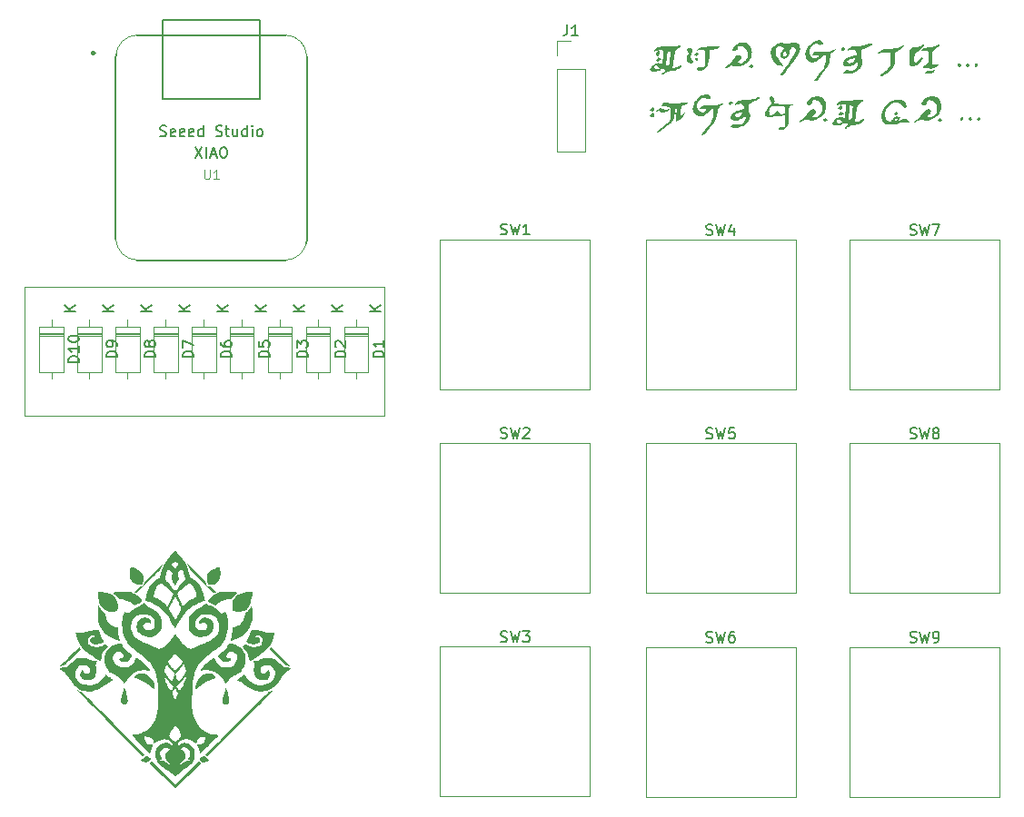
<source format=gbr>
%TF.GenerationSoftware,KiCad,Pcbnew,8.0.5*%
%TF.CreationDate,2024-10-19T20:06:23+03:00*%
%TF.ProjectId,hackpad,6861636b-7061-4642-9e6b-696361645f70,rev?*%
%TF.SameCoordinates,Original*%
%TF.FileFunction,Legend,Top*%
%TF.FilePolarity,Positive*%
%FSLAX46Y46*%
G04 Gerber Fmt 4.6, Leading zero omitted, Abs format (unit mm)*
G04 Created by KiCad (PCBNEW 8.0.5) date 2024-10-19 20:06:23*
%MOMM*%
%LPD*%
G01*
G04 APERTURE LIST*
%ADD10C,0.100000*%
%ADD11C,0.150000*%
%ADD12C,0.101600*%
%ADD13C,0.120000*%
%ADD14C,0.127000*%
%ADD15C,0.254000*%
%ADD16C,0.025400*%
%ADD17C,0.000000*%
G04 APERTURE END LIST*
D10*
X32000000Y-57000000D02*
X65500000Y-57000000D01*
X65500000Y-69000000D01*
X32000000Y-69000000D01*
X32000000Y-57000000D01*
G36*
X93144138Y-34523203D02*
G01*
X93165387Y-34569364D01*
X93034734Y-34645272D01*
X93026168Y-34649965D01*
X92894735Y-34727542D01*
X92764705Y-34817044D01*
X92652576Y-34920987D01*
X92646615Y-34928401D01*
X92581970Y-35064994D01*
X92574808Y-35096929D01*
X92548160Y-35244963D01*
X92522865Y-35395590D01*
X92496831Y-35555508D01*
X92472065Y-35710498D01*
X92450244Y-35848709D01*
X92424069Y-36017422D01*
X92398515Y-36188331D01*
X92376776Y-36344228D01*
X92360184Y-36494566D01*
X92359385Y-36515491D01*
X92407745Y-36553593D01*
X92515457Y-36570446D01*
X92663396Y-36535670D01*
X92795330Y-36467299D01*
X92806350Y-36460537D01*
X92943449Y-36379716D01*
X93077366Y-36319930D01*
X93127285Y-36308129D01*
X93173447Y-36313258D01*
X93156594Y-36388729D01*
X93083161Y-36529791D01*
X92969864Y-36640451D01*
X92844452Y-36717725D01*
X92706241Y-36770447D01*
X92558224Y-36808501D01*
X92394734Y-36841256D01*
X92325680Y-36853279D01*
X92165994Y-36882066D01*
X92015212Y-36914867D01*
X91871299Y-36955362D01*
X91861130Y-36958792D01*
X91723537Y-37014709D01*
X91591663Y-37093488D01*
X91544591Y-37131716D01*
X91489637Y-37186671D01*
X91409769Y-37156629D01*
X91329169Y-37118527D01*
X91436888Y-37012157D01*
X91460327Y-36992498D01*
X91574931Y-36892034D01*
X91637648Y-36832030D01*
X91666957Y-36755826D01*
X91526765Y-36694117D01*
X91434682Y-36684019D01*
X91414166Y-36684019D01*
X91271126Y-36716380D01*
X91236845Y-36734577D01*
X91102447Y-36803600D01*
X90963595Y-36860661D01*
X90940823Y-36867934D01*
X90796455Y-36896983D01*
X90648994Y-36907241D01*
X90637473Y-36907501D01*
X90571528Y-36909699D01*
X90523168Y-36911898D01*
X90388346Y-36890648D01*
X90268705Y-36799401D01*
X90249127Y-36717725D01*
X90291934Y-36575924D01*
X90360451Y-36481786D01*
X90658722Y-36481786D01*
X90658722Y-36511095D01*
X90725311Y-36644864D01*
X90784752Y-36684019D01*
X90899057Y-36713328D01*
X91043371Y-36668964D01*
X91126936Y-36599755D01*
X91173098Y-36549197D01*
X91101290Y-36485450D01*
X90988596Y-36388729D01*
X91717515Y-36388729D01*
X91721912Y-36396789D01*
X91866029Y-36351405D01*
X91873586Y-36348429D01*
X92008580Y-36285323D01*
X92021598Y-36275157D01*
X92064096Y-36131542D01*
X92079137Y-35968209D01*
X92092489Y-35809691D01*
X92106095Y-35642920D01*
X92118603Y-35486809D01*
X92132554Y-35310524D01*
X92143963Y-35165073D01*
X92143963Y-35080076D01*
X92127110Y-35084473D01*
X92122714Y-35084473D01*
X92114654Y-35088869D01*
X91989074Y-35003217D01*
X91979099Y-34991416D01*
X91903628Y-34970900D01*
X91875839Y-35123430D01*
X91852162Y-35286685D01*
X91831257Y-35438801D01*
X91807025Y-35620506D01*
X91801779Y-35660397D01*
X91782030Y-35813469D01*
X91761046Y-35979886D01*
X91741297Y-36143032D01*
X91724181Y-36298531D01*
X91717515Y-36388729D01*
X90988596Y-36388729D01*
X90983552Y-36384400D01*
X90844103Y-36329378D01*
X90747383Y-36355024D01*
X90675575Y-36403384D01*
X90658722Y-36481786D01*
X90360451Y-36481786D01*
X90382435Y-36451581D01*
X90400802Y-36431228D01*
X90510728Y-36326393D01*
X90640409Y-36231500D01*
X90771631Y-36166129D01*
X90923489Y-36127569D01*
X91000174Y-36122749D01*
X91153832Y-36140137D01*
X91295464Y-36177704D01*
X91400976Y-36211409D01*
X91409769Y-36160851D01*
X91424973Y-36009909D01*
X91437098Y-35862081D01*
X91449840Y-35684577D01*
X91460931Y-35513989D01*
X91470113Y-35362681D01*
X91477180Y-35240544D01*
X91485423Y-35093952D01*
X91485973Y-35041974D01*
X91477180Y-34974563D01*
X91379727Y-34920341D01*
X91257362Y-34890300D01*
X91168702Y-34899092D01*
X91082240Y-34918143D01*
X91046336Y-34932798D01*
X91110083Y-35038311D01*
X91176902Y-35169831D01*
X91177494Y-35177529D01*
X91156245Y-35249337D01*
X91068318Y-35371052D01*
X91059525Y-35380495D01*
X90962072Y-35455966D01*
X90856559Y-35401011D01*
X90772295Y-35321144D01*
X90838653Y-35190215D01*
X90890265Y-35116713D01*
X90975466Y-34997058D01*
X91008967Y-34940858D01*
X90915910Y-34959909D01*
X90769271Y-34998914D01*
X90704884Y-35017062D01*
X90620621Y-35041974D01*
X90620621Y-35000209D01*
X90668019Y-34857327D01*
X90704884Y-34808234D01*
X90818380Y-34708755D01*
X90911514Y-34662421D01*
X91058251Y-34621770D01*
X91183356Y-34605268D01*
X91330417Y-34595107D01*
X91484110Y-34586803D01*
X91649111Y-34578903D01*
X91810068Y-34571769D01*
X91954187Y-34565701D01*
X92122187Y-34558133D01*
X92275946Y-34550451D01*
X92448116Y-34540687D01*
X92598032Y-34530745D01*
X92748556Y-34518577D01*
X92899406Y-34501953D01*
X93048093Y-34484772D01*
X93106036Y-34480704D01*
X93144138Y-34523203D01*
G37*
G36*
X91144388Y-35680824D02*
G01*
X91168702Y-35694836D01*
X91293534Y-35775067D01*
X91304256Y-35789357D01*
X91211200Y-35861165D01*
X91082174Y-35940055D01*
X90987718Y-35971074D01*
X90865352Y-35916120D01*
X90776692Y-35831856D01*
X90865352Y-35721946D01*
X90980459Y-35626738D01*
X91008967Y-35616434D01*
X91144388Y-35680824D01*
G37*
G36*
X96594556Y-34556908D02*
G01*
X96713258Y-34548848D01*
X96738171Y-34556908D01*
X96692009Y-34624319D01*
X96586393Y-34733312D01*
X96522749Y-34776727D01*
X96383121Y-34826585D01*
X96286810Y-34844138D01*
X96137641Y-34864327D01*
X95984541Y-34879010D01*
X95831503Y-34885740D01*
X95805408Y-34885903D01*
X95771702Y-34885903D01*
X95771702Y-35295498D01*
X95770361Y-35453686D01*
X95765209Y-35622260D01*
X95754314Y-35789627D01*
X95735424Y-35942263D01*
X95716748Y-36029692D01*
X95671565Y-36170428D01*
X95600488Y-36322247D01*
X95509637Y-36460743D01*
X95399011Y-36585915D01*
X95307885Y-36667166D01*
X95176342Y-36761029D01*
X95039699Y-36829293D01*
X94888952Y-36861150D01*
X94877041Y-36861339D01*
X94783984Y-36844487D01*
X94668213Y-36755826D01*
X94594207Y-36659106D01*
X94682868Y-36546999D01*
X94788381Y-36448080D01*
X94898290Y-36472993D01*
X95044379Y-36510470D01*
X95109316Y-36515491D01*
X95252825Y-36467501D01*
X95273447Y-36448080D01*
X95344591Y-36315309D01*
X95351849Y-36270760D01*
X95358491Y-36112595D01*
X95360895Y-35943254D01*
X95361857Y-35780245D01*
X95362107Y-35620830D01*
X95361952Y-35456876D01*
X95361381Y-35299848D01*
X95360029Y-35152153D01*
X95357711Y-35059560D01*
X95337194Y-34940858D01*
X95202974Y-34876673D01*
X95138625Y-34873447D01*
X95079274Y-34875645D01*
X95008199Y-34877843D01*
X94858340Y-34887130D01*
X94706979Y-34911388D01*
X94581751Y-34954047D01*
X94514340Y-34974563D01*
X94505547Y-34970900D01*
X94592009Y-34873447D01*
X94708808Y-34783476D01*
X94729030Y-34772330D01*
X94865373Y-34713376D01*
X95012452Y-34664465D01*
X95155478Y-34628715D01*
X95311615Y-34610483D01*
X95458137Y-34603843D01*
X95620530Y-34600286D01*
X95699895Y-34599406D01*
X95873206Y-34596050D01*
X96034102Y-34591478D01*
X96182583Y-34585689D01*
X96344373Y-34577137D01*
X96510533Y-34564945D01*
X96594556Y-34556908D01*
G37*
G36*
X93948674Y-34691730D02*
G01*
X94093370Y-34739134D01*
X94164299Y-34881347D01*
X94172156Y-34978960D01*
X94152069Y-35127472D01*
X94129658Y-35181926D01*
X94079099Y-35324670D01*
X94062247Y-35390753D01*
X94034104Y-35536987D01*
X94028541Y-35612037D01*
X94068469Y-35759052D01*
X94188253Y-35859376D01*
X94210258Y-35869225D01*
X94263014Y-35911723D01*
X94273272Y-36000383D01*
X94263014Y-36072191D01*
X94214654Y-36110293D01*
X94068795Y-36150590D01*
X94032937Y-36152058D01*
X93884772Y-36123313D01*
X93823377Y-36091242D01*
X93716357Y-35988054D01*
X93673900Y-35916120D01*
X93644620Y-35769229D01*
X93644591Y-35763712D01*
X93675516Y-35614933D01*
X93716399Y-35506524D01*
X93774359Y-35360780D01*
X93819439Y-35216364D01*
X93826308Y-35165073D01*
X93779413Y-35050767D01*
X93721024Y-34915184D01*
X93720795Y-34907152D01*
X93725191Y-34877843D01*
X93801301Y-34744256D01*
X93938207Y-34691912D01*
X93948674Y-34691730D01*
G37*
G36*
X94531193Y-35139427D02*
G01*
X94598604Y-35110118D01*
X94691660Y-35168736D01*
X94754675Y-35266189D01*
X94737822Y-35312351D01*
X94655024Y-35424459D01*
X94581018Y-35506524D01*
X94486496Y-35412002D01*
X94400034Y-35304291D01*
X94448394Y-35222226D01*
X94531193Y-35139427D01*
G37*
G36*
X94467445Y-35763712D02*
G01*
X94467445Y-35663328D01*
X94556106Y-35633286D01*
X94657222Y-35612037D01*
X94685066Y-35623028D01*
X94695324Y-35705094D01*
X94704117Y-35848709D01*
X94704117Y-35894870D01*
X94615457Y-35886078D01*
X94490893Y-35863363D01*
X94467445Y-35763712D01*
G37*
G36*
X98408792Y-36029692D02*
G01*
X98526945Y-36124764D01*
X98670376Y-36156454D01*
X98815412Y-36129329D01*
X98839637Y-36118353D01*
X98974112Y-36035225D01*
X99089577Y-35940815D01*
X99200259Y-35816409D01*
X99285064Y-35676646D01*
X99337159Y-35544626D01*
X99361202Y-35397348D01*
X99362805Y-35333600D01*
X99354690Y-35183291D01*
X99337159Y-35101325D01*
X99281325Y-34960901D01*
X99206552Y-34833034D01*
X99187683Y-34806036D01*
X99093079Y-34692810D01*
X98991311Y-34616259D01*
X98844583Y-34571929D01*
X98686210Y-34552626D01*
X98624214Y-34548848D01*
X98562665Y-34546650D01*
X98518702Y-34544452D01*
X98451290Y-34556908D01*
X98410624Y-34702400D01*
X98404396Y-34784787D01*
X98400732Y-34885903D01*
X98341381Y-34924005D01*
X98207731Y-34993184D01*
X98113503Y-35012665D01*
X98007990Y-34987752D01*
X97911544Y-34875754D01*
X97906873Y-34839741D01*
X97906873Y-34806036D01*
X97961828Y-34691730D01*
X98055890Y-34576493D01*
X98164483Y-34467213D01*
X98288894Y-34369816D01*
X98312072Y-34354675D01*
X98450283Y-34275884D01*
X98593440Y-34223059D01*
X98691625Y-34202267D01*
X98844505Y-34194404D01*
X98881402Y-34194207D01*
X98931960Y-34194207D01*
X99078689Y-34205565D01*
X99197941Y-34232309D01*
X99339678Y-34294454D01*
X99460807Y-34379771D01*
X99561328Y-34488261D01*
X99641242Y-34619923D01*
X99699798Y-34755729D01*
X99721109Y-34831681D01*
X99736617Y-34978567D01*
X99738695Y-35084473D01*
X99733786Y-35234399D01*
X99713049Y-35379762D01*
X99667797Y-35533277D01*
X99608521Y-35674628D01*
X99535219Y-35803815D01*
X99428745Y-35942781D01*
X99302074Y-36064231D01*
X99181088Y-36152058D01*
X99042886Y-36235211D01*
X98898656Y-36309091D01*
X98748398Y-36373697D01*
X98662316Y-36405582D01*
X98519737Y-36441601D01*
X98396336Y-36451744D01*
X98242249Y-36436234D01*
X98085627Y-36403444D01*
X98058548Y-36396789D01*
X97847522Y-36342568D01*
X97547836Y-36485450D01*
X97412269Y-36550152D01*
X97397627Y-36557257D01*
X97279658Y-36616608D01*
X97235694Y-36637857D01*
X97223237Y-36621004D01*
X97218841Y-36574110D01*
X97218841Y-36511095D01*
X97295045Y-36460537D01*
X97422597Y-36374510D01*
X97538540Y-36280744D01*
X97588136Y-36234856D01*
X97689437Y-36128526D01*
X97791125Y-36010745D01*
X97895722Y-35882792D01*
X97953035Y-35810607D01*
X98053771Y-35688318D01*
X98154560Y-35574487D01*
X98204361Y-35525575D01*
X98328913Y-35445837D01*
X98387543Y-35422260D01*
X98535893Y-35393209D01*
X98552407Y-35392951D01*
X98698861Y-35428397D01*
X98734124Y-35455966D01*
X98775889Y-35565875D01*
X98743741Y-35714802D01*
X98718736Y-35757850D01*
X98615057Y-35867961D01*
X98501849Y-35957885D01*
X98408792Y-36029692D01*
G37*
G36*
X99616329Y-36237055D02*
G01*
X99670551Y-36202616D01*
X99696196Y-36185764D01*
X99768004Y-36259769D01*
X99839811Y-36367480D01*
X99852267Y-36413642D01*
X99801709Y-36502302D01*
X99671719Y-36577315D01*
X99653698Y-36578506D01*
X99523224Y-36508310D01*
X99510816Y-36498639D01*
X99405303Y-36409979D01*
X99524005Y-36304740D01*
X99616329Y-36237055D01*
G37*
G36*
X103831275Y-34223058D02*
G01*
X103854431Y-34227913D01*
X103997748Y-34276368D01*
X104046406Y-34307780D01*
X104142576Y-34421124D01*
X104170969Y-34472644D01*
X104222511Y-34617190D01*
X104242707Y-34767468D01*
X104242777Y-34776727D01*
X104225099Y-34934932D01*
X104179704Y-35082370D01*
X104117068Y-35216639D01*
X104033044Y-35355815D01*
X104019295Y-35376099D01*
X103934344Y-35498245D01*
X103848935Y-35617693D01*
X103742919Y-35763974D01*
X103643268Y-35900319D01*
X103530427Y-36053837D01*
X103437142Y-36180245D01*
X103336437Y-36316314D01*
X103301221Y-36363817D01*
X103199102Y-36501345D01*
X103106243Y-36625967D01*
X102996838Y-36772055D01*
X102903896Y-36895199D01*
X102810870Y-37016865D01*
X102715535Y-37136964D01*
X102689392Y-37165422D01*
X102567631Y-37253521D01*
X102516468Y-37270935D01*
X102512072Y-37270935D01*
X102457850Y-37228436D01*
X102419748Y-37194731D01*
X102583879Y-36971249D01*
X102677531Y-36841415D01*
X102765642Y-36714132D01*
X102865476Y-36566035D01*
X102948046Y-36441303D01*
X103037209Y-36304863D01*
X103132968Y-36156715D01*
X103235321Y-35996859D01*
X103344269Y-35825296D01*
X103459811Y-35642024D01*
X103499790Y-35578332D01*
X103587340Y-35437974D01*
X103670467Y-35303526D01*
X103747258Y-35177031D01*
X103792882Y-35097662D01*
X103833142Y-34954143D01*
X103833182Y-34949651D01*
X103833182Y-34924005D01*
X103826587Y-34827285D01*
X103791416Y-34776727D01*
X103679875Y-34677701D01*
X103556119Y-34586149D01*
X103512979Y-34556908D01*
X103504187Y-34556908D01*
X103400825Y-34664627D01*
X103381821Y-34688066D01*
X103305617Y-34808234D01*
X103278682Y-34959530D01*
X103276308Y-34983356D01*
X103258619Y-35128849D01*
X103222309Y-35274779D01*
X103206699Y-35314549D01*
X103130999Y-35442848D01*
X103031577Y-35557083D01*
X102919132Y-35657536D01*
X102872575Y-35688241D01*
X102727494Y-35721946D01*
X102581538Y-35688562D01*
X102482763Y-35616434D01*
X102402792Y-35486603D01*
X102389706Y-35401011D01*
X102394103Y-35337997D01*
X102395718Y-35333600D01*
X102630774Y-35333600D01*
X102690187Y-35474314D01*
X102799302Y-35502128D01*
X102828611Y-35502128D01*
X102952030Y-35412426D01*
X102972226Y-35287438D01*
X102954239Y-35134121D01*
X102930460Y-35041974D01*
X102883565Y-34949651D01*
X102801500Y-34998011D01*
X102710642Y-35088869D01*
X102646061Y-35226530D01*
X102630774Y-35333600D01*
X102395718Y-35333600D01*
X102444936Y-35199637D01*
X102504012Y-35095464D01*
X102583754Y-34970622D01*
X102670765Y-34844089D01*
X102681332Y-34829483D01*
X102763539Y-34706956D01*
X102765596Y-34700523D01*
X102623384Y-34654682D01*
X102550174Y-34633112D01*
X102404259Y-34594684D01*
X102257210Y-34574282D01*
X102233635Y-34573761D01*
X102086769Y-34614153D01*
X102048255Y-34645568D01*
X101972521Y-34772340D01*
X101944391Y-34927268D01*
X101942742Y-34983356D01*
X101944940Y-35021458D01*
X101947138Y-35059560D01*
X101967712Y-35215768D01*
X102010748Y-35367855D01*
X102051919Y-35466957D01*
X102129835Y-35607779D01*
X102214321Y-35732399D01*
X102305088Y-35850277D01*
X102356001Y-35911723D01*
X102445760Y-36029876D01*
X102526103Y-36153996D01*
X102537718Y-36173307D01*
X102610327Y-36305839D01*
X102630774Y-36367480D01*
X102626378Y-36376273D01*
X102533321Y-36384333D01*
X102385744Y-36377075D01*
X102314235Y-36367480D01*
X102167060Y-36314724D01*
X102035227Y-36234502D01*
X101929553Y-36146196D01*
X101819415Y-36028301D01*
X101730079Y-35907758D01*
X101650017Y-35773535D01*
X101617411Y-35709490D01*
X101560384Y-35572614D01*
X101518911Y-35417539D01*
X101500478Y-35259316D01*
X101499441Y-35211235D01*
X101511390Y-35058031D01*
X101547235Y-34911755D01*
X101600558Y-34784787D01*
X101677975Y-34659215D01*
X101777237Y-34541887D01*
X101855547Y-34468248D01*
X101982905Y-34372489D01*
X102114384Y-34300636D01*
X102204326Y-34266015D01*
X102354249Y-34233271D01*
X102461514Y-34227913D01*
X102618621Y-34237870D01*
X102777074Y-34264202D01*
X102932406Y-34301973D01*
X102968562Y-34312177D01*
X103094591Y-34333426D01*
X103239151Y-34304804D01*
X103288764Y-34286531D01*
X103429173Y-34240541D01*
X103577826Y-34215777D01*
X103681507Y-34211060D01*
X103831275Y-34223058D01*
G37*
G36*
X105910467Y-34000034D02*
G01*
X106020376Y-33991242D01*
X106167655Y-34004431D01*
X106287010Y-34102795D01*
X106361828Y-34232309D01*
X106421121Y-34366467D01*
X106421179Y-34367131D01*
X106404326Y-34371528D01*
X106357431Y-34383984D01*
X106303210Y-34400837D01*
X106155320Y-34431876D01*
X106112700Y-34434542D01*
X106062142Y-34422086D01*
X105947836Y-34359071D01*
X105808155Y-34309050D01*
X105804954Y-34308513D01*
X105741939Y-34299720D01*
X105648883Y-34316573D01*
X105507338Y-34379597D01*
X105386566Y-34472644D01*
X105284986Y-34585685D01*
X105200797Y-34718360D01*
X105179937Y-34759874D01*
X105128921Y-34899332D01*
X105108862Y-35050767D01*
X105127203Y-35200793D01*
X105182226Y-35340928D01*
X105239288Y-35428855D01*
X105341321Y-35536012D01*
X105467078Y-35622736D01*
X105601988Y-35683845D01*
X105716294Y-35692637D01*
X105841396Y-35603199D01*
X105872365Y-35578332D01*
X105986671Y-35481612D01*
X105986671Y-35341660D01*
X105931716Y-35346057D01*
X105775850Y-35364329D01*
X105614031Y-35379716D01*
X105452786Y-35390020D01*
X105327948Y-35392951D01*
X105311095Y-35392951D01*
X105369713Y-35307955D01*
X105470066Y-35198866D01*
X105479623Y-35189986D01*
X105603454Y-35099127D01*
X105737543Y-35046371D01*
X105885766Y-35034850D01*
X106034981Y-35031509D01*
X106202730Y-35029929D01*
X106370621Y-35029518D01*
X106948743Y-35025122D01*
X107113607Y-34970900D01*
X107258580Y-34919794D01*
X107404684Y-34872531D01*
X107552512Y-34839741D01*
X107564968Y-34848534D01*
X107471912Y-34932798D01*
X107355197Y-35028850D01*
X107244147Y-35127463D01*
X107208129Y-35160676D01*
X107099766Y-35264854D01*
X107045464Y-35329204D01*
X107025668Y-35481016D01*
X107024947Y-35535833D01*
X107024947Y-35569539D01*
X107016252Y-35733184D01*
X106990165Y-35895217D01*
X106946688Y-36055636D01*
X106885820Y-36214443D01*
X106843230Y-36304466D01*
X106773432Y-36436754D01*
X106696375Y-36563419D01*
X106678367Y-36590963D01*
X106587563Y-36722009D01*
X106500413Y-36843800D01*
X106410253Y-36967895D01*
X106305822Y-37110176D01*
X106248255Y-37188136D01*
X106155723Y-37313072D01*
X106061544Y-37439193D01*
X105964584Y-37566963D01*
X105876762Y-37676133D01*
X105758426Y-37764610D01*
X105623237Y-37794103D01*
X105547766Y-37768457D01*
X105625003Y-37636213D01*
X105715504Y-37509197D01*
X105766852Y-37439462D01*
X105866990Y-37308164D01*
X105968841Y-37175233D01*
X106065492Y-37050016D01*
X106156682Y-36933552D01*
X106163991Y-36924354D01*
X106259747Y-36802400D01*
X106353642Y-36675856D01*
X106427041Y-36566050D01*
X106497383Y-36433975D01*
X106551605Y-36291277D01*
X106589472Y-36145203D01*
X106613314Y-35991831D01*
X106623131Y-35831160D01*
X106623412Y-35798150D01*
X106619896Y-35642956D01*
X106610956Y-35487473D01*
X106596164Y-35341253D01*
X106586043Y-35312351D01*
X106455246Y-35396857D01*
X106410188Y-35431053D01*
X106288310Y-35526903D01*
X106172721Y-35622753D01*
X106121493Y-35666992D01*
X106006887Y-35766535D01*
X105891370Y-35861909D01*
X105796161Y-35932972D01*
X105664924Y-36004811D01*
X105568283Y-36038485D01*
X105421004Y-36059734D01*
X105273726Y-36042561D01*
X105135973Y-35991041D01*
X105007745Y-35905174D01*
X104903360Y-35801866D01*
X104889043Y-35784961D01*
X104797853Y-35651481D01*
X104740437Y-35503834D01*
X104717639Y-35358837D01*
X104716120Y-35307955D01*
X104730844Y-35161354D01*
X104757885Y-35059560D01*
X104811466Y-34918885D01*
X104879701Y-34772911D01*
X104957096Y-34637814D01*
X104982100Y-34599406D01*
X105072466Y-34480730D01*
X105169678Y-34375924D01*
X105278568Y-34272863D01*
X105382903Y-34194207D01*
X105514987Y-34120785D01*
X105659822Y-34062084D01*
X105817409Y-34018106D01*
X105910467Y-34000034D01*
G37*
G36*
X110969958Y-34320969D02*
G01*
X110991207Y-34388381D01*
X110987543Y-34396441D01*
X110844890Y-34469828D01*
X110694787Y-34543566D01*
X110632903Y-34573761D01*
X110493997Y-34638853D01*
X110357915Y-34703978D01*
X110334682Y-34715177D01*
X110199162Y-34780513D01*
X110109002Y-34822889D01*
X109936078Y-34902756D01*
X109928018Y-35080076D01*
X109921449Y-35237942D01*
X109915999Y-35389022D01*
X109915561Y-35413468D01*
X109923450Y-35563930D01*
X109933879Y-35620830D01*
X109994344Y-35756866D01*
X110016678Y-35793754D01*
X110058280Y-35934962D01*
X110058443Y-35945429D01*
X110058443Y-35995987D01*
X110043032Y-36141933D01*
X110002274Y-36285731D01*
X109943811Y-36424204D01*
X109928018Y-36456140D01*
X109843937Y-36585971D01*
X109743619Y-36694388D01*
X109618337Y-36797967D01*
X109491082Y-36882898D01*
X109396057Y-36937543D01*
X109260765Y-37004777D01*
X109104748Y-37065635D01*
X108950695Y-37107559D01*
X108798605Y-37130550D01*
X108691172Y-37135380D01*
X108611304Y-37131716D01*
X108457157Y-37106300D01*
X108314349Y-37072254D01*
X108247871Y-37051116D01*
X108239811Y-37038660D01*
X108300628Y-36925087D01*
X108406372Y-36819041D01*
X108412735Y-36815177D01*
X108539497Y-36777076D01*
X108687402Y-36798972D01*
X108699965Y-36801988D01*
X108849345Y-36828480D01*
X108927843Y-36832030D01*
X109078465Y-36819894D01*
X109229631Y-36777229D01*
X109361438Y-36703846D01*
X109438555Y-36637857D01*
X109537531Y-36511733D01*
X109602732Y-36366003D01*
X109632536Y-36218083D01*
X109636392Y-36165247D01*
X109636392Y-36105896D01*
X109632728Y-36029692D01*
X109628332Y-36029692D01*
X109500362Y-36110835D01*
X109492777Y-36116154D01*
X109362281Y-36201077D01*
X109235164Y-36274578D01*
X109176238Y-36306664D01*
X109033940Y-36373743D01*
X108886063Y-36422924D01*
X108809141Y-36439288D01*
X108737334Y-36443684D01*
X108580581Y-36428186D01*
X108434737Y-36381691D01*
X108311618Y-36312526D01*
X108264724Y-36272958D01*
X108256664Y-36211409D01*
X108268515Y-36063383D01*
X108297954Y-35954221D01*
X108623761Y-35954221D01*
X108703814Y-36083719D01*
X108754919Y-36114689D01*
X108872889Y-36139602D01*
X109023270Y-36106686D01*
X109111025Y-36055338D01*
X109219836Y-35956368D01*
X109273691Y-35873621D01*
X109324696Y-35733487D01*
X109333042Y-35671388D01*
X109311793Y-35654535D01*
X109169048Y-35689157D01*
X109075122Y-35716085D01*
X108927365Y-35759573D01*
X108796685Y-35801814D01*
X108666992Y-35873621D01*
X108623761Y-35954221D01*
X108297954Y-35954221D01*
X108307785Y-35917765D01*
X108328471Y-35869225D01*
X108406140Y-35745394D01*
X108532450Y-35663520D01*
X108543893Y-35658199D01*
X108693854Y-35594301D01*
X108850037Y-35537642D01*
X108992349Y-35490849D01*
X109105163Y-35455966D01*
X109247507Y-35415233D01*
X109393970Y-35379931D01*
X109459071Y-35371702D01*
X109530879Y-35358513D01*
X109499323Y-35207474D01*
X109494975Y-35189986D01*
X109456690Y-35044465D01*
X109446615Y-35012665D01*
X109349234Y-34896173D01*
X109290544Y-34873447D01*
X109261235Y-34873447D01*
X109142533Y-34882240D01*
X108996811Y-34906145D01*
X108852362Y-34935009D01*
X108703834Y-34973121D01*
X108657466Y-34987752D01*
X108653070Y-34987752D01*
X108636217Y-34962107D01*
X108666259Y-34865387D01*
X108759819Y-34744487D01*
X108804745Y-34707117D01*
X108930803Y-34631893D01*
X109028960Y-34595010D01*
X109179585Y-34567656D01*
X109326531Y-34554653D01*
X109357955Y-34552512D01*
X109522547Y-34543514D01*
X109694555Y-34533141D01*
X109860069Y-34521625D01*
X110017230Y-34507747D01*
X110077494Y-34500488D01*
X110222479Y-34471279D01*
X110365182Y-34430696D01*
X110480495Y-34392044D01*
X110628987Y-34344073D01*
X110777250Y-34301919D01*
X110830739Y-34290928D01*
X110854187Y-34288729D01*
X110875436Y-34285066D01*
X110895952Y-34280669D01*
X110912805Y-34278471D01*
X110925994Y-34276273D01*
X110936252Y-34274075D01*
X110940648Y-34274075D01*
X110969958Y-34320969D01*
G37*
G36*
X108348988Y-34666817D02*
G01*
X108449829Y-34778101D01*
X108463293Y-34797243D01*
X108467690Y-34806036D01*
X108362177Y-34890300D01*
X108232604Y-34965544D01*
X108176064Y-34983356D01*
X108138695Y-34970900D01*
X108074947Y-34890300D01*
X108041242Y-34797243D01*
X108128573Y-34677725D01*
X108134298Y-34671214D01*
X108238804Y-34567349D01*
X108244207Y-34565701D01*
X108348988Y-34666817D01*
G37*
G36*
X113700104Y-34535659D02*
G01*
X113826866Y-34485101D01*
X113877424Y-34506350D01*
X113906734Y-34554710D01*
X113911130Y-34595010D01*
X113788856Y-34679732D01*
X113653284Y-34767321D01*
X113638555Y-34776727D01*
X113506821Y-34860003D01*
X113379856Y-34937881D01*
X113337404Y-34962107D01*
X113208363Y-35035712D01*
X113104929Y-35141749D01*
X113096336Y-35160676D01*
X113074926Y-35307966D01*
X113071423Y-35447173D01*
X113077311Y-35596189D01*
X113083879Y-35654535D01*
X113099399Y-35804548D01*
X113100732Y-35869225D01*
X113090424Y-36028317D01*
X113059499Y-36180537D01*
X113007958Y-36325885D01*
X112935800Y-36464361D01*
X112885310Y-36540404D01*
X112783552Y-36665151D01*
X112669420Y-36778212D01*
X112552950Y-36878023D01*
X112419273Y-36980514D01*
X112294731Y-37067969D01*
X112168152Y-37147653D01*
X112034284Y-37223996D01*
X111999441Y-37243091D01*
X111865644Y-37313716D01*
X111788415Y-37346406D01*
X111753977Y-37301709D01*
X111729064Y-37237229D01*
X111733461Y-37224040D01*
X111849575Y-37130405D01*
X111944487Y-37059909D01*
X112077523Y-36957397D01*
X112192607Y-36864001D01*
X112314194Y-36757316D01*
X112406106Y-36665701D01*
X112500765Y-36547995D01*
X112578114Y-36420191D01*
X112620062Y-36329378D01*
X112665893Y-36184831D01*
X112680879Y-36097836D01*
X112688242Y-35938597D01*
X112690496Y-35781847D01*
X112691127Y-35628194D01*
X112691137Y-35603977D01*
X112690854Y-35442831D01*
X112689807Y-35296176D01*
X112686218Y-35148365D01*
X112683077Y-35122575D01*
X112528513Y-35111590D01*
X112377649Y-35110167D01*
X112337229Y-35110118D01*
X112181971Y-35111889D01*
X112062456Y-35118178D01*
X111919296Y-35152968D01*
X111786217Y-35187787D01*
X111639657Y-35224915D01*
X111492081Y-35252937D01*
X111488729Y-35253000D01*
X111471877Y-35249337D01*
X111505582Y-35185589D01*
X111602852Y-35064506D01*
X111721737Y-34967236D01*
X111862238Y-34893780D01*
X112002907Y-34849041D01*
X112024354Y-34844138D01*
X112173499Y-34821217D01*
X112331550Y-34808967D01*
X112488904Y-34801639D01*
X112658251Y-34792602D01*
X112812750Y-34781060D01*
X112978550Y-34763904D01*
X113144960Y-34739330D01*
X113299508Y-34705236D01*
X113316154Y-34700523D01*
X113462352Y-34652611D01*
X113604857Y-34589877D01*
X113700104Y-34535659D01*
G37*
G36*
X115557571Y-34443335D02*
G01*
X115666748Y-34383984D01*
X115751744Y-34430146D01*
X115802302Y-34480704D01*
X115654291Y-34637508D01*
X115539588Y-34752552D01*
X115421522Y-34855363D01*
X115292876Y-34943978D01*
X115282798Y-34949651D01*
X115152462Y-35035503D01*
X115045477Y-35137905D01*
X114951802Y-35275200D01*
X114894856Y-35413064D01*
X114877599Y-35477215D01*
X114846728Y-35631371D01*
X114828672Y-35780505D01*
X114823377Y-35911723D01*
X114823377Y-35937369D01*
X114895230Y-36068985D01*
X114945743Y-36135205D01*
X115000697Y-36122749D01*
X115129470Y-36033754D01*
X115226269Y-35906537D01*
X115241032Y-35882414D01*
X115326233Y-35755160D01*
X115409560Y-35666992D01*
X115549934Y-35614667D01*
X115599337Y-35612037D01*
X115684333Y-35620830D01*
X115621748Y-35753678D01*
X115608129Y-35779099D01*
X115534456Y-35910604D01*
X115493824Y-35974738D01*
X115392648Y-36098700D01*
X115285945Y-36199221D01*
X115165216Y-36288150D01*
X115152372Y-36296406D01*
X115013258Y-36372134D01*
X114868212Y-36422949D01*
X114764026Y-36439288D01*
X114709071Y-36439288D01*
X114603558Y-36413642D01*
X114489004Y-36322194D01*
X114438695Y-36215806D01*
X114423645Y-36065782D01*
X114418178Y-35941032D01*
X114412942Y-35791425D01*
X114406445Y-35641645D01*
X114397704Y-35484766D01*
X114396929Y-35472819D01*
X114390618Y-35323303D01*
X114388136Y-35232484D01*
X114395864Y-35083076D01*
X114427259Y-34939786D01*
X114443091Y-34902756D01*
X114532832Y-34779726D01*
X114556664Y-34753279D01*
X114666949Y-34655302D01*
X114692219Y-34641172D01*
X114768422Y-34619923D01*
X114873935Y-34628715D01*
X115013154Y-34637508D01*
X115167530Y-34625372D01*
X115309726Y-34588965D01*
X115455134Y-34518994D01*
X115557571Y-34443335D01*
G37*
G36*
X117042812Y-34422086D02*
G01*
X117114619Y-34383984D01*
X117198883Y-34413293D01*
X117270690Y-34446999D01*
X117144492Y-34538447D01*
X117022295Y-34624319D01*
X116902142Y-34712693D01*
X116786773Y-34807201D01*
X116677698Y-34915109D01*
X116608304Y-35017062D01*
X116574598Y-35088869D01*
X116565806Y-35477215D01*
X116562069Y-35632801D01*
X116556646Y-35786060D01*
X116545289Y-35928576D01*
X116529902Y-36026029D01*
X116507187Y-36148394D01*
X116485938Y-36304466D01*
X116490334Y-36304466D01*
X116637581Y-36290897D01*
X116788219Y-36274897D01*
X116806140Y-36272958D01*
X116960786Y-36255957D01*
X117106559Y-36240718D01*
X117032692Y-36367933D01*
X117025959Y-36376273D01*
X116992254Y-36409979D01*
X116873551Y-36505966D01*
X116738312Y-36578652D01*
X116728471Y-36582903D01*
X116582509Y-36631288D01*
X116432139Y-36650248D01*
X116422923Y-36650314D01*
X116337927Y-36642254D01*
X116173801Y-36617029D01*
X116018428Y-36594726D01*
X115872512Y-36576637D01*
X115802302Y-36570446D01*
X115687997Y-36560188D01*
X115658688Y-36527948D01*
X115654291Y-36498639D01*
X115742118Y-36374063D01*
X115873251Y-36307371D01*
X115903419Y-36295673D01*
X116038208Y-36227943D01*
X116145133Y-36120033D01*
X116152547Y-36105896D01*
X116181856Y-36046545D01*
X116186252Y-35578332D01*
X116185814Y-35430289D01*
X116183868Y-35269844D01*
X116178649Y-35118176D01*
X116173796Y-35063224D01*
X116063633Y-34960287D01*
X116030181Y-34957711D01*
X115924668Y-34974563D01*
X115769554Y-34989898D01*
X115739288Y-34991416D01*
X115591277Y-35000209D01*
X115570027Y-34954047D01*
X115553175Y-34902756D01*
X115603733Y-34852198D01*
X115713642Y-34755478D01*
X115793510Y-34713712D01*
X115941859Y-34697775D01*
X115967166Y-34696127D01*
X116113320Y-34681864D01*
X116273349Y-34661122D01*
X116422088Y-34635963D01*
X116578250Y-34601799D01*
X116650802Y-34582554D01*
X116792353Y-34536028D01*
X116939357Y-34475853D01*
X117042812Y-34422086D01*
G37*
G36*
X116730669Y-36747766D02*
G01*
X116762177Y-36728715D01*
X116776831Y-36734577D01*
X116721467Y-36877200D01*
X116709420Y-36895045D01*
X116602505Y-37005359D01*
X116498394Y-37063572D01*
X116351666Y-37111383D01*
X116198709Y-37127320D01*
X116148150Y-37127320D01*
X115999246Y-37100713D01*
X115975226Y-37095080D01*
X115878506Y-37051116D01*
X115926866Y-36964654D01*
X116013328Y-36870132D01*
X116160798Y-36823822D01*
X116308011Y-36811708D01*
X116371632Y-36810781D01*
X116520983Y-36804627D01*
X116673333Y-36775335D01*
X116730669Y-36747766D01*
G37*
G36*
X118948639Y-36198953D02*
G01*
X119041695Y-36143998D01*
X119130355Y-36152058D01*
X119176517Y-36165247D01*
X119214619Y-36220202D01*
X119240265Y-36300069D01*
X119178715Y-36412177D01*
X119062944Y-36468597D01*
X119046092Y-36468597D01*
X118965491Y-36416573D01*
X118915666Y-36342568D01*
X118911270Y-36304466D01*
X118948639Y-36198953D01*
G37*
G36*
X119737055Y-36198953D02*
G01*
X119830111Y-36143998D01*
X119918771Y-36152058D01*
X119964933Y-36165247D01*
X120003035Y-36220202D01*
X120028681Y-36300069D01*
X119967131Y-36412177D01*
X119851360Y-36468597D01*
X119834508Y-36468597D01*
X119753907Y-36416573D01*
X119704082Y-36342568D01*
X119699685Y-36304466D01*
X119737055Y-36198953D01*
G37*
G36*
X120525471Y-36198953D02*
G01*
X120618527Y-36143998D01*
X120707187Y-36152058D01*
X120753349Y-36165247D01*
X120791451Y-36220202D01*
X120817096Y-36300069D01*
X120755547Y-36412177D01*
X120639776Y-36468597D01*
X120622923Y-36468597D01*
X120542323Y-36416573D01*
X120492498Y-36342568D01*
X120488101Y-36304466D01*
X120525471Y-36198953D01*
G37*
G36*
X93043021Y-39870949D02*
G01*
X93204830Y-39843085D01*
X93373403Y-39815882D01*
X93534779Y-39792741D01*
X93686415Y-39776590D01*
X93743510Y-39774228D01*
X93752302Y-39774228D01*
X93657048Y-39895129D01*
X93558267Y-40004076D01*
X93544940Y-40014563D01*
X93448220Y-40040209D01*
X93307125Y-40083636D01*
X93215945Y-40150118D01*
X93150403Y-40285314D01*
X93119454Y-40431417D01*
X93110432Y-40495966D01*
X93093767Y-40641647D01*
X93081123Y-40706992D01*
X93068861Y-40859983D01*
X93068667Y-40892372D01*
X93072330Y-40997885D01*
X93081123Y-41052840D01*
X93201605Y-40957027D01*
X93262107Y-40907759D01*
X93376975Y-40813682D01*
X93439427Y-40761946D01*
X93473133Y-40732637D01*
X93469469Y-40803712D01*
X93429077Y-40950922D01*
X93348821Y-41080208D01*
X93240371Y-41201705D01*
X93226203Y-41215505D01*
X93106585Y-41319736D01*
X92977076Y-41411144D01*
X92837674Y-41489729D01*
X92688381Y-41555491D01*
X92620969Y-41580404D01*
X92629030Y-41488080D01*
X92644344Y-41322811D01*
X92660903Y-41162932D01*
X92678334Y-41004070D01*
X92695143Y-40856297D01*
X92714026Y-40694535D01*
X92731800Y-40543739D01*
X92747600Y-40397995D01*
X92747732Y-40394849D01*
X92753593Y-40337697D01*
X92760188Y-40284940D01*
X92764584Y-40259295D01*
X92760188Y-40230718D01*
X92709630Y-40208736D01*
X92669330Y-40209469D01*
X92629030Y-40289337D01*
X92583864Y-40430398D01*
X92558662Y-40589667D01*
X92546640Y-40744387D01*
X92544766Y-40786859D01*
X92535103Y-40941144D01*
X92516021Y-41089425D01*
X92480892Y-41234293D01*
X92464898Y-41277055D01*
X92398083Y-41407529D01*
X92307273Y-41538467D01*
X92206408Y-41655246D01*
X92118318Y-41743070D01*
X92009121Y-41841301D01*
X91893605Y-41938903D01*
X91755800Y-42050816D01*
X91629508Y-42150650D01*
X91488950Y-42259644D01*
X91334126Y-42377796D01*
X91208647Y-42472421D01*
X91165038Y-42505108D01*
X91000174Y-42627473D01*
X90958408Y-42584975D01*
X90920307Y-42534417D01*
X90989916Y-42452351D01*
X91091811Y-42346678D01*
X91167236Y-42270635D01*
X91277336Y-42161568D01*
X91367271Y-42074263D01*
X91482116Y-41974841D01*
X91609164Y-41883067D01*
X91692602Y-41829532D01*
X91822465Y-41744900D01*
X91935906Y-41648997D01*
X91949790Y-41635359D01*
X92040912Y-41516760D01*
X92102186Y-41377348D01*
X92119050Y-41297571D01*
X92137941Y-41150782D01*
X92153947Y-40995080D01*
X92167067Y-40830465D01*
X92177302Y-40656937D01*
X92183628Y-40505522D01*
X92186461Y-40411702D01*
X92190125Y-40276147D01*
X91726308Y-40183824D01*
X91568279Y-40152044D01*
X91407903Y-40119369D01*
X91262230Y-40087974D01*
X91257362Y-40086371D01*
X91283007Y-40044605D01*
X91358478Y-39962540D01*
X91439078Y-39896594D01*
X91573041Y-39827171D01*
X91722138Y-39800252D01*
X91743161Y-39799874D01*
X91891813Y-39818833D01*
X91945394Y-39833579D01*
X92094092Y-39873321D01*
X92203314Y-39892930D01*
X92351197Y-39902650D01*
X92498665Y-39905277D01*
X92541102Y-39905387D01*
X92698412Y-39902663D01*
X92858381Y-39893246D01*
X93016331Y-39875119D01*
X93043021Y-39870949D01*
G37*
G36*
X90443300Y-40242442D02*
G01*
X90498255Y-40208736D01*
X90563468Y-40246838D01*
X90633077Y-40314249D01*
X90658722Y-40373600D01*
X90616224Y-40487173D01*
X90529336Y-40610409D01*
X90460153Y-40639581D01*
X90333391Y-40572170D01*
X90253524Y-40457864D01*
X90265980Y-40416099D01*
X90365156Y-40302963D01*
X90443300Y-40242442D01*
G37*
G36*
X91131332Y-40347955D02*
G01*
X91236845Y-40335498D01*
X91270551Y-40335498D01*
X91419675Y-40368407D01*
X91510886Y-40407306D01*
X91644380Y-40469533D01*
X91705059Y-40491570D01*
X91743161Y-40500362D01*
X91879388Y-40444334D01*
X91894836Y-40436615D01*
X92030266Y-40378585D01*
X92050907Y-40373600D01*
X92055303Y-40373600D01*
X92080216Y-40416099D01*
X92064096Y-40466657D01*
X91943086Y-40550731D01*
X91823028Y-40622728D01*
X91693816Y-40695852D01*
X91578297Y-40749490D01*
X91506489Y-40757550D01*
X91355078Y-40721200D01*
X91219993Y-40664494D01*
X91079676Y-40607167D01*
X90983321Y-40584626D01*
X90848499Y-40635184D01*
X90738590Y-40681346D01*
X90700488Y-40647641D01*
X90696092Y-40622728D01*
X90793545Y-40534068D01*
X90922782Y-40461564D01*
X90947418Y-40447606D01*
X91078356Y-40374652D01*
X91131332Y-40347955D01*
G37*
G36*
X90396406Y-40820565D02*
G01*
X90489462Y-40774403D01*
X90594975Y-40846210D01*
X90662386Y-40956120D01*
X90611828Y-41059434D01*
X90518771Y-41150293D01*
X90443300Y-41167145D01*
X90371493Y-41150293D01*
X90295289Y-41063831D01*
X90244731Y-40981032D01*
X90293091Y-40907759D01*
X90396406Y-40820565D01*
G37*
G36*
X95423656Y-39040034D02*
G01*
X95533565Y-39031242D01*
X95680844Y-39044431D01*
X95800199Y-39142795D01*
X95875017Y-39272309D01*
X95934310Y-39406467D01*
X95934368Y-39407131D01*
X95917515Y-39411528D01*
X95870621Y-39423984D01*
X95816399Y-39440837D01*
X95668509Y-39471876D01*
X95625889Y-39474542D01*
X95575331Y-39462086D01*
X95461025Y-39399071D01*
X95321344Y-39349050D01*
X95318143Y-39348513D01*
X95255129Y-39339720D01*
X95162072Y-39356573D01*
X95020527Y-39419597D01*
X94899755Y-39512644D01*
X94798175Y-39625685D01*
X94713986Y-39758360D01*
X94693126Y-39799874D01*
X94642110Y-39939332D01*
X94622051Y-40090767D01*
X94640392Y-40240793D01*
X94695416Y-40380928D01*
X94752477Y-40468855D01*
X94854510Y-40576012D01*
X94980267Y-40662736D01*
X95115177Y-40723845D01*
X95229483Y-40732637D01*
X95354585Y-40643199D01*
X95385554Y-40618332D01*
X95499860Y-40521612D01*
X95499860Y-40381660D01*
X95444905Y-40386057D01*
X95289039Y-40404329D01*
X95127220Y-40419716D01*
X94965976Y-40430020D01*
X94841137Y-40432951D01*
X94824284Y-40432951D01*
X94882903Y-40347955D01*
X94983255Y-40238866D01*
X94992812Y-40229986D01*
X95116643Y-40139127D01*
X95250732Y-40086371D01*
X95398955Y-40074850D01*
X95548170Y-40071509D01*
X95715919Y-40069929D01*
X95883810Y-40069518D01*
X96461933Y-40065122D01*
X96626796Y-40010900D01*
X96771769Y-39959794D01*
X96917873Y-39912531D01*
X97065701Y-39879741D01*
X97078157Y-39888534D01*
X96985101Y-39972798D01*
X96868386Y-40068850D01*
X96757337Y-40167463D01*
X96721318Y-40200676D01*
X96612955Y-40304854D01*
X96558653Y-40369204D01*
X96538858Y-40521016D01*
X96538136Y-40575833D01*
X96538136Y-40609539D01*
X96529441Y-40773184D01*
X96503355Y-40935217D01*
X96459877Y-41095636D01*
X96399009Y-41254443D01*
X96356420Y-41344466D01*
X96286621Y-41476754D01*
X96209564Y-41603419D01*
X96191556Y-41630963D01*
X96100752Y-41762009D01*
X96013602Y-41883800D01*
X95923442Y-42007895D01*
X95819011Y-42150176D01*
X95761444Y-42228136D01*
X95668912Y-42353072D01*
X95574733Y-42479193D01*
X95477773Y-42606963D01*
X95389951Y-42716133D01*
X95271615Y-42804610D01*
X95136427Y-42834103D01*
X95060956Y-42808457D01*
X95138192Y-42676213D01*
X95228693Y-42549197D01*
X95280041Y-42479462D01*
X95380179Y-42348164D01*
X95482030Y-42215233D01*
X95578681Y-42090016D01*
X95669872Y-41973552D01*
X95677180Y-41964354D01*
X95772937Y-41842400D01*
X95866831Y-41715856D01*
X95940230Y-41606050D01*
X96010572Y-41473975D01*
X96064794Y-41331277D01*
X96102661Y-41185203D01*
X96126503Y-41031831D01*
X96136321Y-40871160D01*
X96136601Y-40838150D01*
X96133086Y-40682956D01*
X96124145Y-40527473D01*
X96109353Y-40381253D01*
X96099232Y-40352351D01*
X95968436Y-40436857D01*
X95923377Y-40471053D01*
X95801499Y-40566903D01*
X95685910Y-40662753D01*
X95634682Y-40706992D01*
X95520076Y-40806535D01*
X95404559Y-40901909D01*
X95309351Y-40972972D01*
X95178113Y-41044811D01*
X95081472Y-41078485D01*
X94934193Y-41099734D01*
X94786915Y-41082561D01*
X94649162Y-41031041D01*
X94520935Y-40945174D01*
X94416549Y-40841866D01*
X94402233Y-40824961D01*
X94311042Y-40691481D01*
X94253626Y-40543834D01*
X94230828Y-40398837D01*
X94229309Y-40347955D01*
X94244033Y-40201354D01*
X94271074Y-40099560D01*
X94324655Y-39958885D01*
X94392890Y-39812911D01*
X94470285Y-39677814D01*
X94495289Y-39639406D01*
X94585655Y-39520730D01*
X94682868Y-39415924D01*
X94791757Y-39312863D01*
X94896092Y-39234207D01*
X95028176Y-39160785D01*
X95173011Y-39102084D01*
X95330598Y-39058106D01*
X95423656Y-39040034D01*
G37*
G36*
X100483147Y-39360969D02*
G01*
X100504396Y-39428381D01*
X100500732Y-39436441D01*
X100358079Y-39509828D01*
X100207976Y-39583566D01*
X100146092Y-39613761D01*
X100007186Y-39678853D01*
X99871104Y-39743978D01*
X99847871Y-39755177D01*
X99712351Y-39820513D01*
X99622191Y-39862889D01*
X99449267Y-39942756D01*
X99441207Y-40120076D01*
X99434638Y-40277942D01*
X99429188Y-40429022D01*
X99428750Y-40453468D01*
X99436639Y-40603930D01*
X99447069Y-40660830D01*
X99507533Y-40796866D01*
X99529867Y-40833754D01*
X99571469Y-40974962D01*
X99571632Y-40985429D01*
X99571632Y-41035987D01*
X99556221Y-41181933D01*
X99515463Y-41325731D01*
X99457000Y-41464204D01*
X99441207Y-41496140D01*
X99357126Y-41625971D01*
X99256808Y-41734388D01*
X99131526Y-41837967D01*
X99004272Y-41922898D01*
X98909246Y-41977543D01*
X98773954Y-42044777D01*
X98617938Y-42105635D01*
X98463884Y-42147559D01*
X98311794Y-42170550D01*
X98204361Y-42175380D01*
X98124494Y-42171716D01*
X97970346Y-42146300D01*
X97827538Y-42112254D01*
X97761060Y-42091116D01*
X97753000Y-42078660D01*
X97813817Y-41965087D01*
X97919561Y-41859041D01*
X97925924Y-41855177D01*
X98052686Y-41817076D01*
X98200591Y-41838972D01*
X98213154Y-41841988D01*
X98362534Y-41868480D01*
X98441032Y-41872030D01*
X98591654Y-41859894D01*
X98742820Y-41817229D01*
X98874627Y-41743846D01*
X98951744Y-41677857D01*
X99050720Y-41551733D01*
X99115921Y-41406003D01*
X99145725Y-41258083D01*
X99149581Y-41205247D01*
X99149581Y-41145896D01*
X99145917Y-41069692D01*
X99141521Y-41069692D01*
X99013552Y-41150835D01*
X99005966Y-41156154D01*
X98875470Y-41241077D01*
X98748353Y-41314578D01*
X98689427Y-41346664D01*
X98547129Y-41413743D01*
X98399252Y-41462924D01*
X98322330Y-41479288D01*
X98250523Y-41483684D01*
X98093770Y-41468186D01*
X97947926Y-41421691D01*
X97824808Y-41352526D01*
X97777913Y-41312958D01*
X97769853Y-41251409D01*
X97781704Y-41103383D01*
X97811143Y-40994221D01*
X98136950Y-40994221D01*
X98217003Y-41123719D01*
X98268108Y-41154689D01*
X98386078Y-41179602D01*
X98536459Y-41146686D01*
X98624214Y-41095338D01*
X98733025Y-40996368D01*
X98786880Y-40913621D01*
X98837885Y-40773487D01*
X98846231Y-40711388D01*
X98824982Y-40694535D01*
X98682237Y-40729157D01*
X98588311Y-40756085D01*
X98440554Y-40799573D01*
X98309874Y-40841814D01*
X98180181Y-40913621D01*
X98136950Y-40994221D01*
X97811143Y-40994221D01*
X97820974Y-40957765D01*
X97841660Y-40909225D01*
X97919330Y-40785394D01*
X98045639Y-40703520D01*
X98057083Y-40698199D01*
X98207043Y-40634301D01*
X98363226Y-40577642D01*
X98505538Y-40530849D01*
X98618353Y-40495966D01*
X98760696Y-40455233D01*
X98907159Y-40419931D01*
X98972260Y-40411702D01*
X99044068Y-40398513D01*
X99012512Y-40247474D01*
X99008164Y-40229986D01*
X98969879Y-40084465D01*
X98959804Y-40052665D01*
X98862423Y-39936173D01*
X98803733Y-39913447D01*
X98774424Y-39913447D01*
X98655722Y-39922240D01*
X98510000Y-39946145D01*
X98365551Y-39975009D01*
X98217023Y-40013121D01*
X98170655Y-40027752D01*
X98166259Y-40027752D01*
X98149406Y-40002107D01*
X98179448Y-39905387D01*
X98273008Y-39784487D01*
X98317934Y-39747117D01*
X98443992Y-39671893D01*
X98542149Y-39635010D01*
X98692774Y-39607656D01*
X98839720Y-39594653D01*
X98871144Y-39592512D01*
X99035736Y-39583514D01*
X99207744Y-39573141D01*
X99373258Y-39561625D01*
X99530419Y-39547747D01*
X99590683Y-39540488D01*
X99735668Y-39511279D01*
X99878371Y-39470696D01*
X99993684Y-39432044D01*
X100142176Y-39384073D01*
X100290439Y-39341919D01*
X100343928Y-39330928D01*
X100367376Y-39328729D01*
X100388625Y-39325066D01*
X100409141Y-39320669D01*
X100425994Y-39318471D01*
X100439183Y-39316273D01*
X100449441Y-39314075D01*
X100453838Y-39314075D01*
X100483147Y-39360969D01*
G37*
G36*
X97862177Y-39706817D02*
G01*
X97963019Y-39818101D01*
X97976482Y-39837243D01*
X97980879Y-39846036D01*
X97875366Y-39930300D01*
X97745793Y-40005544D01*
X97689253Y-40023356D01*
X97651884Y-40010900D01*
X97588136Y-39930300D01*
X97554431Y-39837243D01*
X97641762Y-39717725D01*
X97647487Y-39711214D01*
X97751993Y-39607349D01*
X97757397Y-39605701D01*
X97862177Y-39706817D01*
G37*
G36*
X101694347Y-39292826D02*
G01*
X101775583Y-39418794D01*
X101805722Y-39483335D01*
X101853326Y-39627691D01*
X101858478Y-39677508D01*
X101820376Y-39824787D01*
X101803524Y-39934696D01*
X102740683Y-39942756D01*
X103660990Y-39942756D01*
X103597243Y-39989651D01*
X103508583Y-40035812D01*
X103395010Y-40078311D01*
X103278678Y-40168599D01*
X103217690Y-40272484D01*
X103198616Y-40422991D01*
X103191603Y-40569771D01*
X103186932Y-40733536D01*
X103183984Y-40896769D01*
X103180206Y-41088709D01*
X103175100Y-41261530D01*
X103168666Y-41415231D01*
X103158755Y-41580471D01*
X103144123Y-41739324D01*
X103119966Y-41884210D01*
X103116573Y-41896943D01*
X103048842Y-42027485D01*
X102940536Y-42135792D01*
X102805006Y-42224825D01*
X102769993Y-42243524D01*
X102628124Y-42308185D01*
X102483593Y-42354324D01*
X102453454Y-42357096D01*
X102302127Y-42341281D01*
X102295184Y-42340244D01*
X102183810Y-42310935D01*
X102217515Y-42232533D01*
X102276133Y-42141674D01*
X102406848Y-42068857D01*
X102440997Y-42066203D01*
X102546510Y-42091116D01*
X102618318Y-42107969D01*
X102708443Y-42080125D01*
X102791242Y-42032498D01*
X102814603Y-41884647D01*
X102829344Y-41735010D01*
X102842030Y-41582015D01*
X102852048Y-41424392D01*
X102858109Y-41266049D01*
X102858653Y-41238953D01*
X102860851Y-41183998D01*
X102863049Y-41137103D01*
X102839865Y-40988096D01*
X102803698Y-40947327D01*
X102761933Y-40934870D01*
X102621283Y-40983116D01*
X102592672Y-40997885D01*
X102453637Y-41054591D01*
X102303015Y-41086489D01*
X102221912Y-41090942D01*
X102073747Y-41078944D01*
X102048255Y-41074089D01*
X101922226Y-41057236D01*
X101771917Y-41092061D01*
X101681158Y-41124647D01*
X101508234Y-41196454D01*
X101369016Y-41196454D01*
X101218915Y-41183878D01*
X101196092Y-41177404D01*
X101081786Y-41095338D01*
X101000024Y-40966744D01*
X100980669Y-40846210D01*
X100993126Y-40749490D01*
X101046138Y-40611653D01*
X101056232Y-40592686D01*
X101339706Y-40592686D01*
X101351704Y-40742101D01*
X101405027Y-40888125D01*
X101491381Y-40968576D01*
X101575645Y-40994221D01*
X101714877Y-40931709D01*
X101827036Y-40827810D01*
X101837229Y-40816901D01*
X101944276Y-40713289D01*
X102014549Y-40652770D01*
X102136915Y-40572170D01*
X102141311Y-40572170D01*
X102237227Y-40688027D01*
X102242428Y-40694535D01*
X102339646Y-40805487D01*
X102400697Y-40865261D01*
X102504012Y-40909225D01*
X102609525Y-40879916D01*
X102736287Y-40800781D01*
X102795638Y-40706992D01*
X102807790Y-40555426D01*
X102808094Y-40512819D01*
X102803931Y-40361522D01*
X102800034Y-40289337D01*
X102761933Y-40162575D01*
X102647627Y-40141325D01*
X102498469Y-40148928D01*
X102440997Y-40153782D01*
X102293391Y-40163377D01*
X102144326Y-40168643D01*
X101981094Y-40170618D01*
X101963991Y-40170635D01*
X101815392Y-40171933D01*
X101663057Y-40179049D01*
X101640858Y-40181625D01*
X101504127Y-40235883D01*
X101500174Y-40238778D01*
X101396277Y-40349856D01*
X101347385Y-40492103D01*
X101339706Y-40592686D01*
X101056232Y-40592686D01*
X101119382Y-40474026D01*
X101157990Y-40409504D01*
X101242397Y-40280604D01*
X101331669Y-40160434D01*
X101435489Y-40038329D01*
X101445219Y-40027752D01*
X101533499Y-39903718D01*
X101554396Y-39820390D01*
X101512490Y-39676664D01*
X101465736Y-39596908D01*
X101392320Y-39465534D01*
X101377808Y-39402735D01*
X101381472Y-39369030D01*
X101482782Y-39257246D01*
X101567585Y-39242267D01*
X101596894Y-39242267D01*
X101694347Y-39292826D01*
G37*
G36*
X105331612Y-41069692D02*
G01*
X105449764Y-41164764D01*
X105593196Y-41196454D01*
X105738231Y-41169329D01*
X105762456Y-41158353D01*
X105896932Y-41075225D01*
X106012396Y-40980815D01*
X106123078Y-40856409D01*
X106207883Y-40716646D01*
X106259979Y-40584626D01*
X106284021Y-40437348D01*
X106285624Y-40373600D01*
X106277510Y-40223291D01*
X106259979Y-40141325D01*
X106204144Y-40000901D01*
X106129371Y-39873034D01*
X106110502Y-39846036D01*
X106015898Y-39732810D01*
X105914131Y-39656259D01*
X105767402Y-39611929D01*
X105609029Y-39592626D01*
X105547034Y-39588848D01*
X105485484Y-39586650D01*
X105441521Y-39584452D01*
X105374110Y-39596908D01*
X105333443Y-39742400D01*
X105327215Y-39824787D01*
X105323551Y-39925903D01*
X105264200Y-39964005D01*
X105130550Y-40033184D01*
X105036322Y-40052665D01*
X104930809Y-40027752D01*
X104834364Y-39915754D01*
X104829692Y-39879741D01*
X104829692Y-39846036D01*
X104884647Y-39731730D01*
X104978710Y-39616493D01*
X105087302Y-39507213D01*
X105211713Y-39409816D01*
X105234891Y-39394675D01*
X105373102Y-39315884D01*
X105516259Y-39263059D01*
X105614445Y-39242267D01*
X105767324Y-39234404D01*
X105804221Y-39234207D01*
X105854780Y-39234207D01*
X106001509Y-39245565D01*
X106120760Y-39272309D01*
X106262497Y-39334454D01*
X106383627Y-39419771D01*
X106484148Y-39528261D01*
X106564061Y-39659923D01*
X106622617Y-39795729D01*
X106643928Y-39871681D01*
X106659436Y-40018567D01*
X106661514Y-40124473D01*
X106656605Y-40274399D01*
X106635868Y-40419762D01*
X106590617Y-40573277D01*
X106531340Y-40714628D01*
X106458039Y-40843815D01*
X106351564Y-40982781D01*
X106224893Y-41104231D01*
X106103907Y-41192058D01*
X105965705Y-41275211D01*
X105821475Y-41349091D01*
X105671217Y-41413697D01*
X105585136Y-41445582D01*
X105442556Y-41481601D01*
X105319155Y-41491744D01*
X105165068Y-41476234D01*
X105008447Y-41443444D01*
X104981367Y-41436789D01*
X104770341Y-41382568D01*
X104470655Y-41525450D01*
X104335089Y-41590152D01*
X104320446Y-41597257D01*
X104202477Y-41656608D01*
X104158513Y-41677857D01*
X104146057Y-41661004D01*
X104141660Y-41614110D01*
X104141660Y-41551095D01*
X104217864Y-41500537D01*
X104345416Y-41414510D01*
X104461359Y-41320744D01*
X104510956Y-41274856D01*
X104612257Y-41168526D01*
X104713944Y-41050745D01*
X104818541Y-40922792D01*
X104875854Y-40850607D01*
X104976590Y-40728318D01*
X105077380Y-40614487D01*
X105127180Y-40565575D01*
X105251733Y-40485837D01*
X105310362Y-40462260D01*
X105458712Y-40433209D01*
X105475226Y-40432951D01*
X105621680Y-40468397D01*
X105656943Y-40495966D01*
X105698709Y-40605875D01*
X105666560Y-40754802D01*
X105641556Y-40797850D01*
X105537876Y-40907961D01*
X105424668Y-40997885D01*
X105331612Y-41069692D01*
G37*
G36*
X106539148Y-41277055D02*
G01*
X106593370Y-41242616D01*
X106619016Y-41225764D01*
X106690823Y-41299769D01*
X106762630Y-41407480D01*
X106775087Y-41453642D01*
X106724528Y-41542302D01*
X106594538Y-41617315D01*
X106576517Y-41618506D01*
X106446043Y-41548310D01*
X106433635Y-41538639D01*
X106328122Y-41449979D01*
X106446824Y-41344740D01*
X106539148Y-41277055D01*
G37*
G36*
X110146371Y-39563203D02*
G01*
X110167620Y-39609364D01*
X110036967Y-39685272D01*
X110028401Y-39689965D01*
X109896968Y-39767542D01*
X109766938Y-39857044D01*
X109654809Y-39960987D01*
X109648848Y-39968401D01*
X109584203Y-40104994D01*
X109577041Y-40136929D01*
X109550393Y-40284963D01*
X109525099Y-40435590D01*
X109499064Y-40595508D01*
X109474298Y-40750498D01*
X109452477Y-40888709D01*
X109426302Y-41057422D01*
X109400748Y-41228331D01*
X109379009Y-41384228D01*
X109362417Y-41534566D01*
X109361618Y-41555491D01*
X109409979Y-41593593D01*
X109517690Y-41610446D01*
X109665629Y-41575670D01*
X109797563Y-41507299D01*
X109808583Y-41500537D01*
X109945682Y-41419716D01*
X110079599Y-41359930D01*
X110129518Y-41348129D01*
X110175680Y-41353258D01*
X110158827Y-41428729D01*
X110085394Y-41569791D01*
X109972097Y-41680451D01*
X109846685Y-41757725D01*
X109708474Y-41810447D01*
X109560457Y-41848501D01*
X109396967Y-41881256D01*
X109327913Y-41893279D01*
X109168227Y-41922066D01*
X109017445Y-41954867D01*
X108873533Y-41995362D01*
X108863363Y-41998792D01*
X108725770Y-42054709D01*
X108593896Y-42133488D01*
X108546824Y-42171716D01*
X108491870Y-42226671D01*
X108412002Y-42196629D01*
X108331402Y-42158527D01*
X108439121Y-42052157D01*
X108462561Y-42032498D01*
X108577164Y-41932034D01*
X108639881Y-41872030D01*
X108669190Y-41795826D01*
X108528998Y-41734117D01*
X108436915Y-41724019D01*
X108416399Y-41724019D01*
X108273359Y-41756380D01*
X108239078Y-41774577D01*
X108104680Y-41843600D01*
X107965828Y-41900661D01*
X107943056Y-41907934D01*
X107798688Y-41936983D01*
X107651227Y-41947241D01*
X107639706Y-41947501D01*
X107573761Y-41949699D01*
X107525401Y-41951898D01*
X107390579Y-41930648D01*
X107270938Y-41839401D01*
X107251360Y-41757725D01*
X107294167Y-41615924D01*
X107362684Y-41521786D01*
X107660956Y-41521786D01*
X107660956Y-41551095D01*
X107727544Y-41684864D01*
X107786985Y-41724019D01*
X107901290Y-41753328D01*
X108045604Y-41708964D01*
X108129169Y-41639755D01*
X108175331Y-41589197D01*
X108103524Y-41525450D01*
X107990829Y-41428729D01*
X108719748Y-41428729D01*
X108724145Y-41436789D01*
X108868262Y-41391405D01*
X108875819Y-41388429D01*
X109010813Y-41325323D01*
X109023831Y-41315157D01*
X109066329Y-41171542D01*
X109081370Y-41008209D01*
X109094722Y-40849691D01*
X109108328Y-40682920D01*
X109120836Y-40526809D01*
X109134787Y-40350524D01*
X109146196Y-40205073D01*
X109146196Y-40120076D01*
X109129344Y-40124473D01*
X109124947Y-40124473D01*
X109116887Y-40128869D01*
X108991307Y-40043217D01*
X108981332Y-40031416D01*
X108905861Y-40010900D01*
X108878072Y-40163430D01*
X108854395Y-40326685D01*
X108833490Y-40478801D01*
X108809258Y-40660506D01*
X108804012Y-40700397D01*
X108784263Y-40853469D01*
X108763279Y-41019886D01*
X108743530Y-41183032D01*
X108726414Y-41338531D01*
X108719748Y-41428729D01*
X107990829Y-41428729D01*
X107985785Y-41424400D01*
X107846336Y-41369378D01*
X107749616Y-41395024D01*
X107677808Y-41443384D01*
X107660956Y-41521786D01*
X107362684Y-41521786D01*
X107384668Y-41491581D01*
X107403035Y-41471228D01*
X107512962Y-41366393D01*
X107642642Y-41271500D01*
X107773864Y-41206129D01*
X107925722Y-41167569D01*
X108002407Y-41162749D01*
X108156065Y-41180137D01*
X108297697Y-41217704D01*
X108403210Y-41251409D01*
X108412002Y-41200851D01*
X108427206Y-41049909D01*
X108439331Y-40902081D01*
X108452073Y-40724577D01*
X108463164Y-40553989D01*
X108472346Y-40402681D01*
X108479413Y-40280544D01*
X108487657Y-40133952D01*
X108488206Y-40081974D01*
X108479413Y-40014563D01*
X108381960Y-39960341D01*
X108259595Y-39930300D01*
X108170935Y-39939092D01*
X108084473Y-39958143D01*
X108048569Y-39972798D01*
X108112316Y-40078311D01*
X108179135Y-40209831D01*
X108179727Y-40217529D01*
X108158478Y-40289337D01*
X108070551Y-40411052D01*
X108061758Y-40420495D01*
X107964305Y-40495966D01*
X107858792Y-40441011D01*
X107774528Y-40361144D01*
X107840886Y-40230215D01*
X107892498Y-40156713D01*
X107977699Y-40037058D01*
X108011200Y-39980858D01*
X107918143Y-39999909D01*
X107771505Y-40038914D01*
X107707117Y-40057062D01*
X107622854Y-40081974D01*
X107622854Y-40040209D01*
X107670252Y-39897327D01*
X107707117Y-39848234D01*
X107820613Y-39748755D01*
X107913747Y-39702421D01*
X108060484Y-39661770D01*
X108185589Y-39645268D01*
X108332650Y-39635107D01*
X108486343Y-39626803D01*
X108651344Y-39618903D01*
X108812301Y-39611769D01*
X108956420Y-39605701D01*
X109124421Y-39598133D01*
X109278179Y-39590451D01*
X109450349Y-39580687D01*
X109600265Y-39570745D01*
X109750789Y-39558577D01*
X109901639Y-39541953D01*
X110050326Y-39524772D01*
X110108269Y-39520704D01*
X110146371Y-39563203D01*
G37*
G36*
X108146621Y-40720824D02*
G01*
X108170935Y-40734836D01*
X108295767Y-40815067D01*
X108306489Y-40829357D01*
X108213433Y-40901165D01*
X108084408Y-40980055D01*
X107989951Y-41011074D01*
X107867585Y-40956120D01*
X107778925Y-40871856D01*
X107867585Y-40761946D01*
X107982692Y-40666738D01*
X108011200Y-40656434D01*
X108146621Y-40720824D01*
G37*
G36*
X113534090Y-39551038D02*
G01*
X113679748Y-39585986D01*
X113820541Y-39642400D01*
X113848115Y-39656259D01*
X113967974Y-39742072D01*
X114059938Y-39858421D01*
X114105303Y-39942756D01*
X114163234Y-40078998D01*
X114172714Y-40124473D01*
X114143405Y-40200676D01*
X114031206Y-40301140D01*
X113999790Y-40306189D01*
X113876666Y-40225409D01*
X113848115Y-40183824D01*
X113753044Y-40061916D01*
X113636016Y-39951264D01*
X113508324Y-39868665D01*
X113417271Y-39829183D01*
X113269546Y-39802736D01*
X113181332Y-39799874D01*
X113034657Y-39808710D01*
X112982763Y-39820390D01*
X112812525Y-39883373D01*
X112660391Y-39966535D01*
X112526360Y-40069876D01*
X112410433Y-40193395D01*
X112312610Y-40337093D01*
X112232890Y-40500969D01*
X112206071Y-40572170D01*
X112166626Y-40720966D01*
X112151599Y-40871753D01*
X112151116Y-40905561D01*
X112162112Y-41058339D01*
X112199189Y-41210392D01*
X112244173Y-41314424D01*
X112331293Y-41439849D01*
X112421493Y-41526182D01*
X112546640Y-41603269D01*
X112620062Y-41618506D01*
X112697732Y-41582602D01*
X112774187Y-41456939D01*
X112784101Y-41437522D01*
X113033321Y-41437522D01*
X113071423Y-41479288D01*
X113130774Y-41521786D01*
X113248599Y-41421288D01*
X113265596Y-41399420D01*
X113299302Y-41348129D01*
X113239951Y-41285115D01*
X113176936Y-41217704D01*
X113147627Y-41255806D01*
X113083879Y-41336406D01*
X113042114Y-41403084D01*
X113033321Y-41437522D01*
X112784101Y-41437522D01*
X112788590Y-41428729D01*
X112866585Y-41297597D01*
X112972825Y-41186379D01*
X113045778Y-41141500D01*
X113191447Y-41113593D01*
X113248743Y-41112191D01*
X113397620Y-41122032D01*
X113461235Y-41131242D01*
X113577739Y-41167145D01*
X113516959Y-41307962D01*
X113503733Y-41334207D01*
X113433512Y-41464385D01*
X113404815Y-41504933D01*
X113375505Y-41559155D01*
X113396755Y-41567948D01*
X113519120Y-41496140D01*
X113645074Y-41402278D01*
X113774961Y-41334014D01*
X113927983Y-41301967D01*
X114081860Y-41332683D01*
X114216220Y-41406656D01*
X114316329Y-41488080D01*
X114388136Y-41589197D01*
X114346371Y-41664668D01*
X114303872Y-41711563D01*
X114160258Y-41711563D01*
X114007398Y-41700898D01*
X113919923Y-41677857D01*
X113775066Y-41644283D01*
X113767515Y-41644152D01*
X113624316Y-41676705D01*
X113552826Y-41707166D01*
X113409737Y-41768718D01*
X113258182Y-41817697D01*
X113147627Y-41841988D01*
X112994132Y-41861178D01*
X112838793Y-41870954D01*
X112678234Y-41875167D01*
X112590020Y-41875694D01*
X112441598Y-41874245D01*
X112289627Y-41867036D01*
X112222923Y-41857376D01*
X112096253Y-41780164D01*
X112045603Y-41732812D01*
X111947911Y-41615176D01*
X111873921Y-41482545D01*
X111847766Y-41416273D01*
X111822683Y-41264180D01*
X111817725Y-41112191D01*
X111822774Y-40954059D01*
X111841427Y-40801869D01*
X111853628Y-40747292D01*
X111901622Y-40601845D01*
X111963452Y-40461957D01*
X111973796Y-40441011D01*
X112045649Y-40309584D01*
X112128218Y-40187327D01*
X112221504Y-40074241D01*
X112325505Y-39970325D01*
X112440223Y-39875580D01*
X112480844Y-39846036D01*
X112619019Y-39755520D01*
X112760420Y-39679520D01*
X112905046Y-39618036D01*
X113052899Y-39571068D01*
X113138834Y-39550746D01*
X113287931Y-39537673D01*
X113308094Y-39537557D01*
X113383565Y-39537557D01*
X113534090Y-39551038D01*
G37*
G36*
X113256803Y-40681346D02*
G01*
X113337089Y-40807957D01*
X113337404Y-40816901D01*
X113253420Y-40940201D01*
X113219434Y-40960516D01*
X113113921Y-40977369D01*
X113033321Y-40907759D01*
X112991556Y-40829357D01*
X113045778Y-40730439D01*
X113147627Y-40647641D01*
X113256803Y-40681346D01*
G37*
G36*
X116055826Y-41069692D02*
G01*
X116173979Y-41164764D01*
X116317411Y-41196454D01*
X116462446Y-41169329D01*
X116486671Y-41158353D01*
X116621147Y-41075225D01*
X116736611Y-40980815D01*
X116847293Y-40856409D01*
X116932098Y-40716646D01*
X116984193Y-40584626D01*
X117008236Y-40437348D01*
X117009839Y-40373600D01*
X117001725Y-40223291D01*
X116984193Y-40141325D01*
X116928359Y-40000901D01*
X116853586Y-39873034D01*
X116834717Y-39846036D01*
X116740113Y-39732810D01*
X116638346Y-39656259D01*
X116491617Y-39611929D01*
X116333244Y-39592626D01*
X116271249Y-39588848D01*
X116209699Y-39586650D01*
X116165736Y-39584452D01*
X116098325Y-39596908D01*
X116057658Y-39742400D01*
X116051430Y-39824787D01*
X116047766Y-39925903D01*
X115988415Y-39964005D01*
X115854765Y-40033184D01*
X115760537Y-40052665D01*
X115655024Y-40027752D01*
X115558579Y-39915754D01*
X115553907Y-39879741D01*
X115553907Y-39846036D01*
X115608862Y-39731730D01*
X115702925Y-39616493D01*
X115811517Y-39507213D01*
X115935928Y-39409816D01*
X115959106Y-39394675D01*
X116097317Y-39315884D01*
X116240474Y-39263059D01*
X116338660Y-39242267D01*
X116491539Y-39234404D01*
X116528436Y-39234207D01*
X116578995Y-39234207D01*
X116725724Y-39245565D01*
X116844975Y-39272309D01*
X116986712Y-39334454D01*
X117107841Y-39419771D01*
X117208363Y-39528261D01*
X117288276Y-39659923D01*
X117346832Y-39795729D01*
X117368143Y-39871681D01*
X117383651Y-40018567D01*
X117385729Y-40124473D01*
X117380820Y-40274399D01*
X117360083Y-40419762D01*
X117314832Y-40573277D01*
X117255555Y-40714628D01*
X117182253Y-40843815D01*
X117075779Y-40982781D01*
X116949108Y-41104231D01*
X116828122Y-41192058D01*
X116689920Y-41275211D01*
X116545690Y-41349091D01*
X116395432Y-41413697D01*
X116309351Y-41445582D01*
X116166771Y-41481601D01*
X116043370Y-41491744D01*
X115889283Y-41476234D01*
X115732662Y-41443444D01*
X115705582Y-41436789D01*
X115494556Y-41382568D01*
X115194870Y-41525450D01*
X115059303Y-41590152D01*
X115044661Y-41597257D01*
X114926692Y-41656608D01*
X114882728Y-41677857D01*
X114870272Y-41661004D01*
X114865875Y-41614110D01*
X114865875Y-41551095D01*
X114942079Y-41500537D01*
X115069631Y-41414510D01*
X115185574Y-41320744D01*
X115235170Y-41274856D01*
X115336472Y-41168526D01*
X115438159Y-41050745D01*
X115542756Y-40922792D01*
X115600069Y-40850607D01*
X115700805Y-40728318D01*
X115801595Y-40614487D01*
X115851395Y-40565575D01*
X115975948Y-40485837D01*
X116034577Y-40462260D01*
X116182927Y-40433209D01*
X116199441Y-40432951D01*
X116345895Y-40468397D01*
X116381158Y-40495966D01*
X116422923Y-40605875D01*
X116390775Y-40754802D01*
X116365771Y-40797850D01*
X116262091Y-40907961D01*
X116148883Y-40997885D01*
X116055826Y-41069692D01*
G37*
G36*
X117263363Y-41277055D02*
G01*
X117317585Y-41242616D01*
X117343230Y-41225764D01*
X117415038Y-41299769D01*
X117486845Y-41407480D01*
X117499302Y-41453642D01*
X117448743Y-41542302D01*
X117318753Y-41617315D01*
X117300732Y-41618506D01*
X117170258Y-41548310D01*
X117157850Y-41538639D01*
X117052337Y-41449979D01*
X117171039Y-41344740D01*
X117263363Y-41277055D01*
G37*
G36*
X119171388Y-41238953D02*
G01*
X119264445Y-41183998D01*
X119353105Y-41192058D01*
X119399267Y-41205247D01*
X119437369Y-41260202D01*
X119463014Y-41340069D01*
X119401465Y-41452177D01*
X119285694Y-41508597D01*
X119268841Y-41508597D01*
X119188241Y-41456573D01*
X119138415Y-41382568D01*
X119134019Y-41344466D01*
X119171388Y-41238953D01*
G37*
G36*
X119959804Y-41238953D02*
G01*
X120052861Y-41183998D01*
X120141521Y-41192058D01*
X120187683Y-41205247D01*
X120225785Y-41260202D01*
X120251430Y-41340069D01*
X120189881Y-41452177D01*
X120074110Y-41508597D01*
X120057257Y-41508597D01*
X119976657Y-41456573D01*
X119926831Y-41382568D01*
X119922435Y-41344466D01*
X119959804Y-41238953D01*
G37*
G36*
X120748220Y-41238953D02*
G01*
X120841277Y-41183998D01*
X120929937Y-41192058D01*
X120976099Y-41205247D01*
X121014200Y-41260202D01*
X121039846Y-41340069D01*
X120978297Y-41452177D01*
X120862526Y-41508597D01*
X120845673Y-41508597D01*
X120765073Y-41456573D01*
X120715247Y-41382568D01*
X120710851Y-41344466D01*
X120748220Y-41238953D01*
G37*
D11*
X40590453Y-63548094D02*
X39590453Y-63548094D01*
X39590453Y-63548094D02*
X39590453Y-63309999D01*
X39590453Y-63309999D02*
X39638072Y-63167142D01*
X39638072Y-63167142D02*
X39733310Y-63071904D01*
X39733310Y-63071904D02*
X39828548Y-63024285D01*
X39828548Y-63024285D02*
X40019024Y-62976666D01*
X40019024Y-62976666D02*
X40161881Y-62976666D01*
X40161881Y-62976666D02*
X40352357Y-63024285D01*
X40352357Y-63024285D02*
X40447595Y-63071904D01*
X40447595Y-63071904D02*
X40542834Y-63167142D01*
X40542834Y-63167142D02*
X40590453Y-63309999D01*
X40590453Y-63309999D02*
X40590453Y-63548094D01*
X40590453Y-62500475D02*
X40590453Y-62309999D01*
X40590453Y-62309999D02*
X40542834Y-62214761D01*
X40542834Y-62214761D02*
X40495214Y-62167142D01*
X40495214Y-62167142D02*
X40352357Y-62071904D01*
X40352357Y-62071904D02*
X40161881Y-62024285D01*
X40161881Y-62024285D02*
X39780929Y-62024285D01*
X39780929Y-62024285D02*
X39685691Y-62071904D01*
X39685691Y-62071904D02*
X39638072Y-62119523D01*
X39638072Y-62119523D02*
X39590453Y-62214761D01*
X39590453Y-62214761D02*
X39590453Y-62405237D01*
X39590453Y-62405237D02*
X39638072Y-62500475D01*
X39638072Y-62500475D02*
X39685691Y-62548094D01*
X39685691Y-62548094D02*
X39780929Y-62595713D01*
X39780929Y-62595713D02*
X40019024Y-62595713D01*
X40019024Y-62595713D02*
X40114262Y-62548094D01*
X40114262Y-62548094D02*
X40161881Y-62500475D01*
X40161881Y-62500475D02*
X40209500Y-62405237D01*
X40209500Y-62405237D02*
X40209500Y-62214761D01*
X40209500Y-62214761D02*
X40161881Y-62119523D01*
X40161881Y-62119523D02*
X40114262Y-62071904D01*
X40114262Y-62071904D02*
X40019024Y-62024285D01*
X40270453Y-59261904D02*
X39270453Y-59261904D01*
X40270453Y-58690476D02*
X39699024Y-59119047D01*
X39270453Y-58690476D02*
X39841881Y-59261904D01*
X58340453Y-63548094D02*
X57340453Y-63548094D01*
X57340453Y-63548094D02*
X57340453Y-63309999D01*
X57340453Y-63309999D02*
X57388072Y-63167142D01*
X57388072Y-63167142D02*
X57483310Y-63071904D01*
X57483310Y-63071904D02*
X57578548Y-63024285D01*
X57578548Y-63024285D02*
X57769024Y-62976666D01*
X57769024Y-62976666D02*
X57911881Y-62976666D01*
X57911881Y-62976666D02*
X58102357Y-63024285D01*
X58102357Y-63024285D02*
X58197595Y-63071904D01*
X58197595Y-63071904D02*
X58292834Y-63167142D01*
X58292834Y-63167142D02*
X58340453Y-63309999D01*
X58340453Y-63309999D02*
X58340453Y-63548094D01*
X57340453Y-62643332D02*
X57340453Y-62024285D01*
X57340453Y-62024285D02*
X57721405Y-62357618D01*
X57721405Y-62357618D02*
X57721405Y-62214761D01*
X57721405Y-62214761D02*
X57769024Y-62119523D01*
X57769024Y-62119523D02*
X57816643Y-62071904D01*
X57816643Y-62071904D02*
X57911881Y-62024285D01*
X57911881Y-62024285D02*
X58149976Y-62024285D01*
X58149976Y-62024285D02*
X58245214Y-62071904D01*
X58245214Y-62071904D02*
X58292834Y-62119523D01*
X58292834Y-62119523D02*
X58340453Y-62214761D01*
X58340453Y-62214761D02*
X58340453Y-62500475D01*
X58340453Y-62500475D02*
X58292834Y-62595713D01*
X58292834Y-62595713D02*
X58245214Y-62643332D01*
X58020453Y-59261904D02*
X57020453Y-59261904D01*
X58020453Y-58690476D02*
X57449024Y-59119047D01*
X57020453Y-58690476D02*
X57591881Y-59261904D01*
X95492301Y-52113200D02*
X95635158Y-52160819D01*
X95635158Y-52160819D02*
X95873253Y-52160819D01*
X95873253Y-52160819D02*
X95968491Y-52113200D01*
X95968491Y-52113200D02*
X96016110Y-52065580D01*
X96016110Y-52065580D02*
X96063729Y-51970342D01*
X96063729Y-51970342D02*
X96063729Y-51875104D01*
X96063729Y-51875104D02*
X96016110Y-51779866D01*
X96016110Y-51779866D02*
X95968491Y-51732247D01*
X95968491Y-51732247D02*
X95873253Y-51684628D01*
X95873253Y-51684628D02*
X95682777Y-51637009D01*
X95682777Y-51637009D02*
X95587539Y-51589390D01*
X95587539Y-51589390D02*
X95539920Y-51541771D01*
X95539920Y-51541771D02*
X95492301Y-51446533D01*
X95492301Y-51446533D02*
X95492301Y-51351295D01*
X95492301Y-51351295D02*
X95539920Y-51256057D01*
X95539920Y-51256057D02*
X95587539Y-51208438D01*
X95587539Y-51208438D02*
X95682777Y-51160819D01*
X95682777Y-51160819D02*
X95920872Y-51160819D01*
X95920872Y-51160819D02*
X96063729Y-51208438D01*
X96397063Y-51160819D02*
X96635158Y-52160819D01*
X96635158Y-52160819D02*
X96825634Y-51446533D01*
X96825634Y-51446533D02*
X97016110Y-52160819D01*
X97016110Y-52160819D02*
X97254206Y-51160819D01*
X98063729Y-51494152D02*
X98063729Y-52160819D01*
X97825634Y-51113200D02*
X97587539Y-51827485D01*
X97587539Y-51827485D02*
X98206586Y-51827485D01*
X95492301Y-90113200D02*
X95635158Y-90160819D01*
X95635158Y-90160819D02*
X95873253Y-90160819D01*
X95873253Y-90160819D02*
X95968491Y-90113200D01*
X95968491Y-90113200D02*
X96016110Y-90065580D01*
X96016110Y-90065580D02*
X96063729Y-89970342D01*
X96063729Y-89970342D02*
X96063729Y-89875104D01*
X96063729Y-89875104D02*
X96016110Y-89779866D01*
X96016110Y-89779866D02*
X95968491Y-89732247D01*
X95968491Y-89732247D02*
X95873253Y-89684628D01*
X95873253Y-89684628D02*
X95682777Y-89637009D01*
X95682777Y-89637009D02*
X95587539Y-89589390D01*
X95587539Y-89589390D02*
X95539920Y-89541771D01*
X95539920Y-89541771D02*
X95492301Y-89446533D01*
X95492301Y-89446533D02*
X95492301Y-89351295D01*
X95492301Y-89351295D02*
X95539920Y-89256057D01*
X95539920Y-89256057D02*
X95587539Y-89208438D01*
X95587539Y-89208438D02*
X95682777Y-89160819D01*
X95682777Y-89160819D02*
X95920872Y-89160819D01*
X95920872Y-89160819D02*
X96063729Y-89208438D01*
X96397063Y-89160819D02*
X96635158Y-90160819D01*
X96635158Y-90160819D02*
X96825634Y-89446533D01*
X96825634Y-89446533D02*
X97016110Y-90160819D01*
X97016110Y-90160819D02*
X97254206Y-89160819D01*
X98063729Y-89160819D02*
X97873253Y-89160819D01*
X97873253Y-89160819D02*
X97778015Y-89208438D01*
X97778015Y-89208438D02*
X97730396Y-89256057D01*
X97730396Y-89256057D02*
X97635158Y-89398914D01*
X97635158Y-89398914D02*
X97587539Y-89589390D01*
X97587539Y-89589390D02*
X97587539Y-89970342D01*
X97587539Y-89970342D02*
X97635158Y-90065580D01*
X97635158Y-90065580D02*
X97682777Y-90113200D01*
X97682777Y-90113200D02*
X97778015Y-90160819D01*
X97778015Y-90160819D02*
X97968491Y-90160819D01*
X97968491Y-90160819D02*
X98063729Y-90113200D01*
X98063729Y-90113200D02*
X98111348Y-90065580D01*
X98111348Y-90065580D02*
X98158967Y-89970342D01*
X98158967Y-89970342D02*
X98158967Y-89732247D01*
X98158967Y-89732247D02*
X98111348Y-89637009D01*
X98111348Y-89637009D02*
X98063729Y-89589390D01*
X98063729Y-89589390D02*
X97968491Y-89541771D01*
X97968491Y-89541771D02*
X97778015Y-89541771D01*
X97778015Y-89541771D02*
X97682777Y-89589390D01*
X97682777Y-89589390D02*
X97635158Y-89637009D01*
X97635158Y-89637009D02*
X97587539Y-89732247D01*
D12*
X48688300Y-46056985D02*
X48688300Y-46776652D01*
X48688300Y-46776652D02*
X48730634Y-46861318D01*
X48730634Y-46861318D02*
X48772967Y-46903652D01*
X48772967Y-46903652D02*
X48857634Y-46945985D01*
X48857634Y-46945985D02*
X49026967Y-46945985D01*
X49026967Y-46945985D02*
X49111634Y-46903652D01*
X49111634Y-46903652D02*
X49153967Y-46861318D01*
X49153967Y-46861318D02*
X49196300Y-46776652D01*
X49196300Y-46776652D02*
X49196300Y-46056985D01*
X50085300Y-46945985D02*
X49577300Y-46945985D01*
X49831300Y-46945985D02*
X49831300Y-46056985D01*
X49831300Y-46056985D02*
X49746633Y-46183985D01*
X49746633Y-46183985D02*
X49661967Y-46268652D01*
X49661967Y-46268652D02*
X49577300Y-46310985D01*
D11*
X47841825Y-43954819D02*
X48508491Y-44954819D01*
X48508491Y-43954819D02*
X47841825Y-44954819D01*
X48889444Y-44954819D02*
X48889444Y-43954819D01*
X49318015Y-44669104D02*
X49794205Y-44669104D01*
X49222777Y-44954819D02*
X49556110Y-43954819D01*
X49556110Y-43954819D02*
X49889443Y-44954819D01*
X50413253Y-43954819D02*
X50603729Y-43954819D01*
X50603729Y-43954819D02*
X50698967Y-44002438D01*
X50698967Y-44002438D02*
X50794205Y-44097676D01*
X50794205Y-44097676D02*
X50841824Y-44288152D01*
X50841824Y-44288152D02*
X50841824Y-44621485D01*
X50841824Y-44621485D02*
X50794205Y-44811961D01*
X50794205Y-44811961D02*
X50698967Y-44907200D01*
X50698967Y-44907200D02*
X50603729Y-44954819D01*
X50603729Y-44954819D02*
X50413253Y-44954819D01*
X50413253Y-44954819D02*
X50318015Y-44907200D01*
X50318015Y-44907200D02*
X50222777Y-44811961D01*
X50222777Y-44811961D02*
X50175158Y-44621485D01*
X50175158Y-44621485D02*
X50175158Y-44288152D01*
X50175158Y-44288152D02*
X50222777Y-44097676D01*
X50222777Y-44097676D02*
X50318015Y-44002438D01*
X50318015Y-44002438D02*
X50413253Y-43954819D01*
X44603729Y-42907200D02*
X44746586Y-42954819D01*
X44746586Y-42954819D02*
X44984681Y-42954819D01*
X44984681Y-42954819D02*
X45079919Y-42907200D01*
X45079919Y-42907200D02*
X45127538Y-42859580D01*
X45127538Y-42859580D02*
X45175157Y-42764342D01*
X45175157Y-42764342D02*
X45175157Y-42669104D01*
X45175157Y-42669104D02*
X45127538Y-42573866D01*
X45127538Y-42573866D02*
X45079919Y-42526247D01*
X45079919Y-42526247D02*
X44984681Y-42478628D01*
X44984681Y-42478628D02*
X44794205Y-42431009D01*
X44794205Y-42431009D02*
X44698967Y-42383390D01*
X44698967Y-42383390D02*
X44651348Y-42335771D01*
X44651348Y-42335771D02*
X44603729Y-42240533D01*
X44603729Y-42240533D02*
X44603729Y-42145295D01*
X44603729Y-42145295D02*
X44651348Y-42050057D01*
X44651348Y-42050057D02*
X44698967Y-42002438D01*
X44698967Y-42002438D02*
X44794205Y-41954819D01*
X44794205Y-41954819D02*
X45032300Y-41954819D01*
X45032300Y-41954819D02*
X45175157Y-42002438D01*
X45984681Y-42907200D02*
X45889443Y-42954819D01*
X45889443Y-42954819D02*
X45698967Y-42954819D01*
X45698967Y-42954819D02*
X45603729Y-42907200D01*
X45603729Y-42907200D02*
X45556110Y-42811961D01*
X45556110Y-42811961D02*
X45556110Y-42431009D01*
X45556110Y-42431009D02*
X45603729Y-42335771D01*
X45603729Y-42335771D02*
X45698967Y-42288152D01*
X45698967Y-42288152D02*
X45889443Y-42288152D01*
X45889443Y-42288152D02*
X45984681Y-42335771D01*
X45984681Y-42335771D02*
X46032300Y-42431009D01*
X46032300Y-42431009D02*
X46032300Y-42526247D01*
X46032300Y-42526247D02*
X45556110Y-42621485D01*
X46841824Y-42907200D02*
X46746586Y-42954819D01*
X46746586Y-42954819D02*
X46556110Y-42954819D01*
X46556110Y-42954819D02*
X46460872Y-42907200D01*
X46460872Y-42907200D02*
X46413253Y-42811961D01*
X46413253Y-42811961D02*
X46413253Y-42431009D01*
X46413253Y-42431009D02*
X46460872Y-42335771D01*
X46460872Y-42335771D02*
X46556110Y-42288152D01*
X46556110Y-42288152D02*
X46746586Y-42288152D01*
X46746586Y-42288152D02*
X46841824Y-42335771D01*
X46841824Y-42335771D02*
X46889443Y-42431009D01*
X46889443Y-42431009D02*
X46889443Y-42526247D01*
X46889443Y-42526247D02*
X46413253Y-42621485D01*
X47698967Y-42907200D02*
X47603729Y-42954819D01*
X47603729Y-42954819D02*
X47413253Y-42954819D01*
X47413253Y-42954819D02*
X47318015Y-42907200D01*
X47318015Y-42907200D02*
X47270396Y-42811961D01*
X47270396Y-42811961D02*
X47270396Y-42431009D01*
X47270396Y-42431009D02*
X47318015Y-42335771D01*
X47318015Y-42335771D02*
X47413253Y-42288152D01*
X47413253Y-42288152D02*
X47603729Y-42288152D01*
X47603729Y-42288152D02*
X47698967Y-42335771D01*
X47698967Y-42335771D02*
X47746586Y-42431009D01*
X47746586Y-42431009D02*
X47746586Y-42526247D01*
X47746586Y-42526247D02*
X47270396Y-42621485D01*
X48603729Y-42954819D02*
X48603729Y-41954819D01*
X48603729Y-42907200D02*
X48508491Y-42954819D01*
X48508491Y-42954819D02*
X48318015Y-42954819D01*
X48318015Y-42954819D02*
X48222777Y-42907200D01*
X48222777Y-42907200D02*
X48175158Y-42859580D01*
X48175158Y-42859580D02*
X48127539Y-42764342D01*
X48127539Y-42764342D02*
X48127539Y-42478628D01*
X48127539Y-42478628D02*
X48175158Y-42383390D01*
X48175158Y-42383390D02*
X48222777Y-42335771D01*
X48222777Y-42335771D02*
X48318015Y-42288152D01*
X48318015Y-42288152D02*
X48508491Y-42288152D01*
X48508491Y-42288152D02*
X48603729Y-42335771D01*
X49794206Y-42907200D02*
X49937063Y-42954819D01*
X49937063Y-42954819D02*
X50175158Y-42954819D01*
X50175158Y-42954819D02*
X50270396Y-42907200D01*
X50270396Y-42907200D02*
X50318015Y-42859580D01*
X50318015Y-42859580D02*
X50365634Y-42764342D01*
X50365634Y-42764342D02*
X50365634Y-42669104D01*
X50365634Y-42669104D02*
X50318015Y-42573866D01*
X50318015Y-42573866D02*
X50270396Y-42526247D01*
X50270396Y-42526247D02*
X50175158Y-42478628D01*
X50175158Y-42478628D02*
X49984682Y-42431009D01*
X49984682Y-42431009D02*
X49889444Y-42383390D01*
X49889444Y-42383390D02*
X49841825Y-42335771D01*
X49841825Y-42335771D02*
X49794206Y-42240533D01*
X49794206Y-42240533D02*
X49794206Y-42145295D01*
X49794206Y-42145295D02*
X49841825Y-42050057D01*
X49841825Y-42050057D02*
X49889444Y-42002438D01*
X49889444Y-42002438D02*
X49984682Y-41954819D01*
X49984682Y-41954819D02*
X50222777Y-41954819D01*
X50222777Y-41954819D02*
X50365634Y-42002438D01*
X50651349Y-42288152D02*
X51032301Y-42288152D01*
X50794206Y-41954819D02*
X50794206Y-42811961D01*
X50794206Y-42811961D02*
X50841825Y-42907200D01*
X50841825Y-42907200D02*
X50937063Y-42954819D01*
X50937063Y-42954819D02*
X51032301Y-42954819D01*
X51794206Y-42288152D02*
X51794206Y-42954819D01*
X51365635Y-42288152D02*
X51365635Y-42811961D01*
X51365635Y-42811961D02*
X51413254Y-42907200D01*
X51413254Y-42907200D02*
X51508492Y-42954819D01*
X51508492Y-42954819D02*
X51651349Y-42954819D01*
X51651349Y-42954819D02*
X51746587Y-42907200D01*
X51746587Y-42907200D02*
X51794206Y-42859580D01*
X52698968Y-42954819D02*
X52698968Y-41954819D01*
X52698968Y-42907200D02*
X52603730Y-42954819D01*
X52603730Y-42954819D02*
X52413254Y-42954819D01*
X52413254Y-42954819D02*
X52318016Y-42907200D01*
X52318016Y-42907200D02*
X52270397Y-42859580D01*
X52270397Y-42859580D02*
X52222778Y-42764342D01*
X52222778Y-42764342D02*
X52222778Y-42478628D01*
X52222778Y-42478628D02*
X52270397Y-42383390D01*
X52270397Y-42383390D02*
X52318016Y-42335771D01*
X52318016Y-42335771D02*
X52413254Y-42288152D01*
X52413254Y-42288152D02*
X52603730Y-42288152D01*
X52603730Y-42288152D02*
X52698968Y-42335771D01*
X53175159Y-42954819D02*
X53175159Y-42288152D01*
X53175159Y-41954819D02*
X53127540Y-42002438D01*
X53127540Y-42002438D02*
X53175159Y-42050057D01*
X53175159Y-42050057D02*
X53222778Y-42002438D01*
X53222778Y-42002438D02*
X53175159Y-41954819D01*
X53175159Y-41954819D02*
X53175159Y-42050057D01*
X53794206Y-42954819D02*
X53698968Y-42907200D01*
X53698968Y-42907200D02*
X53651349Y-42859580D01*
X53651349Y-42859580D02*
X53603730Y-42764342D01*
X53603730Y-42764342D02*
X53603730Y-42478628D01*
X53603730Y-42478628D02*
X53651349Y-42383390D01*
X53651349Y-42383390D02*
X53698968Y-42335771D01*
X53698968Y-42335771D02*
X53794206Y-42288152D01*
X53794206Y-42288152D02*
X53937063Y-42288152D01*
X53937063Y-42288152D02*
X54032301Y-42335771D01*
X54032301Y-42335771D02*
X54079920Y-42383390D01*
X54079920Y-42383390D02*
X54127539Y-42478628D01*
X54127539Y-42478628D02*
X54127539Y-42764342D01*
X54127539Y-42764342D02*
X54079920Y-42859580D01*
X54079920Y-42859580D02*
X54032301Y-42907200D01*
X54032301Y-42907200D02*
X53937063Y-42954819D01*
X53937063Y-42954819D02*
X53794206Y-42954819D01*
X47690453Y-63548094D02*
X46690453Y-63548094D01*
X46690453Y-63548094D02*
X46690453Y-63309999D01*
X46690453Y-63309999D02*
X46738072Y-63167142D01*
X46738072Y-63167142D02*
X46833310Y-63071904D01*
X46833310Y-63071904D02*
X46928548Y-63024285D01*
X46928548Y-63024285D02*
X47119024Y-62976666D01*
X47119024Y-62976666D02*
X47261881Y-62976666D01*
X47261881Y-62976666D02*
X47452357Y-63024285D01*
X47452357Y-63024285D02*
X47547595Y-63071904D01*
X47547595Y-63071904D02*
X47642834Y-63167142D01*
X47642834Y-63167142D02*
X47690453Y-63309999D01*
X47690453Y-63309999D02*
X47690453Y-63548094D01*
X46690453Y-62643332D02*
X46690453Y-61976666D01*
X46690453Y-61976666D02*
X47690453Y-62405237D01*
X47370453Y-59261904D02*
X46370453Y-59261904D01*
X47370453Y-58690476D02*
X46799024Y-59119047D01*
X46370453Y-58690476D02*
X46941881Y-59261904D01*
X76342301Y-52073200D02*
X76485158Y-52120819D01*
X76485158Y-52120819D02*
X76723253Y-52120819D01*
X76723253Y-52120819D02*
X76818491Y-52073200D01*
X76818491Y-52073200D02*
X76866110Y-52025580D01*
X76866110Y-52025580D02*
X76913729Y-51930342D01*
X76913729Y-51930342D02*
X76913729Y-51835104D01*
X76913729Y-51835104D02*
X76866110Y-51739866D01*
X76866110Y-51739866D02*
X76818491Y-51692247D01*
X76818491Y-51692247D02*
X76723253Y-51644628D01*
X76723253Y-51644628D02*
X76532777Y-51597009D01*
X76532777Y-51597009D02*
X76437539Y-51549390D01*
X76437539Y-51549390D02*
X76389920Y-51501771D01*
X76389920Y-51501771D02*
X76342301Y-51406533D01*
X76342301Y-51406533D02*
X76342301Y-51311295D01*
X76342301Y-51311295D02*
X76389920Y-51216057D01*
X76389920Y-51216057D02*
X76437539Y-51168438D01*
X76437539Y-51168438D02*
X76532777Y-51120819D01*
X76532777Y-51120819D02*
X76770872Y-51120819D01*
X76770872Y-51120819D02*
X76913729Y-51168438D01*
X77247063Y-51120819D02*
X77485158Y-52120819D01*
X77485158Y-52120819D02*
X77675634Y-51406533D01*
X77675634Y-51406533D02*
X77866110Y-52120819D01*
X77866110Y-52120819D02*
X78104206Y-51120819D01*
X79008967Y-52120819D02*
X78437539Y-52120819D01*
X78723253Y-52120819D02*
X78723253Y-51120819D01*
X78723253Y-51120819D02*
X78628015Y-51263676D01*
X78628015Y-51263676D02*
X78532777Y-51358914D01*
X78532777Y-51358914D02*
X78437539Y-51406533D01*
X37040453Y-64024285D02*
X36040453Y-64024285D01*
X36040453Y-64024285D02*
X36040453Y-63786190D01*
X36040453Y-63786190D02*
X36088072Y-63643333D01*
X36088072Y-63643333D02*
X36183310Y-63548095D01*
X36183310Y-63548095D02*
X36278548Y-63500476D01*
X36278548Y-63500476D02*
X36469024Y-63452857D01*
X36469024Y-63452857D02*
X36611881Y-63452857D01*
X36611881Y-63452857D02*
X36802357Y-63500476D01*
X36802357Y-63500476D02*
X36897595Y-63548095D01*
X36897595Y-63548095D02*
X36992834Y-63643333D01*
X36992834Y-63643333D02*
X37040453Y-63786190D01*
X37040453Y-63786190D02*
X37040453Y-64024285D01*
X37040453Y-62500476D02*
X37040453Y-63071904D01*
X37040453Y-62786190D02*
X36040453Y-62786190D01*
X36040453Y-62786190D02*
X36183310Y-62881428D01*
X36183310Y-62881428D02*
X36278548Y-62976666D01*
X36278548Y-62976666D02*
X36326167Y-63071904D01*
X36040453Y-61881428D02*
X36040453Y-61786190D01*
X36040453Y-61786190D02*
X36088072Y-61690952D01*
X36088072Y-61690952D02*
X36135691Y-61643333D01*
X36135691Y-61643333D02*
X36230929Y-61595714D01*
X36230929Y-61595714D02*
X36421405Y-61548095D01*
X36421405Y-61548095D02*
X36659500Y-61548095D01*
X36659500Y-61548095D02*
X36849976Y-61595714D01*
X36849976Y-61595714D02*
X36945214Y-61643333D01*
X36945214Y-61643333D02*
X36992834Y-61690952D01*
X36992834Y-61690952D02*
X37040453Y-61786190D01*
X37040453Y-61786190D02*
X37040453Y-61881428D01*
X37040453Y-61881428D02*
X36992834Y-61976666D01*
X36992834Y-61976666D02*
X36945214Y-62024285D01*
X36945214Y-62024285D02*
X36849976Y-62071904D01*
X36849976Y-62071904D02*
X36659500Y-62119523D01*
X36659500Y-62119523D02*
X36421405Y-62119523D01*
X36421405Y-62119523D02*
X36230929Y-62071904D01*
X36230929Y-62071904D02*
X36135691Y-62024285D01*
X36135691Y-62024285D02*
X36088072Y-61976666D01*
X36088072Y-61976666D02*
X36040453Y-61881428D01*
X36720453Y-59261904D02*
X35720453Y-59261904D01*
X36720453Y-58690476D02*
X36149024Y-59119047D01*
X35720453Y-58690476D02*
X36291881Y-59261904D01*
X114492301Y-52113200D02*
X114635158Y-52160819D01*
X114635158Y-52160819D02*
X114873253Y-52160819D01*
X114873253Y-52160819D02*
X114968491Y-52113200D01*
X114968491Y-52113200D02*
X115016110Y-52065580D01*
X115016110Y-52065580D02*
X115063729Y-51970342D01*
X115063729Y-51970342D02*
X115063729Y-51875104D01*
X115063729Y-51875104D02*
X115016110Y-51779866D01*
X115016110Y-51779866D02*
X114968491Y-51732247D01*
X114968491Y-51732247D02*
X114873253Y-51684628D01*
X114873253Y-51684628D02*
X114682777Y-51637009D01*
X114682777Y-51637009D02*
X114587539Y-51589390D01*
X114587539Y-51589390D02*
X114539920Y-51541771D01*
X114539920Y-51541771D02*
X114492301Y-51446533D01*
X114492301Y-51446533D02*
X114492301Y-51351295D01*
X114492301Y-51351295D02*
X114539920Y-51256057D01*
X114539920Y-51256057D02*
X114587539Y-51208438D01*
X114587539Y-51208438D02*
X114682777Y-51160819D01*
X114682777Y-51160819D02*
X114920872Y-51160819D01*
X114920872Y-51160819D02*
X115063729Y-51208438D01*
X115397063Y-51160819D02*
X115635158Y-52160819D01*
X115635158Y-52160819D02*
X115825634Y-51446533D01*
X115825634Y-51446533D02*
X116016110Y-52160819D01*
X116016110Y-52160819D02*
X116254206Y-51160819D01*
X116539920Y-51160819D02*
X117206586Y-51160819D01*
X117206586Y-51160819D02*
X116778015Y-52160819D01*
X44140453Y-63548094D02*
X43140453Y-63548094D01*
X43140453Y-63548094D02*
X43140453Y-63309999D01*
X43140453Y-63309999D02*
X43188072Y-63167142D01*
X43188072Y-63167142D02*
X43283310Y-63071904D01*
X43283310Y-63071904D02*
X43378548Y-63024285D01*
X43378548Y-63024285D02*
X43569024Y-62976666D01*
X43569024Y-62976666D02*
X43711881Y-62976666D01*
X43711881Y-62976666D02*
X43902357Y-63024285D01*
X43902357Y-63024285D02*
X43997595Y-63071904D01*
X43997595Y-63071904D02*
X44092834Y-63167142D01*
X44092834Y-63167142D02*
X44140453Y-63309999D01*
X44140453Y-63309999D02*
X44140453Y-63548094D01*
X43569024Y-62405237D02*
X43521405Y-62500475D01*
X43521405Y-62500475D02*
X43473786Y-62548094D01*
X43473786Y-62548094D02*
X43378548Y-62595713D01*
X43378548Y-62595713D02*
X43330929Y-62595713D01*
X43330929Y-62595713D02*
X43235691Y-62548094D01*
X43235691Y-62548094D02*
X43188072Y-62500475D01*
X43188072Y-62500475D02*
X43140453Y-62405237D01*
X43140453Y-62405237D02*
X43140453Y-62214761D01*
X43140453Y-62214761D02*
X43188072Y-62119523D01*
X43188072Y-62119523D02*
X43235691Y-62071904D01*
X43235691Y-62071904D02*
X43330929Y-62024285D01*
X43330929Y-62024285D02*
X43378548Y-62024285D01*
X43378548Y-62024285D02*
X43473786Y-62071904D01*
X43473786Y-62071904D02*
X43521405Y-62119523D01*
X43521405Y-62119523D02*
X43569024Y-62214761D01*
X43569024Y-62214761D02*
X43569024Y-62405237D01*
X43569024Y-62405237D02*
X43616643Y-62500475D01*
X43616643Y-62500475D02*
X43664262Y-62548094D01*
X43664262Y-62548094D02*
X43759500Y-62595713D01*
X43759500Y-62595713D02*
X43949976Y-62595713D01*
X43949976Y-62595713D02*
X44045214Y-62548094D01*
X44045214Y-62548094D02*
X44092834Y-62500475D01*
X44092834Y-62500475D02*
X44140453Y-62405237D01*
X44140453Y-62405237D02*
X44140453Y-62214761D01*
X44140453Y-62214761D02*
X44092834Y-62119523D01*
X44092834Y-62119523D02*
X44045214Y-62071904D01*
X44045214Y-62071904D02*
X43949976Y-62024285D01*
X43949976Y-62024285D02*
X43759500Y-62024285D01*
X43759500Y-62024285D02*
X43664262Y-62071904D01*
X43664262Y-62071904D02*
X43616643Y-62119523D01*
X43616643Y-62119523D02*
X43569024Y-62214761D01*
X43820453Y-59261904D02*
X42820453Y-59261904D01*
X43820453Y-58690476D02*
X43249024Y-59119047D01*
X42820453Y-58690476D02*
X43391881Y-59261904D01*
X76342301Y-90073200D02*
X76485158Y-90120819D01*
X76485158Y-90120819D02*
X76723253Y-90120819D01*
X76723253Y-90120819D02*
X76818491Y-90073200D01*
X76818491Y-90073200D02*
X76866110Y-90025580D01*
X76866110Y-90025580D02*
X76913729Y-89930342D01*
X76913729Y-89930342D02*
X76913729Y-89835104D01*
X76913729Y-89835104D02*
X76866110Y-89739866D01*
X76866110Y-89739866D02*
X76818491Y-89692247D01*
X76818491Y-89692247D02*
X76723253Y-89644628D01*
X76723253Y-89644628D02*
X76532777Y-89597009D01*
X76532777Y-89597009D02*
X76437539Y-89549390D01*
X76437539Y-89549390D02*
X76389920Y-89501771D01*
X76389920Y-89501771D02*
X76342301Y-89406533D01*
X76342301Y-89406533D02*
X76342301Y-89311295D01*
X76342301Y-89311295D02*
X76389920Y-89216057D01*
X76389920Y-89216057D02*
X76437539Y-89168438D01*
X76437539Y-89168438D02*
X76532777Y-89120819D01*
X76532777Y-89120819D02*
X76770872Y-89120819D01*
X76770872Y-89120819D02*
X76913729Y-89168438D01*
X77247063Y-89120819D02*
X77485158Y-90120819D01*
X77485158Y-90120819D02*
X77675634Y-89406533D01*
X77675634Y-89406533D02*
X77866110Y-90120819D01*
X77866110Y-90120819D02*
X78104206Y-89120819D01*
X78389920Y-89120819D02*
X79008967Y-89120819D01*
X79008967Y-89120819D02*
X78675634Y-89501771D01*
X78675634Y-89501771D02*
X78818491Y-89501771D01*
X78818491Y-89501771D02*
X78913729Y-89549390D01*
X78913729Y-89549390D02*
X78961348Y-89597009D01*
X78961348Y-89597009D02*
X79008967Y-89692247D01*
X79008967Y-89692247D02*
X79008967Y-89930342D01*
X79008967Y-89930342D02*
X78961348Y-90025580D01*
X78961348Y-90025580D02*
X78913729Y-90073200D01*
X78913729Y-90073200D02*
X78818491Y-90120819D01*
X78818491Y-90120819D02*
X78532777Y-90120819D01*
X78532777Y-90120819D02*
X78437539Y-90073200D01*
X78437539Y-90073200D02*
X78389920Y-90025580D01*
X61890453Y-63548094D02*
X60890453Y-63548094D01*
X60890453Y-63548094D02*
X60890453Y-63309999D01*
X60890453Y-63309999D02*
X60938072Y-63167142D01*
X60938072Y-63167142D02*
X61033310Y-63071904D01*
X61033310Y-63071904D02*
X61128548Y-63024285D01*
X61128548Y-63024285D02*
X61319024Y-62976666D01*
X61319024Y-62976666D02*
X61461881Y-62976666D01*
X61461881Y-62976666D02*
X61652357Y-63024285D01*
X61652357Y-63024285D02*
X61747595Y-63071904D01*
X61747595Y-63071904D02*
X61842834Y-63167142D01*
X61842834Y-63167142D02*
X61890453Y-63309999D01*
X61890453Y-63309999D02*
X61890453Y-63548094D01*
X60985691Y-62595713D02*
X60938072Y-62548094D01*
X60938072Y-62548094D02*
X60890453Y-62452856D01*
X60890453Y-62452856D02*
X60890453Y-62214761D01*
X60890453Y-62214761D02*
X60938072Y-62119523D01*
X60938072Y-62119523D02*
X60985691Y-62071904D01*
X60985691Y-62071904D02*
X61080929Y-62024285D01*
X61080929Y-62024285D02*
X61176167Y-62024285D01*
X61176167Y-62024285D02*
X61319024Y-62071904D01*
X61319024Y-62071904D02*
X61890453Y-62643332D01*
X61890453Y-62643332D02*
X61890453Y-62024285D01*
X61570453Y-59261904D02*
X60570453Y-59261904D01*
X61570453Y-58690476D02*
X60999024Y-59119047D01*
X60570453Y-58690476D02*
X61141881Y-59261904D01*
X95492301Y-71113200D02*
X95635158Y-71160819D01*
X95635158Y-71160819D02*
X95873253Y-71160819D01*
X95873253Y-71160819D02*
X95968491Y-71113200D01*
X95968491Y-71113200D02*
X96016110Y-71065580D01*
X96016110Y-71065580D02*
X96063729Y-70970342D01*
X96063729Y-70970342D02*
X96063729Y-70875104D01*
X96063729Y-70875104D02*
X96016110Y-70779866D01*
X96016110Y-70779866D02*
X95968491Y-70732247D01*
X95968491Y-70732247D02*
X95873253Y-70684628D01*
X95873253Y-70684628D02*
X95682777Y-70637009D01*
X95682777Y-70637009D02*
X95587539Y-70589390D01*
X95587539Y-70589390D02*
X95539920Y-70541771D01*
X95539920Y-70541771D02*
X95492301Y-70446533D01*
X95492301Y-70446533D02*
X95492301Y-70351295D01*
X95492301Y-70351295D02*
X95539920Y-70256057D01*
X95539920Y-70256057D02*
X95587539Y-70208438D01*
X95587539Y-70208438D02*
X95682777Y-70160819D01*
X95682777Y-70160819D02*
X95920872Y-70160819D01*
X95920872Y-70160819D02*
X96063729Y-70208438D01*
X96397063Y-70160819D02*
X96635158Y-71160819D01*
X96635158Y-71160819D02*
X96825634Y-70446533D01*
X96825634Y-70446533D02*
X97016110Y-71160819D01*
X97016110Y-71160819D02*
X97254206Y-70160819D01*
X98111348Y-70160819D02*
X97635158Y-70160819D01*
X97635158Y-70160819D02*
X97587539Y-70637009D01*
X97587539Y-70637009D02*
X97635158Y-70589390D01*
X97635158Y-70589390D02*
X97730396Y-70541771D01*
X97730396Y-70541771D02*
X97968491Y-70541771D01*
X97968491Y-70541771D02*
X98063729Y-70589390D01*
X98063729Y-70589390D02*
X98111348Y-70637009D01*
X98111348Y-70637009D02*
X98158967Y-70732247D01*
X98158967Y-70732247D02*
X98158967Y-70970342D01*
X98158967Y-70970342D02*
X98111348Y-71065580D01*
X98111348Y-71065580D02*
X98063729Y-71113200D01*
X98063729Y-71113200D02*
X97968491Y-71160819D01*
X97968491Y-71160819D02*
X97730396Y-71160819D01*
X97730396Y-71160819D02*
X97635158Y-71113200D01*
X97635158Y-71113200D02*
X97587539Y-71065580D01*
X114492301Y-71113200D02*
X114635158Y-71160819D01*
X114635158Y-71160819D02*
X114873253Y-71160819D01*
X114873253Y-71160819D02*
X114968491Y-71113200D01*
X114968491Y-71113200D02*
X115016110Y-71065580D01*
X115016110Y-71065580D02*
X115063729Y-70970342D01*
X115063729Y-70970342D02*
X115063729Y-70875104D01*
X115063729Y-70875104D02*
X115016110Y-70779866D01*
X115016110Y-70779866D02*
X114968491Y-70732247D01*
X114968491Y-70732247D02*
X114873253Y-70684628D01*
X114873253Y-70684628D02*
X114682777Y-70637009D01*
X114682777Y-70637009D02*
X114587539Y-70589390D01*
X114587539Y-70589390D02*
X114539920Y-70541771D01*
X114539920Y-70541771D02*
X114492301Y-70446533D01*
X114492301Y-70446533D02*
X114492301Y-70351295D01*
X114492301Y-70351295D02*
X114539920Y-70256057D01*
X114539920Y-70256057D02*
X114587539Y-70208438D01*
X114587539Y-70208438D02*
X114682777Y-70160819D01*
X114682777Y-70160819D02*
X114920872Y-70160819D01*
X114920872Y-70160819D02*
X115063729Y-70208438D01*
X115397063Y-70160819D02*
X115635158Y-71160819D01*
X115635158Y-71160819D02*
X115825634Y-70446533D01*
X115825634Y-70446533D02*
X116016110Y-71160819D01*
X116016110Y-71160819D02*
X116254206Y-70160819D01*
X116778015Y-70589390D02*
X116682777Y-70541771D01*
X116682777Y-70541771D02*
X116635158Y-70494152D01*
X116635158Y-70494152D02*
X116587539Y-70398914D01*
X116587539Y-70398914D02*
X116587539Y-70351295D01*
X116587539Y-70351295D02*
X116635158Y-70256057D01*
X116635158Y-70256057D02*
X116682777Y-70208438D01*
X116682777Y-70208438D02*
X116778015Y-70160819D01*
X116778015Y-70160819D02*
X116968491Y-70160819D01*
X116968491Y-70160819D02*
X117063729Y-70208438D01*
X117063729Y-70208438D02*
X117111348Y-70256057D01*
X117111348Y-70256057D02*
X117158967Y-70351295D01*
X117158967Y-70351295D02*
X117158967Y-70398914D01*
X117158967Y-70398914D02*
X117111348Y-70494152D01*
X117111348Y-70494152D02*
X117063729Y-70541771D01*
X117063729Y-70541771D02*
X116968491Y-70589390D01*
X116968491Y-70589390D02*
X116778015Y-70589390D01*
X116778015Y-70589390D02*
X116682777Y-70637009D01*
X116682777Y-70637009D02*
X116635158Y-70684628D01*
X116635158Y-70684628D02*
X116587539Y-70779866D01*
X116587539Y-70779866D02*
X116587539Y-70970342D01*
X116587539Y-70970342D02*
X116635158Y-71065580D01*
X116635158Y-71065580D02*
X116682777Y-71113200D01*
X116682777Y-71113200D02*
X116778015Y-71160819D01*
X116778015Y-71160819D02*
X116968491Y-71160819D01*
X116968491Y-71160819D02*
X117063729Y-71113200D01*
X117063729Y-71113200D02*
X117111348Y-71065580D01*
X117111348Y-71065580D02*
X117158967Y-70970342D01*
X117158967Y-70970342D02*
X117158967Y-70779866D01*
X117158967Y-70779866D02*
X117111348Y-70684628D01*
X117111348Y-70684628D02*
X117063729Y-70637009D01*
X117063729Y-70637009D02*
X116968491Y-70589390D01*
X76342301Y-71073200D02*
X76485158Y-71120819D01*
X76485158Y-71120819D02*
X76723253Y-71120819D01*
X76723253Y-71120819D02*
X76818491Y-71073200D01*
X76818491Y-71073200D02*
X76866110Y-71025580D01*
X76866110Y-71025580D02*
X76913729Y-70930342D01*
X76913729Y-70930342D02*
X76913729Y-70835104D01*
X76913729Y-70835104D02*
X76866110Y-70739866D01*
X76866110Y-70739866D02*
X76818491Y-70692247D01*
X76818491Y-70692247D02*
X76723253Y-70644628D01*
X76723253Y-70644628D02*
X76532777Y-70597009D01*
X76532777Y-70597009D02*
X76437539Y-70549390D01*
X76437539Y-70549390D02*
X76389920Y-70501771D01*
X76389920Y-70501771D02*
X76342301Y-70406533D01*
X76342301Y-70406533D02*
X76342301Y-70311295D01*
X76342301Y-70311295D02*
X76389920Y-70216057D01*
X76389920Y-70216057D02*
X76437539Y-70168438D01*
X76437539Y-70168438D02*
X76532777Y-70120819D01*
X76532777Y-70120819D02*
X76770872Y-70120819D01*
X76770872Y-70120819D02*
X76913729Y-70168438D01*
X77247063Y-70120819D02*
X77485158Y-71120819D01*
X77485158Y-71120819D02*
X77675634Y-70406533D01*
X77675634Y-70406533D02*
X77866110Y-71120819D01*
X77866110Y-71120819D02*
X78104206Y-70120819D01*
X78437539Y-70216057D02*
X78485158Y-70168438D01*
X78485158Y-70168438D02*
X78580396Y-70120819D01*
X78580396Y-70120819D02*
X78818491Y-70120819D01*
X78818491Y-70120819D02*
X78913729Y-70168438D01*
X78913729Y-70168438D02*
X78961348Y-70216057D01*
X78961348Y-70216057D02*
X79008967Y-70311295D01*
X79008967Y-70311295D02*
X79008967Y-70406533D01*
X79008967Y-70406533D02*
X78961348Y-70549390D01*
X78961348Y-70549390D02*
X78389920Y-71120819D01*
X78389920Y-71120819D02*
X79008967Y-71120819D01*
X82532300Y-32544819D02*
X82532300Y-33259104D01*
X82532300Y-33259104D02*
X82484681Y-33401961D01*
X82484681Y-33401961D02*
X82389443Y-33497200D01*
X82389443Y-33497200D02*
X82246586Y-33544819D01*
X82246586Y-33544819D02*
X82151348Y-33544819D01*
X83532300Y-33544819D02*
X82960872Y-33544819D01*
X83246586Y-33544819D02*
X83246586Y-32544819D01*
X83246586Y-32544819D02*
X83151348Y-32687676D01*
X83151348Y-32687676D02*
X83056110Y-32782914D01*
X83056110Y-32782914D02*
X82960872Y-32830533D01*
X51240453Y-63548094D02*
X50240453Y-63548094D01*
X50240453Y-63548094D02*
X50240453Y-63309999D01*
X50240453Y-63309999D02*
X50288072Y-63167142D01*
X50288072Y-63167142D02*
X50383310Y-63071904D01*
X50383310Y-63071904D02*
X50478548Y-63024285D01*
X50478548Y-63024285D02*
X50669024Y-62976666D01*
X50669024Y-62976666D02*
X50811881Y-62976666D01*
X50811881Y-62976666D02*
X51002357Y-63024285D01*
X51002357Y-63024285D02*
X51097595Y-63071904D01*
X51097595Y-63071904D02*
X51192834Y-63167142D01*
X51192834Y-63167142D02*
X51240453Y-63309999D01*
X51240453Y-63309999D02*
X51240453Y-63548094D01*
X50240453Y-62119523D02*
X50240453Y-62309999D01*
X50240453Y-62309999D02*
X50288072Y-62405237D01*
X50288072Y-62405237D02*
X50335691Y-62452856D01*
X50335691Y-62452856D02*
X50478548Y-62548094D01*
X50478548Y-62548094D02*
X50669024Y-62595713D01*
X50669024Y-62595713D02*
X51049976Y-62595713D01*
X51049976Y-62595713D02*
X51145214Y-62548094D01*
X51145214Y-62548094D02*
X51192834Y-62500475D01*
X51192834Y-62500475D02*
X51240453Y-62405237D01*
X51240453Y-62405237D02*
X51240453Y-62214761D01*
X51240453Y-62214761D02*
X51192834Y-62119523D01*
X51192834Y-62119523D02*
X51145214Y-62071904D01*
X51145214Y-62071904D02*
X51049976Y-62024285D01*
X51049976Y-62024285D02*
X50811881Y-62024285D01*
X50811881Y-62024285D02*
X50716643Y-62071904D01*
X50716643Y-62071904D02*
X50669024Y-62119523D01*
X50669024Y-62119523D02*
X50621405Y-62214761D01*
X50621405Y-62214761D02*
X50621405Y-62405237D01*
X50621405Y-62405237D02*
X50669024Y-62500475D01*
X50669024Y-62500475D02*
X50716643Y-62548094D01*
X50716643Y-62548094D02*
X50811881Y-62595713D01*
X50920453Y-59261904D02*
X49920453Y-59261904D01*
X50920453Y-58690476D02*
X50349024Y-59119047D01*
X49920453Y-58690476D02*
X50491881Y-59261904D01*
X114492301Y-90113200D02*
X114635158Y-90160819D01*
X114635158Y-90160819D02*
X114873253Y-90160819D01*
X114873253Y-90160819D02*
X114968491Y-90113200D01*
X114968491Y-90113200D02*
X115016110Y-90065580D01*
X115016110Y-90065580D02*
X115063729Y-89970342D01*
X115063729Y-89970342D02*
X115063729Y-89875104D01*
X115063729Y-89875104D02*
X115016110Y-89779866D01*
X115016110Y-89779866D02*
X114968491Y-89732247D01*
X114968491Y-89732247D02*
X114873253Y-89684628D01*
X114873253Y-89684628D02*
X114682777Y-89637009D01*
X114682777Y-89637009D02*
X114587539Y-89589390D01*
X114587539Y-89589390D02*
X114539920Y-89541771D01*
X114539920Y-89541771D02*
X114492301Y-89446533D01*
X114492301Y-89446533D02*
X114492301Y-89351295D01*
X114492301Y-89351295D02*
X114539920Y-89256057D01*
X114539920Y-89256057D02*
X114587539Y-89208438D01*
X114587539Y-89208438D02*
X114682777Y-89160819D01*
X114682777Y-89160819D02*
X114920872Y-89160819D01*
X114920872Y-89160819D02*
X115063729Y-89208438D01*
X115397063Y-89160819D02*
X115635158Y-90160819D01*
X115635158Y-90160819D02*
X115825634Y-89446533D01*
X115825634Y-89446533D02*
X116016110Y-90160819D01*
X116016110Y-90160819D02*
X116254206Y-89160819D01*
X116682777Y-90160819D02*
X116873253Y-90160819D01*
X116873253Y-90160819D02*
X116968491Y-90113200D01*
X116968491Y-90113200D02*
X117016110Y-90065580D01*
X117016110Y-90065580D02*
X117111348Y-89922723D01*
X117111348Y-89922723D02*
X117158967Y-89732247D01*
X117158967Y-89732247D02*
X117158967Y-89351295D01*
X117158967Y-89351295D02*
X117111348Y-89256057D01*
X117111348Y-89256057D02*
X117063729Y-89208438D01*
X117063729Y-89208438D02*
X116968491Y-89160819D01*
X116968491Y-89160819D02*
X116778015Y-89160819D01*
X116778015Y-89160819D02*
X116682777Y-89208438D01*
X116682777Y-89208438D02*
X116635158Y-89256057D01*
X116635158Y-89256057D02*
X116587539Y-89351295D01*
X116587539Y-89351295D02*
X116587539Y-89589390D01*
X116587539Y-89589390D02*
X116635158Y-89684628D01*
X116635158Y-89684628D02*
X116682777Y-89732247D01*
X116682777Y-89732247D02*
X116778015Y-89779866D01*
X116778015Y-89779866D02*
X116968491Y-89779866D01*
X116968491Y-89779866D02*
X117063729Y-89732247D01*
X117063729Y-89732247D02*
X117111348Y-89684628D01*
X117111348Y-89684628D02*
X117158967Y-89589390D01*
X65440453Y-63548094D02*
X64440453Y-63548094D01*
X64440453Y-63548094D02*
X64440453Y-63309999D01*
X64440453Y-63309999D02*
X64488072Y-63167142D01*
X64488072Y-63167142D02*
X64583310Y-63071904D01*
X64583310Y-63071904D02*
X64678548Y-63024285D01*
X64678548Y-63024285D02*
X64869024Y-62976666D01*
X64869024Y-62976666D02*
X65011881Y-62976666D01*
X65011881Y-62976666D02*
X65202357Y-63024285D01*
X65202357Y-63024285D02*
X65297595Y-63071904D01*
X65297595Y-63071904D02*
X65392834Y-63167142D01*
X65392834Y-63167142D02*
X65440453Y-63309999D01*
X65440453Y-63309999D02*
X65440453Y-63548094D01*
X65440453Y-62024285D02*
X65440453Y-62595713D01*
X65440453Y-62309999D02*
X64440453Y-62309999D01*
X64440453Y-62309999D02*
X64583310Y-62405237D01*
X64583310Y-62405237D02*
X64678548Y-62500475D01*
X64678548Y-62500475D02*
X64726167Y-62595713D01*
X65120453Y-59261904D02*
X64120453Y-59261904D01*
X65120453Y-58690476D02*
X64549024Y-59119047D01*
X64120453Y-58690476D02*
X64691881Y-59261904D01*
X54790453Y-63548094D02*
X53790453Y-63548094D01*
X53790453Y-63548094D02*
X53790453Y-63309999D01*
X53790453Y-63309999D02*
X53838072Y-63167142D01*
X53838072Y-63167142D02*
X53933310Y-63071904D01*
X53933310Y-63071904D02*
X54028548Y-63024285D01*
X54028548Y-63024285D02*
X54219024Y-62976666D01*
X54219024Y-62976666D02*
X54361881Y-62976666D01*
X54361881Y-62976666D02*
X54552357Y-63024285D01*
X54552357Y-63024285D02*
X54647595Y-63071904D01*
X54647595Y-63071904D02*
X54742834Y-63167142D01*
X54742834Y-63167142D02*
X54790453Y-63309999D01*
X54790453Y-63309999D02*
X54790453Y-63548094D01*
X53790453Y-62071904D02*
X53790453Y-62548094D01*
X53790453Y-62548094D02*
X54266643Y-62595713D01*
X54266643Y-62595713D02*
X54219024Y-62548094D01*
X54219024Y-62548094D02*
X54171405Y-62452856D01*
X54171405Y-62452856D02*
X54171405Y-62214761D01*
X54171405Y-62214761D02*
X54219024Y-62119523D01*
X54219024Y-62119523D02*
X54266643Y-62071904D01*
X54266643Y-62071904D02*
X54361881Y-62024285D01*
X54361881Y-62024285D02*
X54599976Y-62024285D01*
X54599976Y-62024285D02*
X54695214Y-62071904D01*
X54695214Y-62071904D02*
X54742834Y-62119523D01*
X54742834Y-62119523D02*
X54790453Y-62214761D01*
X54790453Y-62214761D02*
X54790453Y-62452856D01*
X54790453Y-62452856D02*
X54742834Y-62548094D01*
X54742834Y-62548094D02*
X54695214Y-62595713D01*
X54470453Y-59261904D02*
X53470453Y-59261904D01*
X54470453Y-58690476D02*
X53899024Y-59119047D01*
X53470453Y-58690476D02*
X54041881Y-59261904D01*
D13*
%TO.C,D9*%
X36895634Y-60690000D02*
X36895634Y-64930000D01*
X36895634Y-64930000D02*
X39135634Y-64930000D01*
X38015634Y-60040000D02*
X38015634Y-60690000D01*
X38015634Y-65580000D02*
X38015634Y-64930000D01*
X39135634Y-60690000D02*
X36895634Y-60690000D01*
X39135634Y-61290000D02*
X36895634Y-61290000D01*
X39135634Y-61410000D02*
X36895634Y-61410000D01*
X39135634Y-61530000D02*
X36895634Y-61530000D01*
X39135634Y-64930000D02*
X39135634Y-60690000D01*
%TO.C,D3*%
X54645634Y-60690000D02*
X54645634Y-64930000D01*
X54645634Y-64930000D02*
X56885634Y-64930000D01*
X55765634Y-60040000D02*
X55765634Y-60690000D01*
X55765634Y-65580000D02*
X55765634Y-64930000D01*
X56885634Y-60690000D02*
X54645634Y-60690000D01*
X56885634Y-61290000D02*
X54645634Y-61290000D01*
X56885634Y-61410000D02*
X54645634Y-61410000D01*
X56885634Y-61530000D02*
X54645634Y-61530000D01*
X56885634Y-64930000D02*
X56885634Y-60690000D01*
%TO.C,SW4*%
X89840634Y-52595000D02*
X103810634Y-52595000D01*
X89840634Y-66565000D02*
X89840634Y-52595000D01*
X103810634Y-52595000D02*
X103810634Y-66565000D01*
X103810634Y-66565000D02*
X89840634Y-66565000D01*
%TO.C,SW6*%
X89840634Y-90595000D02*
X103810634Y-90595000D01*
X89840634Y-104565000D02*
X89840634Y-90595000D01*
X103810634Y-90595000D02*
X103810634Y-104565000D01*
X103810634Y-104565000D02*
X89840634Y-104565000D01*
D14*
%TO.C,U1*%
X40465634Y-35500000D02*
X40465634Y-52500000D01*
X42465634Y-54500000D02*
X56265634Y-54500000D01*
X44865634Y-32075970D02*
X53865634Y-32075970D01*
X44865634Y-39429270D02*
X44865634Y-32075970D01*
X53865634Y-32075970D02*
X53865634Y-39429270D01*
X53865634Y-39429270D02*
X44865634Y-39429270D01*
X56265634Y-33500910D02*
X42465634Y-33500910D01*
X58265634Y-52500000D02*
X58265634Y-35500000D01*
D13*
X40465634Y-35500000D02*
G75*
G02*
X42465634Y-33500000I2044612J-44612D01*
G01*
X42465634Y-54500000D02*
G75*
G02*
X40465634Y-52500000I44857J2044857D01*
G01*
X56265634Y-33500000D02*
G75*
G02*
X58265634Y-35500000I-44600J-2044600D01*
G01*
X58265634Y-52500000D02*
G75*
G02*
X56265634Y-54500000I-2000000J0D01*
G01*
D15*
X38492634Y-35200000D02*
G75*
G02*
X38238634Y-35200000I-127000J0D01*
G01*
X38238634Y-35200000D02*
G75*
G02*
X38492634Y-35200000I127000J0D01*
G01*
D16*
X40477919Y-35438295D02*
X40480967Y-35389527D01*
X40485031Y-35340506D01*
X40477919Y-35438295D01*
X58253347Y-52570850D02*
X58250299Y-52619618D01*
X58246235Y-52668639D01*
X58240902Y-52717407D01*
X58234298Y-52766175D01*
X58226678Y-52814690D01*
X58217787Y-52862950D01*
X58207882Y-52910955D01*
X58255126Y-52521574D01*
X58253347Y-52570850D01*
D13*
%TO.C,D7*%
X43995634Y-60690000D02*
X43995634Y-64930000D01*
X43995634Y-64930000D02*
X46235634Y-64930000D01*
X45115634Y-60040000D02*
X45115634Y-60690000D01*
X45115634Y-65580000D02*
X45115634Y-64930000D01*
X46235634Y-60690000D02*
X43995634Y-60690000D01*
X46235634Y-61290000D02*
X43995634Y-61290000D01*
X46235634Y-61410000D02*
X43995634Y-61410000D01*
X46235634Y-61530000D02*
X43995634Y-61530000D01*
X46235634Y-64930000D02*
X46235634Y-60690000D01*
%TO.C,SW1*%
X70690634Y-52555000D02*
X84660634Y-52555000D01*
X70690634Y-66525000D02*
X70690634Y-52555000D01*
X84660634Y-52555000D02*
X84660634Y-66525000D01*
X84660634Y-66525000D02*
X70690634Y-66525000D01*
%TO.C,D10*%
X33345634Y-60690000D02*
X33345634Y-64930000D01*
X33345634Y-64930000D02*
X35585634Y-64930000D01*
X34465634Y-60040000D02*
X34465634Y-60690000D01*
X34465634Y-65580000D02*
X34465634Y-64930000D01*
X35585634Y-60690000D02*
X33345634Y-60690000D01*
X35585634Y-61290000D02*
X33345634Y-61290000D01*
X35585634Y-61410000D02*
X33345634Y-61410000D01*
X35585634Y-61530000D02*
X33345634Y-61530000D01*
X35585634Y-64930000D02*
X35585634Y-60690000D01*
%TO.C,SW7*%
X108840634Y-52595000D02*
X122810634Y-52595000D01*
X108840634Y-66565000D02*
X108840634Y-52595000D01*
X122810634Y-52595000D02*
X122810634Y-66565000D01*
X122810634Y-66565000D02*
X108840634Y-66565000D01*
%TO.C,D8*%
X40445634Y-60690000D02*
X40445634Y-64930000D01*
X40445634Y-64930000D02*
X42685634Y-64930000D01*
X41565634Y-60040000D02*
X41565634Y-60690000D01*
X41565634Y-65580000D02*
X41565634Y-64930000D01*
X42685634Y-60690000D02*
X40445634Y-60690000D01*
X42685634Y-61290000D02*
X40445634Y-61290000D01*
X42685634Y-61410000D02*
X40445634Y-61410000D01*
X42685634Y-61530000D02*
X40445634Y-61530000D01*
X42685634Y-64930000D02*
X42685634Y-60690000D01*
%TO.C,SW3*%
X70690634Y-90555000D02*
X84660634Y-90555000D01*
X70690634Y-104525000D02*
X70690634Y-90555000D01*
X84660634Y-90555000D02*
X84660634Y-104525000D01*
X84660634Y-104525000D02*
X70690634Y-104525000D01*
%TO.C,D2*%
X58195634Y-60690000D02*
X58195634Y-64930000D01*
X58195634Y-64930000D02*
X60435634Y-64930000D01*
X59315634Y-60040000D02*
X59315634Y-60690000D01*
X59315634Y-65580000D02*
X59315634Y-64930000D01*
X60435634Y-60690000D02*
X58195634Y-60690000D01*
X60435634Y-61290000D02*
X58195634Y-61290000D01*
X60435634Y-61410000D02*
X58195634Y-61410000D01*
X60435634Y-61530000D02*
X58195634Y-61530000D01*
X60435634Y-64930000D02*
X60435634Y-60690000D01*
%TO.C,SW5*%
X89840634Y-71595000D02*
X103810634Y-71595000D01*
X89840634Y-85565000D02*
X89840634Y-71595000D01*
X103810634Y-71595000D02*
X103810634Y-85565000D01*
X103810634Y-85565000D02*
X89840634Y-85565000D01*
D17*
%TO.C,Logo*%
G36*
X48275627Y-101317627D02*
G01*
X48354837Y-101412762D01*
X47175529Y-102591874D01*
X45996221Y-103770986D01*
X44816641Y-102589735D01*
X43637060Y-101408485D01*
X43718209Y-101316099D01*
X43799358Y-101223713D01*
X44897782Y-102322350D01*
X45996207Y-103420987D01*
X47096312Y-102321740D01*
X48196418Y-101222493D01*
X48275627Y-101317627D01*
G37*
G36*
X48748289Y-100806255D02*
G01*
X48853663Y-100843921D01*
X48925735Y-100890010D01*
X49001053Y-100952120D01*
X49070058Y-101020308D01*
X49123188Y-101084627D01*
X49150884Y-101135132D01*
X49151638Y-101153895D01*
X49123031Y-101183426D01*
X49062562Y-101223774D01*
X48994124Y-101260702D01*
X48850924Y-101315442D01*
X48711948Y-101340601D01*
X48588686Y-101335251D01*
X48496418Y-101300942D01*
X48389994Y-101215512D01*
X48322446Y-101115844D01*
X48309993Y-101086314D01*
X48299799Y-101008212D01*
X48334287Y-100938993D01*
X48415643Y-100875318D01*
X48465515Y-100848842D01*
X48609372Y-100802932D01*
X48748289Y-100806255D01*
G37*
G36*
X43401338Y-100805899D02*
G01*
X43530546Y-100845683D01*
X43643487Y-100918474D01*
X43652326Y-100926536D01*
X43694615Y-100976457D01*
X43705147Y-101026691D01*
X43684167Y-101092110D01*
X43655970Y-101145883D01*
X43571626Y-101248234D01*
X43458351Y-101314551D01*
X43324138Y-101342517D01*
X43176980Y-101329816D01*
X43099981Y-101307102D01*
X43003249Y-101265546D01*
X42919261Y-101218574D01*
X42859156Y-101173397D01*
X42834077Y-101137228D01*
X42833918Y-101134867D01*
X42852171Y-101099810D01*
X42899728Y-101044994D01*
X42965780Y-100980510D01*
X43039522Y-100916453D01*
X43110146Y-100862915D01*
X43153746Y-100836159D01*
X43270768Y-100801823D01*
X43401338Y-100805899D01*
G37*
G36*
X41946460Y-83135743D02*
G01*
X42039266Y-83163726D01*
X42104159Y-83185288D01*
X42342576Y-83277865D01*
X42551514Y-83384454D01*
X42726517Y-83501794D01*
X42863130Y-83626626D01*
X42956898Y-83755688D01*
X42990895Y-83834285D01*
X43035505Y-84029984D01*
X43048844Y-84229508D01*
X43031527Y-84420069D01*
X42984171Y-84588880D01*
X42951166Y-84658046D01*
X42886624Y-84736377D01*
X42797124Y-84781091D01*
X42678219Y-84793145D01*
X42525462Y-84773498D01*
X42471418Y-84761334D01*
X42268166Y-84689100D01*
X42096176Y-84579967D01*
X41958497Y-84436350D01*
X41868658Y-84284481D01*
X41821739Y-84142512D01*
X41791306Y-83964268D01*
X41777846Y-83760848D01*
X41781845Y-83543349D01*
X41803791Y-83322868D01*
X41821693Y-83214735D01*
X41833724Y-83164492D01*
X41852593Y-83135197D01*
X41887203Y-83125924D01*
X41946460Y-83135743D01*
G37*
G36*
X49233126Y-93032725D02*
G01*
X49413170Y-93076312D01*
X49573594Y-93153659D01*
X49671874Y-93230057D01*
X49746201Y-93309997D01*
X49779454Y-93370372D01*
X49773777Y-93416759D01*
X49752668Y-93440125D01*
X49720110Y-93458039D01*
X49649837Y-93491582D01*
X49550195Y-93536938D01*
X49429531Y-93590287D01*
X49333918Y-93631678D01*
X49071266Y-93748731D01*
X48846471Y-93859458D01*
X48649028Y-93970223D01*
X48468431Y-94087395D01*
X48294176Y-94217337D01*
X48115758Y-94366417D01*
X48102937Y-94377650D01*
X47934456Y-94525656D01*
X47906524Y-94454570D01*
X47891630Y-94366573D01*
X47899116Y-94247556D01*
X47926681Y-94109983D01*
X47972022Y-93966321D01*
X48015668Y-93863413D01*
X48146794Y-93632099D01*
X48301897Y-93432466D01*
X48476360Y-93268259D01*
X48665569Y-93143220D01*
X48864907Y-93061095D01*
X49046616Y-93027167D01*
X49233126Y-93032725D01*
G37*
G36*
X50737234Y-94364760D02*
G01*
X50752332Y-94396874D01*
X50777520Y-94468431D01*
X50810201Y-94570508D01*
X50847781Y-94694185D01*
X50887664Y-94830539D01*
X50927255Y-94970648D01*
X50963957Y-95105591D01*
X50995175Y-95226446D01*
X51018315Y-95324292D01*
X51023446Y-95348579D01*
X51049846Y-95529097D01*
X51046458Y-95672826D01*
X51011285Y-95784540D01*
X50942331Y-95869016D01*
X50837598Y-95931029D01*
X50769616Y-95955590D01*
X50708677Y-95953381D01*
X50624227Y-95921780D01*
X50609749Y-95914384D01*
X50509549Y-95841788D01*
X50444689Y-95746283D01*
X50414084Y-95623729D01*
X50416650Y-95469988D01*
X50447715Y-95295985D01*
X50476130Y-95181897D01*
X50511269Y-95051826D01*
X50550649Y-94913758D01*
X50591789Y-94775676D01*
X50632205Y-94645567D01*
X50669415Y-94531415D01*
X50700937Y-94441205D01*
X50724287Y-94382922D01*
X50736984Y-94364552D01*
X50737234Y-94364760D01*
G37*
G36*
X42951219Y-93027568D02*
G01*
X43142259Y-93066676D01*
X43330980Y-93149066D01*
X43511475Y-93268153D01*
X43677834Y-93417348D01*
X43824146Y-93590064D01*
X43944503Y-93779714D01*
X44032995Y-93979710D01*
X44083711Y-94183466D01*
X44093491Y-94300854D01*
X44091468Y-94389554D01*
X44083327Y-94458710D01*
X44071418Y-94492320D01*
X44039238Y-94489251D01*
X43977474Y-94448568D01*
X43896418Y-94379214D01*
X43705628Y-94216638D01*
X43503815Y-94069748D01*
X43281478Y-93932706D01*
X43029115Y-93799674D01*
X42737226Y-93664813D01*
X42725669Y-93659767D01*
X42555830Y-93585130D01*
X42426871Y-93526711D01*
X42333468Y-93481613D01*
X42270299Y-93446943D01*
X42232042Y-93419804D01*
X42213372Y-93397301D01*
X42208918Y-93378691D01*
X42226001Y-93340482D01*
X42270377Y-93282999D01*
X42320961Y-93230057D01*
X42459899Y-93129451D01*
X42628232Y-93060556D01*
X42813797Y-93027280D01*
X42951219Y-93027568D01*
G37*
G36*
X41273217Y-94375925D02*
G01*
X41297298Y-94429157D01*
X41328328Y-94516124D01*
X41364263Y-94629309D01*
X41403058Y-94761197D01*
X41442671Y-94904272D01*
X41481056Y-95051019D01*
X41516171Y-95193920D01*
X41545971Y-95325460D01*
X41568412Y-95438122D01*
X41581451Y-95524392D01*
X41583918Y-95561955D01*
X41571531Y-95675534D01*
X41538445Y-95778713D01*
X41490766Y-95853787D01*
X41479623Y-95864200D01*
X41431820Y-95894482D01*
X41364529Y-95927449D01*
X41357000Y-95930649D01*
X41291459Y-95951795D01*
X41232549Y-95949945D01*
X41171418Y-95932208D01*
X41067218Y-95880944D01*
X40995470Y-95806865D01*
X40954854Y-95705621D01*
X40944048Y-95572863D01*
X40961731Y-95404240D01*
X40980908Y-95304822D01*
X41004549Y-95203876D01*
X41036277Y-95080815D01*
X41073418Y-94944715D01*
X41113299Y-94804654D01*
X41153244Y-94669705D01*
X41190580Y-94548947D01*
X41222633Y-94451456D01*
X41246728Y-94386306D01*
X41258129Y-94363944D01*
X41273217Y-94375925D01*
G37*
G36*
X39228071Y-85458468D02*
G01*
X39465894Y-85493941D01*
X39697261Y-85549443D01*
X39912823Y-85622011D01*
X40103230Y-85708681D01*
X40259131Y-85806492D01*
X40333697Y-85870764D01*
X40448764Y-86016991D01*
X40542274Y-86199462D01*
X40610560Y-86407731D01*
X40649953Y-86631352D01*
X40658368Y-86795482D01*
X40651906Y-86952463D01*
X40630859Y-87068397D01*
X40591345Y-87151080D01*
X40529481Y-87208305D01*
X40441385Y-87247868D01*
X40431471Y-87251003D01*
X40313177Y-87279028D01*
X40175300Y-87299178D01*
X40038339Y-87309398D01*
X39922794Y-87307636D01*
X39896418Y-87304620D01*
X39666538Y-87247682D01*
X39463814Y-87148801D01*
X39288347Y-87008083D01*
X39140241Y-86825633D01*
X39019595Y-86601558D01*
X38926513Y-86335962D01*
X38912622Y-86283472D01*
X38885985Y-86160654D01*
X38860143Y-86011288D01*
X38837380Y-85852131D01*
X38819978Y-85699946D01*
X38810218Y-85571491D01*
X38808918Y-85521970D01*
X38808918Y-85445985D01*
X38993143Y-85445985D01*
X39228071Y-85458468D01*
G37*
G36*
X50145431Y-83144499D02*
G01*
X50169992Y-83209366D01*
X50189959Y-83307073D01*
X50204859Y-83429106D01*
X50214223Y-83566951D01*
X50217579Y-83712097D01*
X50214456Y-83856028D01*
X50204384Y-83990232D01*
X50186893Y-84106194D01*
X50174123Y-84158485D01*
X50094180Y-84349216D01*
X49976427Y-84509285D01*
X49824684Y-84635722D01*
X49642770Y-84725558D01*
X49434506Y-84775823D01*
X49371418Y-84782446D01*
X49278800Y-84785650D01*
X49197713Y-84781820D01*
X49158918Y-84775135D01*
X49093221Y-84731004D01*
X49036656Y-84646567D01*
X48991711Y-84531075D01*
X48960880Y-84393780D01*
X48946651Y-84243934D01*
X48951518Y-84090787D01*
X48959032Y-84032770D01*
X49003766Y-83853641D01*
X49079289Y-83699722D01*
X49190395Y-83565207D01*
X49341879Y-83444289D01*
X49538188Y-83331334D01*
X49636080Y-83285712D01*
X49749699Y-83238380D01*
X49866800Y-83193790D01*
X49975138Y-83156392D01*
X50062468Y-83130640D01*
X50116546Y-83120985D01*
X50116745Y-83120985D01*
X50145431Y-83144499D01*
G37*
G36*
X53183847Y-85552235D02*
G01*
X53171668Y-85776564D01*
X53137800Y-86017910D01*
X53085833Y-86259452D01*
X53019352Y-86484371D01*
X52945970Y-86667436D01*
X52871403Y-86811240D01*
X52796259Y-86922191D01*
X52708171Y-87016026D01*
X52605981Y-87100075D01*
X52473291Y-87179299D01*
X52311706Y-87243929D01*
X52137748Y-87289696D01*
X51967938Y-87312332D01*
X51818799Y-87307570D01*
X51808918Y-87305991D01*
X51751687Y-87294174D01*
X51666491Y-87274313D01*
X51589245Y-87255128D01*
X51493449Y-87223991D01*
X51426462Y-87181866D01*
X51382621Y-87119690D01*
X51356266Y-87028395D01*
X51341732Y-86898918D01*
X51339005Y-86854509D01*
X51345271Y-86604875D01*
X51390119Y-86370780D01*
X51470833Y-86157737D01*
X51584696Y-85971260D01*
X51728991Y-85816860D01*
X51901000Y-85700052D01*
X51910332Y-85695270D01*
X52118244Y-85607455D01*
X52357491Y-85534894D01*
X52610699Y-85481550D01*
X52860496Y-85451387D01*
X53002668Y-85446064D01*
X53183918Y-85445985D01*
X53183847Y-85552235D01*
G37*
G36*
X54950992Y-90588148D02*
G01*
X55003141Y-90637436D01*
X55083850Y-90715545D01*
X55189757Y-90819169D01*
X55317502Y-90945004D01*
X55463723Y-91089746D01*
X55625058Y-91250090D01*
X55798148Y-91422733D01*
X55858918Y-91483485D01*
X56034014Y-91659047D01*
X56197133Y-91823407D01*
X56345085Y-91973297D01*
X56474683Y-92105448D01*
X56582740Y-92216590D01*
X56666066Y-92303454D01*
X56721474Y-92362773D01*
X56745775Y-92391276D01*
X56746289Y-92393363D01*
X56708457Y-92384390D01*
X56644265Y-92365175D01*
X56621418Y-92357784D01*
X56532857Y-92335431D01*
X56445431Y-92323399D01*
X56433769Y-92322906D01*
X56410628Y-92320304D01*
X56384802Y-92311464D01*
X56352898Y-92293327D01*
X56311526Y-92262834D01*
X56257294Y-92216925D01*
X56186810Y-92152541D01*
X56096683Y-92066622D01*
X55983522Y-91956111D01*
X55843934Y-91817946D01*
X55674529Y-91649070D01*
X55561656Y-91536225D01*
X54777193Y-90751465D01*
X54846023Y-90661225D01*
X54890457Y-90607155D01*
X54923105Y-90574933D01*
X54930763Y-90570985D01*
X54950992Y-90588148D01*
G37*
G36*
X36926420Y-94621400D02*
G01*
X37026244Y-94673853D01*
X37130820Y-94723323D01*
X37227078Y-94763845D01*
X37301947Y-94789455D01*
X37333957Y-94795308D01*
X37355439Y-94812781D01*
X37410355Y-94863823D01*
X37496840Y-94946591D01*
X37613027Y-95059241D01*
X37757052Y-95199931D01*
X37927050Y-95366818D01*
X38121154Y-95558059D01*
X38337501Y-95771812D01*
X38574223Y-96006233D01*
X38829457Y-96259480D01*
X39101336Y-96529709D01*
X39387996Y-96815078D01*
X39687570Y-97113744D01*
X39998194Y-97423864D01*
X40301649Y-97727235D01*
X43231800Y-100658485D01*
X43111040Y-100711703D01*
X42990281Y-100764922D01*
X39855849Y-97627270D01*
X39527733Y-97298592D01*
X39210477Y-96980351D01*
X38905769Y-96674261D01*
X38615298Y-96382033D01*
X38340751Y-96105381D01*
X38083816Y-95846016D01*
X37846180Y-95605651D01*
X37629532Y-95385998D01*
X37435560Y-95188771D01*
X37265951Y-95015681D01*
X37122394Y-94868441D01*
X37006575Y-94748763D01*
X36920183Y-94658360D01*
X36864906Y-94598944D01*
X36842432Y-94572228D01*
X36844420Y-94571927D01*
X36926420Y-94621400D01*
G37*
G36*
X37088209Y-90589124D02*
G01*
X37129397Y-90634902D01*
X37149469Y-90660263D01*
X37217565Y-90749541D01*
X36432140Y-91535263D01*
X36243989Y-91723263D01*
X36087628Y-91878793D01*
X35959664Y-92004909D01*
X35856705Y-92104668D01*
X35775357Y-92181125D01*
X35712228Y-92237339D01*
X35663925Y-92276365D01*
X35627055Y-92301259D01*
X35598226Y-92315079D01*
X35574044Y-92320880D01*
X35559066Y-92321801D01*
X35484506Y-92330693D01*
X35390443Y-92352516D01*
X35336717Y-92369127D01*
X35307541Y-92378806D01*
X35286200Y-92383757D01*
X35275106Y-92381299D01*
X35276668Y-92368751D01*
X35293296Y-92343432D01*
X35327400Y-92302662D01*
X35381391Y-92243760D01*
X35457678Y-92164045D01*
X35558672Y-92060836D01*
X35686783Y-91931452D01*
X35844420Y-91773213D01*
X36033994Y-91583437D01*
X36124090Y-91493311D01*
X36301420Y-91316260D01*
X36468204Y-91150372D01*
X36621094Y-90998933D01*
X36756739Y-90865232D01*
X36871789Y-90752556D01*
X36962897Y-90664193D01*
X37026711Y-90603430D01*
X37059883Y-90573554D01*
X37063769Y-90570985D01*
X37088209Y-90589124D01*
G37*
G36*
X41352006Y-85413301D02*
G01*
X41518313Y-85418905D01*
X41656021Y-85430607D01*
X41775813Y-85450505D01*
X41888371Y-85480695D01*
X42004377Y-85523275D01*
X42134514Y-85580343D01*
X42226746Y-85623808D01*
X42438872Y-85741983D01*
X42622100Y-85877916D01*
X42769204Y-86025477D01*
X42866386Y-86166174D01*
X42933688Y-86289828D01*
X42818884Y-86395651D01*
X42735768Y-86460713D01*
X42629308Y-86528600D01*
X42525249Y-86583292D01*
X42408991Y-86635937D01*
X42327635Y-86668565D01*
X42270471Y-86681641D01*
X42226788Y-86675627D01*
X42185877Y-86650988D01*
X42137027Y-86608187D01*
X42128612Y-86600466D01*
X41945731Y-86452172D01*
X41752807Y-86336741D01*
X41539301Y-86249438D01*
X41294672Y-86185527D01*
X41146418Y-86159151D01*
X41031844Y-86141078D01*
X40928684Y-86124139D01*
X40851702Y-86110788D01*
X40825003Y-86105686D01*
X40771586Y-86078100D01*
X40687827Y-86011410D01*
X40574117Y-85905950D01*
X40472520Y-85804777D01*
X40366832Y-85696142D01*
X40293085Y-85617127D01*
X40247306Y-85562566D01*
X40225522Y-85527290D01*
X40223759Y-85506132D01*
X40234773Y-85495527D01*
X40314413Y-85468199D01*
X40439704Y-85445806D01*
X40606505Y-85428728D01*
X40810675Y-85417346D01*
X41048073Y-85412041D01*
X41146418Y-85411697D01*
X41352006Y-85413301D01*
G37*
G36*
X51039130Y-85408812D02*
G01*
X51229875Y-85415930D01*
X51405741Y-85428268D01*
X51557180Y-85445657D01*
X51674643Y-85467924D01*
X51728653Y-85485098D01*
X51810888Y-85519256D01*
X51625395Y-85695456D01*
X51539096Y-85780508D01*
X51460445Y-85863478D01*
X51400958Y-85931972D01*
X51380660Y-85958865D01*
X51334128Y-86013488D01*
X51272427Y-86056761D01*
X51187346Y-86091876D01*
X51070674Y-86122025D01*
X50914200Y-86150401D01*
X50870522Y-86157194D01*
X50572989Y-86219974D01*
X50307840Y-86312272D01*
X50078535Y-86432526D01*
X49888533Y-86579171D01*
X49847906Y-86619431D01*
X49796576Y-86666742D01*
X49756404Y-86692983D01*
X49747990Y-86694928D01*
X49712280Y-86685335D01*
X49646041Y-86661438D01*
X49576194Y-86633556D01*
X49433678Y-86567204D01*
X49306255Y-86494357D01*
X49201204Y-86420376D01*
X49125806Y-86350623D01*
X49087338Y-86290460D01*
X49083918Y-86270975D01*
X49101760Y-86210333D01*
X49150341Y-86127519D01*
X49222240Y-86032668D01*
X49310037Y-85935916D01*
X49373084Y-85875947D01*
X49496357Y-85781941D01*
X49653029Y-85685914D01*
X49827501Y-85595794D01*
X50004171Y-85519507D01*
X50167438Y-85464982D01*
X50196418Y-85457553D01*
X50318330Y-85435989D01*
X50473106Y-85420505D01*
X50651197Y-85410928D01*
X50843054Y-85407088D01*
X51039130Y-85408812D01*
G37*
G36*
X38898278Y-86741825D02*
G01*
X38932158Y-86796997D01*
X38975763Y-86876227D01*
X38992649Y-86908648D01*
X39085642Y-87066732D01*
X39190442Y-87206032D01*
X39298495Y-87316387D01*
X39391660Y-87382671D01*
X39441992Y-87414746D01*
X39473005Y-87453577D01*
X39493925Y-87514960D01*
X39507848Y-87581634D01*
X39581197Y-87870211D01*
X39684803Y-88119371D01*
X39818940Y-88329715D01*
X39892209Y-88414914D01*
X40048476Y-88555194D01*
X40219761Y-88657419D01*
X40417120Y-88727227D01*
X40565168Y-88757976D01*
X40658918Y-88773250D01*
X40658918Y-88999440D01*
X40667480Y-89169122D01*
X40690986Y-89359318D01*
X40726167Y-89551680D01*
X40769753Y-89727860D01*
X40810469Y-89849920D01*
X40841787Y-89935164D01*
X40851243Y-89983335D01*
X40838068Y-90002694D01*
X40801490Y-90001501D01*
X40796418Y-90000550D01*
X40751802Y-89989021D01*
X40672724Y-89965978D01*
X40572291Y-89935304D01*
X40508918Y-89915387D01*
X40162123Y-89782931D01*
X39852916Y-89617919D01*
X39581586Y-89420628D01*
X39348423Y-89191333D01*
X39153717Y-88930313D01*
X38997757Y-88637843D01*
X38900667Y-88380097D01*
X38839790Y-88145990D01*
X38802602Y-87899760D01*
X38787787Y-87629426D01*
X38791329Y-87383485D01*
X38799974Y-87221578D01*
X38812222Y-87070285D01*
X38827058Y-86937154D01*
X38843468Y-86829732D01*
X38860437Y-86755567D01*
X38876953Y-86722207D01*
X38880339Y-86721092D01*
X38898278Y-86741825D01*
G37*
G36*
X44827278Y-82883485D02*
G01*
X44777661Y-82989086D01*
X44730534Y-83097134D01*
X44696384Y-83183485D01*
X44684040Y-83212296D01*
X44665110Y-83245339D01*
X44636962Y-83285432D01*
X44596970Y-83335393D01*
X44542505Y-83398042D01*
X44470937Y-83476197D01*
X44379638Y-83572677D01*
X44265980Y-83690302D01*
X44127334Y-83831889D01*
X43961072Y-84000257D01*
X43764564Y-84198226D01*
X43536558Y-84427235D01*
X43341485Y-84622748D01*
X43156875Y-84807334D01*
X42985739Y-84978012D01*
X42831088Y-85131800D01*
X42695931Y-85265717D01*
X42583280Y-85376779D01*
X42496146Y-85462006D01*
X42437539Y-85518417D01*
X42410471Y-85543029D01*
X42409022Y-85543878D01*
X42380787Y-85533072D01*
X42323225Y-85507979D01*
X42286794Y-85491461D01*
X42177171Y-85441151D01*
X42423825Y-85193568D01*
X42522204Y-85095434D01*
X42593545Y-85027398D01*
X42645913Y-84983950D01*
X42687373Y-84959583D01*
X42725990Y-84948787D01*
X42769829Y-84946055D01*
X42786327Y-84945985D01*
X42904422Y-84925043D01*
X43002446Y-84861290D01*
X43081683Y-84753333D01*
X43143419Y-84599778D01*
X43159620Y-84541050D01*
X43168742Y-84512670D01*
X43184012Y-84481342D01*
X43208435Y-84443785D01*
X43245018Y-84396720D01*
X43296766Y-84336867D01*
X43366684Y-84260946D01*
X43457780Y-84165677D01*
X43573058Y-84047781D01*
X43715525Y-83903976D01*
X43888186Y-83730984D01*
X44050507Y-83568940D01*
X44913279Y-82708485D01*
X44827278Y-82883485D01*
G37*
G36*
X53130196Y-86744779D02*
G01*
X53148285Y-86811482D01*
X53165167Y-86915268D01*
X53180021Y-87049682D01*
X53192032Y-87208264D01*
X53200382Y-87384559D01*
X53201878Y-87433485D01*
X53205509Y-87603055D01*
X53205456Y-87735676D01*
X53200925Y-87844310D01*
X53191122Y-87941925D01*
X53175253Y-88041485D01*
X53159762Y-88120985D01*
X53070239Y-88452436D01*
X52942906Y-88752487D01*
X52776274Y-89024100D01*
X52596527Y-89241333D01*
X52402161Y-89428046D01*
X52196822Y-89582764D01*
X51962481Y-89718793D01*
X51921418Y-89739550D01*
X51819646Y-89786509D01*
X51701938Y-89835122D01*
X51576781Y-89882578D01*
X51452664Y-89926069D01*
X51338077Y-89962783D01*
X51241507Y-89989912D01*
X51171444Y-90004644D01*
X51136376Y-90004172D01*
X51133930Y-90000219D01*
X51142185Y-89969492D01*
X51163533Y-89907260D01*
X51185824Y-89846983D01*
X51248251Y-89646381D01*
X51296206Y-89418989D01*
X51325764Y-89186891D01*
X51333526Y-89015867D01*
X51333918Y-88773250D01*
X51427668Y-88757573D01*
X51674181Y-88694783D01*
X51888811Y-88593985D01*
X52071902Y-88454819D01*
X52223796Y-88276919D01*
X52344837Y-88059925D01*
X52435368Y-87803473D01*
X52470243Y-87655682D01*
X52496801Y-87542778D01*
X52524151Y-87470008D01*
X52556231Y-87427603D01*
X52564887Y-87420985D01*
X52674921Y-87330797D01*
X52790944Y-87211048D01*
X52899016Y-87078030D01*
X52985194Y-86948038D01*
X53010667Y-86900011D01*
X53052673Y-86816585D01*
X53087547Y-86753983D01*
X53109115Y-86723104D01*
X53111716Y-86721617D01*
X53130196Y-86744779D01*
G37*
G36*
X47125986Y-82766389D02*
G01*
X47174922Y-82811689D01*
X47252322Y-82885779D01*
X47354782Y-82985335D01*
X47478899Y-83107032D01*
X47621269Y-83247546D01*
X47778488Y-83403552D01*
X47947154Y-83571726D01*
X47957566Y-83582134D01*
X48153782Y-83778487D01*
X48317538Y-83943003D01*
X48451883Y-84079044D01*
X48559868Y-84189973D01*
X48644542Y-84279152D01*
X48708956Y-84349943D01*
X48756158Y-84405710D01*
X48789199Y-84449814D01*
X48811129Y-84485619D01*
X48824997Y-84516487D01*
X48833854Y-84545780D01*
X48834688Y-84549197D01*
X48871421Y-84657527D01*
X48925308Y-84762643D01*
X48987789Y-84851165D01*
X49050306Y-84909710D01*
X49072837Y-84921524D01*
X49143046Y-84938416D01*
X49225364Y-84945958D01*
X49229764Y-84945985D01*
X49270013Y-84948997D01*
X49308440Y-84961739D01*
X49352674Y-84989770D01*
X49410342Y-85038651D01*
X49489072Y-85113939D01*
X49567786Y-85192340D01*
X49813217Y-85438695D01*
X49710298Y-85492340D01*
X49645294Y-85524347D01*
X49599386Y-85543534D01*
X49589292Y-85545985D01*
X49568910Y-85528770D01*
X49516296Y-85479126D01*
X49434498Y-85400056D01*
X49326565Y-85294559D01*
X49195546Y-85165637D01*
X49044489Y-85016291D01*
X48876443Y-84849523D01*
X48694457Y-84668334D01*
X48501578Y-84475725D01*
X48465599Y-84439735D01*
X48239793Y-84213679D01*
X48046668Y-84019935D01*
X47883480Y-83855530D01*
X47747484Y-83717491D01*
X47635934Y-83602845D01*
X47546087Y-83508620D01*
X47475197Y-83431841D01*
X47420520Y-83369538D01*
X47379310Y-83318736D01*
X47348824Y-83276463D01*
X47326315Y-83239746D01*
X47309041Y-83205613D01*
X47294255Y-83171089D01*
X47294231Y-83171029D01*
X47249839Y-83065980D01*
X47201889Y-82959496D01*
X47168694Y-82890611D01*
X47134970Y-82820646D01*
X47113293Y-82769122D01*
X47108918Y-82753203D01*
X47125986Y-82766389D01*
G37*
G36*
X55150836Y-94580545D02*
G01*
X55109096Y-94625595D01*
X55035414Y-94702510D01*
X54931505Y-94809556D01*
X54799084Y-94944997D01*
X54639867Y-95107096D01*
X54455570Y-95294118D01*
X54247907Y-95504328D01*
X54018595Y-95735990D01*
X53769350Y-95987368D01*
X53501886Y-96256727D01*
X53217919Y-96542331D01*
X52919164Y-96842444D01*
X52607338Y-97155331D01*
X52284156Y-97479255D01*
X52121455Y-97642198D01*
X51792014Y-97972034D01*
X51472202Y-98292213D01*
X51163798Y-98600956D01*
X50868580Y-98896482D01*
X50588326Y-99177012D01*
X50324815Y-99440767D01*
X50079825Y-99685966D01*
X49855135Y-99910831D01*
X49652522Y-100113580D01*
X49473764Y-100292436D01*
X49320642Y-100445618D01*
X49194931Y-100571346D01*
X49098412Y-100667841D01*
X49032862Y-100733323D01*
X49000059Y-100766012D01*
X48996455Y-100769550D01*
X48977006Y-100757819D01*
X48928496Y-100730282D01*
X48909308Y-100719550D01*
X48843909Y-100688132D01*
X48792027Y-100671688D01*
X48784347Y-100670985D01*
X48797580Y-100653637D01*
X48844409Y-100602818D01*
X48923025Y-100520359D01*
X49031620Y-100408093D01*
X49168383Y-100267853D01*
X49331506Y-100101472D01*
X49519179Y-99910783D01*
X49729595Y-99697618D01*
X49960942Y-99463810D01*
X50211413Y-99211192D01*
X50479198Y-98941598D01*
X50762488Y-98656859D01*
X51059475Y-98358808D01*
X51368348Y-98049279D01*
X51681564Y-97735838D01*
X52091781Y-97325817D01*
X52467818Y-96950403D01*
X52810642Y-96608647D01*
X53121222Y-96299598D01*
X53400529Y-96022304D01*
X53649529Y-95775814D01*
X53869193Y-95559178D01*
X54060489Y-95371445D01*
X54224386Y-95211663D01*
X54361854Y-95078881D01*
X54473860Y-94972149D01*
X54561374Y-94890516D01*
X54625365Y-94833031D01*
X54666802Y-94798742D01*
X54686290Y-94786760D01*
X54754681Y-94765562D01*
X54851073Y-94726381D01*
X54960178Y-94676256D01*
X55066708Y-94622228D01*
X55155376Y-94571337D01*
X55158918Y-94569096D01*
X55150836Y-94580545D01*
G37*
G36*
X38806572Y-88998107D02*
G01*
X38865218Y-89024809D01*
X38909785Y-89075762D01*
X38948373Y-89158103D01*
X38989081Y-89278966D01*
X39005909Y-89333588D01*
X39049074Y-89459466D01*
X39100510Y-89586427D01*
X39151828Y-89694491D01*
X39173837Y-89733588D01*
X39228649Y-89823412D01*
X39280433Y-89908427D01*
X39314119Y-89963870D01*
X39347206Y-90042276D01*
X39337618Y-90105321D01*
X39282628Y-90159650D01*
X39219560Y-90194233D01*
X39049546Y-90258894D01*
X38867718Y-90301747D01*
X38686098Y-90321862D01*
X38516707Y-90318309D01*
X38371568Y-90290158D01*
X38308167Y-90264735D01*
X38200010Y-90190741D01*
X38124891Y-90100285D01*
X38081811Y-90001193D01*
X38069770Y-89901290D01*
X38087766Y-89808403D01*
X38134800Y-89730359D01*
X38209872Y-89674983D01*
X38311980Y-89650103D01*
X38386330Y-89653137D01*
X38464112Y-89672569D01*
X38527045Y-89703236D01*
X38535858Y-89710241D01*
X38572649Y-89736552D01*
X38581503Y-89725968D01*
X38563072Y-89682614D01*
X38520721Y-89614589D01*
X38440054Y-89534814D01*
X38339103Y-89498666D01*
X38222565Y-89506456D01*
X38095137Y-89558500D01*
X38054437Y-89583482D01*
X37953740Y-89666729D01*
X37892131Y-89762746D01*
X37863484Y-89883714D01*
X37859560Y-89970985D01*
X37874162Y-90136464D01*
X37919101Y-90271191D01*
X37997608Y-90378012D01*
X38112913Y-90459772D01*
X38268247Y-90519318D01*
X38466839Y-90559494D01*
X38537741Y-90568467D01*
X38762231Y-90578387D01*
X38961303Y-90552067D01*
X39146872Y-90486529D01*
X39330853Y-90378790D01*
X39349988Y-90365320D01*
X39415590Y-90323723D01*
X39467586Y-90310212D01*
X39518447Y-90327684D01*
X39580646Y-90379034D01*
X39631925Y-90430765D01*
X39717432Y-90519650D01*
X39590174Y-90654208D01*
X39418521Y-90862867D01*
X39285099Y-91088325D01*
X39185246Y-91339863D01*
X39122478Y-91585044D01*
X39094063Y-91719416D01*
X39069072Y-91809114D01*
X39041276Y-91858526D01*
X39004446Y-91872036D01*
X38952354Y-91854031D01*
X38878772Y-91808897D01*
X38840756Y-91783441D01*
X38766678Y-91734949D01*
X38663975Y-91669570D01*
X38546827Y-91596259D01*
X38441089Y-91531096D01*
X38212435Y-91387268D01*
X38018897Y-91255698D01*
X37849883Y-91128380D01*
X37694798Y-90997308D01*
X37543050Y-90854478D01*
X37534451Y-90845985D01*
X37303291Y-90591171D01*
X37108009Y-90321728D01*
X36951569Y-90043259D01*
X36836939Y-89761366D01*
X36767085Y-89481654D01*
X36751977Y-89367887D01*
X36740770Y-89252290D01*
X37143594Y-89239304D01*
X37332481Y-89231123D01*
X37482376Y-89219448D01*
X37604235Y-89203067D01*
X37709011Y-89180771D01*
X37733918Y-89174104D01*
X37934465Y-89118687D01*
X38094710Y-89075703D01*
X38222334Y-89043535D01*
X38325020Y-89020569D01*
X38410452Y-89005189D01*
X38486313Y-88995779D01*
X38560284Y-88990724D01*
X38614644Y-88988921D01*
X38725747Y-88988523D01*
X38806572Y-88998107D01*
G37*
G36*
X53378191Y-88988985D02*
G01*
X53463948Y-88992868D01*
X53549924Y-89001436D01*
X53643974Y-89016333D01*
X53753954Y-89039203D01*
X53887717Y-89071688D01*
X54053119Y-89115431D01*
X54258015Y-89172076D01*
X54271418Y-89175831D01*
X54374617Y-89199234D01*
X54500465Y-89216875D01*
X54658072Y-89229737D01*
X54855010Y-89238751D01*
X55263602Y-89252606D01*
X55247305Y-89368045D01*
X55176195Y-89694447D01*
X55057241Y-90011267D01*
X54892061Y-90316259D01*
X54682269Y-90607177D01*
X54429483Y-90881774D01*
X54135317Y-91137803D01*
X53808447Y-91368530D01*
X53700505Y-91437670D01*
X53568394Y-91522874D01*
X53429735Y-91612751D01*
X53315347Y-91687280D01*
X53190073Y-91767972D01*
X53098980Y-91822828D01*
X53035247Y-91854620D01*
X52992049Y-91866123D01*
X52962565Y-91860108D01*
X52940272Y-91839735D01*
X52923660Y-91800610D01*
X52903627Y-91727640D01*
X52884428Y-91636387D01*
X52883902Y-91633485D01*
X52809404Y-91336574D01*
X52696776Y-91068344D01*
X52542316Y-90821216D01*
X52406374Y-90655676D01*
X52279428Y-90515497D01*
X52362923Y-90428689D01*
X52438385Y-90354874D01*
X52494855Y-90316937D01*
X52544955Y-90312019D01*
X52601309Y-90337262D01*
X52642847Y-90365320D01*
X52827336Y-90477528D01*
X53012198Y-90547232D01*
X53209348Y-90577413D01*
X53430701Y-90571051D01*
X53455094Y-90568467D01*
X53665429Y-90535193D01*
X53831371Y-90485391D01*
X53956837Y-90415423D01*
X54045744Y-90321647D01*
X54102009Y-90200425D01*
X54129549Y-90048116D01*
X54133918Y-89937704D01*
X54131407Y-89843765D01*
X54120139Y-89781190D01*
X54094507Y-89731441D01*
X54057819Y-89686053D01*
X53955769Y-89596887D01*
X53833772Y-89531236D01*
X53710202Y-89498189D01*
X53673555Y-89495985D01*
X53593265Y-89508012D01*
X53527690Y-89551899D01*
X53509537Y-89570321D01*
X53461488Y-89630143D01*
X53430485Y-89684076D01*
X53427404Y-89693192D01*
X53421464Y-89723652D01*
X53433662Y-89727585D01*
X53474691Y-89705115D01*
X53493065Y-89693949D01*
X53598946Y-89653061D01*
X53707410Y-89650790D01*
X53805962Y-89684018D01*
X53882107Y-89749625D01*
X53909737Y-89797963D01*
X53928472Y-89862132D01*
X53926139Y-89929419D01*
X53911778Y-89992892D01*
X53860460Y-90119194D01*
X53780536Y-90212917D01*
X53668507Y-90275875D01*
X53520871Y-90309880D01*
X53334129Y-90316748D01*
X53290293Y-90314947D01*
X53074680Y-90290621D01*
X52889659Y-90242809D01*
X52741843Y-90173435D01*
X52697605Y-90142452D01*
X52665352Y-90114033D01*
X52648819Y-90085217D01*
X52650112Y-90047666D01*
X52671335Y-89993038D01*
X52714592Y-89912994D01*
X52781990Y-89799194D01*
X52785864Y-89792747D01*
X52881395Y-89610070D01*
X52963431Y-89407832D01*
X52987731Y-89333981D01*
X53031259Y-89197391D01*
X53069549Y-89101877D01*
X53110663Y-89040313D01*
X53162665Y-89005576D01*
X53233616Y-88990542D01*
X53331580Y-88988087D01*
X53378191Y-88988985D01*
G37*
G36*
X41074706Y-90400729D02*
G01*
X41230860Y-90660883D01*
X41430923Y-90900364D01*
X41671942Y-91115935D01*
X41831623Y-91230245D01*
X41916961Y-91287543D01*
X41967276Y-91326623D01*
X41989667Y-91356214D01*
X41991229Y-91385043D01*
X41981720Y-91414833D01*
X41901798Y-91573323D01*
X41789644Y-91722453D01*
X41657026Y-91849183D01*
X41515711Y-91940476D01*
X41501175Y-91947326D01*
X41347578Y-91991184D01*
X41191659Y-91988201D01*
X41041712Y-91940399D01*
X40906032Y-91849794D01*
X40844813Y-91787537D01*
X40755575Y-91683485D01*
X40838496Y-91662443D01*
X40992674Y-91617294D01*
X41102189Y-91569705D01*
X41172354Y-91515748D01*
X41208483Y-91451492D01*
X41216335Y-91383066D01*
X41190226Y-91264714D01*
X41124906Y-91164493D01*
X41029166Y-91086543D01*
X40911796Y-91035000D01*
X40781587Y-91014003D01*
X40647329Y-91027691D01*
X40543260Y-91066218D01*
X40396251Y-91158002D01*
X40294711Y-91263494D01*
X40234553Y-91389785D01*
X40211688Y-91543965D01*
X40213231Y-91638422D01*
X40248296Y-91845844D01*
X40325210Y-92029421D01*
X40440484Y-92186393D01*
X40590630Y-92314000D01*
X40772160Y-92409483D01*
X40981586Y-92470080D01*
X41215420Y-92493034D01*
X41292136Y-92492081D01*
X41416902Y-92484635D01*
X41510094Y-92470711D01*
X41590070Y-92446431D01*
X41663722Y-92413603D01*
X41848578Y-92297399D01*
X42021548Y-92138964D01*
X42175844Y-91945805D01*
X42304683Y-91725430D01*
X42325649Y-91681265D01*
X42387746Y-91545627D01*
X42501339Y-91627056D01*
X42687020Y-91765012D01*
X42867343Y-91908102D01*
X43038389Y-92052431D01*
X43196238Y-92194103D01*
X43336972Y-92329220D01*
X43456670Y-92453888D01*
X43551414Y-92564210D01*
X43617284Y-92656290D01*
X43650361Y-92726232D01*
X43648563Y-92767514D01*
X43619048Y-92775341D01*
X43556322Y-92774240D01*
X43503867Y-92768481D01*
X43248177Y-92747266D01*
X42985796Y-92753080D01*
X42731364Y-92784476D01*
X42499524Y-92840007D01*
X42391587Y-92878415D01*
X42164157Y-92996062D01*
X41940793Y-93161789D01*
X41723394Y-93373727D01*
X41513859Y-93630002D01*
X41314087Y-93928743D01*
X41296413Y-93958048D01*
X41279972Y-93972881D01*
X41256396Y-93963612D01*
X41219333Y-93924781D01*
X41162432Y-93850934D01*
X41146420Y-93829173D01*
X40963736Y-93605883D01*
X40775585Y-93426664D01*
X40584717Y-93293996D01*
X40511052Y-93255838D01*
X40321231Y-93164493D01*
X40170225Y-93085032D01*
X40050091Y-93011633D01*
X39952883Y-92938477D01*
X39870657Y-92859743D01*
X39795469Y-92769609D01*
X39737679Y-92689223D01*
X39603725Y-92457972D01*
X39505403Y-92210670D01*
X39444181Y-91955847D01*
X39421526Y-91702034D01*
X39438906Y-91457762D01*
X39490422Y-91251891D01*
X39600138Y-91010837D01*
X39748666Y-90800589D01*
X39934737Y-90622058D01*
X40157087Y-90476154D01*
X40414447Y-90363789D01*
X40705551Y-90285874D01*
X40871559Y-90259053D01*
X40996701Y-90242973D01*
X41074706Y-90400729D01*
G37*
G36*
X51148018Y-90258969D02*
G01*
X51258767Y-90280150D01*
X51331907Y-90295230D01*
X51612254Y-90374730D01*
X51862604Y-90490214D01*
X52080312Y-90639437D01*
X52262735Y-90820151D01*
X52407227Y-91030109D01*
X52511145Y-91267064D01*
X52524174Y-91308485D01*
X52552902Y-91450284D01*
X52567006Y-91621487D01*
X52566492Y-91803684D01*
X52551362Y-91978465D01*
X52524015Y-92118820D01*
X52437813Y-92363620D01*
X52319625Y-92590055D01*
X52174726Y-92791643D01*
X52008387Y-92961897D01*
X51825882Y-93094334D01*
X51669631Y-93169506D01*
X51571926Y-93208551D01*
X51475331Y-93251043D01*
X51431769Y-93272081D01*
X51351069Y-93324427D01*
X51249833Y-93406561D01*
X51138176Y-93508768D01*
X51026210Y-93621330D01*
X50924047Y-93734529D01*
X50841801Y-93838650D01*
X50841104Y-93839625D01*
X50787798Y-93913586D01*
X50747197Y-93968523D01*
X50726592Y-93994605D01*
X50725473Y-93995495D01*
X50711318Y-93975620D01*
X50676504Y-93922523D01*
X50626959Y-93845326D01*
X50591373Y-93789245D01*
X50390162Y-93506327D01*
X50171789Y-93266203D01*
X49938109Y-93070394D01*
X49690976Y-92920424D01*
X49432241Y-92817814D01*
X49396418Y-92807645D01*
X49274684Y-92783443D01*
X49119599Y-92765302D01*
X48947537Y-92754036D01*
X48774870Y-92750462D01*
X48617971Y-92755395D01*
X48526592Y-92764305D01*
X48440339Y-92773757D01*
X48375796Y-92776240D01*
X48346600Y-92771247D01*
X48346428Y-92771001D01*
X48348351Y-92730373D01*
X48380904Y-92662637D01*
X48438822Y-92575493D01*
X48516838Y-92476641D01*
X48609686Y-92373779D01*
X48637512Y-92345421D01*
X48731247Y-92256421D01*
X48854280Y-92146433D01*
X48995884Y-92024438D01*
X49145333Y-91899415D01*
X49291902Y-91780345D01*
X49424863Y-91676210D01*
X49527789Y-91600012D01*
X49609161Y-91542407D01*
X49660023Y-91661063D01*
X49732965Y-91804069D01*
X49829752Y-91956018D01*
X49937842Y-92099099D01*
X50044693Y-92215503D01*
X50061307Y-92230885D01*
X50215332Y-92351471D01*
X50369272Y-92431058D01*
X50538841Y-92476088D01*
X50697656Y-92491615D01*
X50937446Y-92482368D01*
X51154474Y-92434623D01*
X51345143Y-92351172D01*
X51505856Y-92234810D01*
X51633018Y-92088329D01*
X51723033Y-91914523D01*
X51772304Y-91716184D01*
X51778625Y-91651991D01*
X51774010Y-91470666D01*
X51733842Y-91323726D01*
X51657759Y-91210034D01*
X51628783Y-91183001D01*
X51483288Y-91084407D01*
X51335610Y-91027724D01*
X51192026Y-91012358D01*
X51058815Y-91037718D01*
X50942255Y-91103210D01*
X50848626Y-91208243D01*
X50819912Y-91259323D01*
X50783787Y-91341759D01*
X50771650Y-91399207D01*
X50780243Y-91448598D01*
X50782360Y-91454387D01*
X50835763Y-91528597D01*
X50931449Y-91591230D01*
X51062225Y-91637948D01*
X51101973Y-91647138D01*
X51177232Y-91664972D01*
X51212352Y-91681762D01*
X51216656Y-91703752D01*
X51209811Y-91719315D01*
X51164044Y-91778138D01*
X51090721Y-91846578D01*
X51006465Y-91910842D01*
X50927901Y-91957135D01*
X50917789Y-91961612D01*
X50797101Y-91990476D01*
X50659339Y-91990271D01*
X50527567Y-91961740D01*
X50492992Y-91947922D01*
X50349680Y-91859985D01*
X50214548Y-91734977D01*
X50099462Y-91585692D01*
X50022709Y-91440859D01*
X49984186Y-91348233D01*
X50152802Y-91239121D01*
X50403476Y-91051109D01*
X50624376Y-90832871D01*
X50808544Y-90592068D01*
X50924070Y-90389735D01*
X50956644Y-90324667D01*
X50985798Y-90281264D01*
X51021060Y-90257318D01*
X51071958Y-90250623D01*
X51148018Y-90258969D01*
G37*
G36*
X54859066Y-91592820D02*
G01*
X54883142Y-91595875D01*
X55029066Y-91624322D01*
X55166033Y-91669174D01*
X55300805Y-91734645D01*
X55440140Y-91824950D01*
X55590800Y-91944303D01*
X55759544Y-92096920D01*
X55889577Y-92223347D01*
X56157737Y-92489750D01*
X56271114Y-92468569D01*
X56409676Y-92460199D01*
X56555550Y-92480347D01*
X56689477Y-92524887D01*
X56777204Y-92576978D01*
X56778983Y-92597197D01*
X56745366Y-92630992D01*
X56672725Y-92681435D01*
X56602204Y-92725000D01*
X56502845Y-92787280D01*
X56411911Y-92848805D01*
X56343752Y-92899693D01*
X56324773Y-92916073D01*
X56282141Y-92962699D01*
X56216305Y-93042749D01*
X56132883Y-93148790D01*
X56037492Y-93273388D01*
X55935749Y-93409110D01*
X55833270Y-93548521D01*
X55735673Y-93684189D01*
X55648575Y-93808678D01*
X55632075Y-93832807D01*
X55493978Y-94016419D01*
X55340480Y-94187281D01*
X55181268Y-94335969D01*
X55026032Y-94453055D01*
X54945411Y-94500803D01*
X54743272Y-94590616D01*
X54521141Y-94661288D01*
X54292279Y-94710309D01*
X54069946Y-94735171D01*
X53867403Y-94733365D01*
X53777770Y-94721692D01*
X53642038Y-94690109D01*
X53485732Y-94642980D01*
X53327734Y-94586860D01*
X53186923Y-94528302D01*
X53108918Y-94489495D01*
X53044912Y-94451576D01*
X52948705Y-94391299D01*
X52829378Y-94314514D01*
X52696016Y-94227067D01*
X52557701Y-94134807D01*
X52550063Y-94129664D01*
X52407812Y-94035712D01*
X52265889Y-93945338D01*
X52134471Y-93864781D01*
X52023739Y-93800281D01*
X51943871Y-93758077D01*
X51943813Y-93758050D01*
X51858395Y-93714725D01*
X51793876Y-93676685D01*
X51761003Y-93650456D01*
X51758918Y-93645794D01*
X51778667Y-93622728D01*
X51831893Y-93580213D01*
X51909565Y-93525123D01*
X51969906Y-93485169D01*
X52080086Y-93409442D01*
X52191847Y-93324946D01*
X52286420Y-93246108D01*
X52313656Y-93220915D01*
X52382824Y-93156202D01*
X52426108Y-93123015D01*
X52452131Y-93116699D01*
X52469519Y-93132599D01*
X52471418Y-93135750D01*
X52649996Y-93407901D01*
X52843477Y-93633800D01*
X53055147Y-93815826D01*
X53288291Y-93956359D01*
X53546195Y-94057778D01*
X53832147Y-94122464D01*
X53834504Y-94122832D01*
X54095999Y-94139820D01*
X54349383Y-94110029D01*
X54589184Y-94035319D01*
X54809932Y-93917554D01*
X55006157Y-93758597D01*
X55055943Y-93706980D01*
X55166890Y-93571919D01*
X55240584Y-93444588D01*
X55283801Y-93309021D01*
X55303316Y-93149253D01*
X55304668Y-93120985D01*
X55298438Y-92928147D01*
X55259806Y-92763972D01*
X55184261Y-92615623D01*
X55081202Y-92485273D01*
X54983447Y-92389642D01*
X54888117Y-92325615D01*
X54782370Y-92288581D01*
X54653363Y-92273927D01*
X54499620Y-92276427D01*
X54309416Y-92298528D01*
X54161630Y-92344010D01*
X54053436Y-92414965D01*
X53982011Y-92513486D01*
X53944532Y-92641663D01*
X53939072Y-92691640D01*
X53943199Y-92835378D01*
X53979787Y-92941500D01*
X54049784Y-93011212D01*
X54154140Y-93045719D01*
X54221418Y-93050151D01*
X54316625Y-93042242D01*
X54389947Y-93012857D01*
X54454715Y-92953512D01*
X54522455Y-92858549D01*
X54570764Y-92786338D01*
X54610952Y-92732129D01*
X54631998Y-92709671D01*
X54661809Y-92717750D01*
X54704149Y-92760581D01*
X54751109Y-92827283D01*
X54794781Y-92906975D01*
X54820927Y-92969594D01*
X54853559Y-93122895D01*
X54838452Y-93265316D01*
X54774920Y-93399133D01*
X54662280Y-93526621D01*
X54650256Y-93537383D01*
X54534154Y-93621841D01*
X54410998Y-93671892D01*
X54267970Y-93691109D01*
X54118440Y-93685621D01*
X53904165Y-93649898D01*
X53727127Y-93583688D01*
X53585523Y-93484951D01*
X53477552Y-93351647D01*
X53401409Y-93181737D01*
X53355292Y-92973179D01*
X53339997Y-92804881D01*
X53335980Y-92665733D01*
X53340541Y-92559988D01*
X53354955Y-92471586D01*
X53371122Y-92412906D01*
X53414645Y-92274535D01*
X53343031Y-92091800D01*
X53308119Y-92002979D01*
X53280217Y-91932481D01*
X53264374Y-91893048D01*
X53263023Y-91889840D01*
X53282226Y-91881921D01*
X53340700Y-91876901D01*
X53427764Y-91875467D01*
X53475523Y-91876225D01*
X53592774Y-91876952D01*
X53675680Y-91870537D01*
X53739658Y-91854722D01*
X53796418Y-91829213D01*
X54003578Y-91735837D01*
X54226544Y-91662692D01*
X54452196Y-91612596D01*
X54667410Y-91588366D01*
X54859066Y-91592820D01*
G37*
G36*
X37478694Y-91603280D02*
G01*
X37686497Y-91643345D01*
X37896413Y-91703349D01*
X38095448Y-91780448D01*
X38196418Y-91829557D01*
X38256449Y-91856426D01*
X38320727Y-91871772D01*
X38404642Y-91877877D01*
X38517684Y-91877167D01*
X38622988Y-91875455D01*
X38686994Y-91877631D01*
X38718353Y-91885309D01*
X38725715Y-91900102D01*
X38721388Y-91915147D01*
X38666643Y-92051336D01*
X38628954Y-92150922D01*
X38606415Y-92223563D01*
X38597115Y-92278920D01*
X38599146Y-92326653D01*
X38610600Y-92376421D01*
X38622526Y-92415491D01*
X38659479Y-92591422D01*
X38666857Y-92778566D01*
X38647111Y-92967239D01*
X38602691Y-93147754D01*
X38536047Y-93310429D01*
X38449632Y-93445576D01*
X38345895Y-93543511D01*
X38335326Y-93550465D01*
X38241893Y-93603323D01*
X38148007Y-93640143D01*
X38038782Y-93665067D01*
X37899331Y-93682233D01*
X37845018Y-93686833D01*
X37735211Y-93693181D01*
X37656419Y-93690150D01*
X37590174Y-93675535D01*
X37520018Y-93648019D01*
X37376467Y-93563947D01*
X37260511Y-93454542D01*
X37178784Y-93328441D01*
X37137917Y-93194281D01*
X37134486Y-93145985D01*
X37145848Y-93075556D01*
X37175780Y-92982470D01*
X37217082Y-92883552D01*
X37262552Y-92795629D01*
X37304990Y-92735525D01*
X37313664Y-92727323D01*
X37341999Y-92713301D01*
X37372157Y-92723870D01*
X37410435Y-92764698D01*
X37463131Y-92841457D01*
X37492870Y-92888660D01*
X37559985Y-92978487D01*
X37631955Y-93028745D01*
X37724653Y-93048636D01*
X37771418Y-93050151D01*
X37893793Y-93033260D01*
X37981322Y-92981784D01*
X38034954Y-92894517D01*
X38055638Y-92770253D01*
X38053763Y-92691640D01*
X38026191Y-92551408D01*
X37964476Y-92441774D01*
X37866239Y-92360986D01*
X37729101Y-92307288D01*
X37550684Y-92278924D01*
X37489194Y-92275112D01*
X37325753Y-92274630D01*
X37197622Y-92292391D01*
X37092052Y-92332845D01*
X36996294Y-92400438D01*
X36921963Y-92472988D01*
X36818676Y-92599446D01*
X36749500Y-92727302D01*
X36708317Y-92871787D01*
X36689008Y-93048129D01*
X36688726Y-93053607D01*
X36684449Y-93162058D01*
X36687162Y-93239208D01*
X36700546Y-93303648D01*
X36728285Y-93373967D01*
X36768889Y-93458298D01*
X36892603Y-93653958D01*
X37052993Y-93820840D01*
X37243851Y-93955872D01*
X37458969Y-94055986D01*
X37692139Y-94118109D01*
X37937150Y-94139171D01*
X38120466Y-94126781D01*
X38421726Y-94063853D01*
X38695368Y-93959261D01*
X38941763Y-93812773D01*
X39161281Y-93624156D01*
X39354292Y-93393180D01*
X39400564Y-93325573D01*
X39459859Y-93235242D01*
X39507789Y-93162094D01*
X39538464Y-93115127D01*
X39546584Y-93102530D01*
X39564728Y-93115384D01*
X39609160Y-93154807D01*
X39670432Y-93212401D01*
X39673206Y-93215066D01*
X39750053Y-93282118D01*
X39852503Y-93362291D01*
X39963550Y-93442541D01*
X40015168Y-93477424D01*
X40105525Y-93538955D01*
X40177716Y-93592122D01*
X40222955Y-93630207D01*
X40233918Y-93644727D01*
X40212990Y-93665614D01*
X40157122Y-93701267D01*
X40076686Y-93745312D01*
X40040168Y-93763748D01*
X39956463Y-93808898D01*
X39842288Y-93875935D01*
X39708302Y-93958313D01*
X39565165Y-94049488D01*
X39433918Y-94135944D01*
X39259188Y-94252686D01*
X39118685Y-94345132D01*
X39005392Y-94417252D01*
X38912292Y-94473017D01*
X38832370Y-94516396D01*
X38758607Y-94551359D01*
X38683987Y-94581878D01*
X38601495Y-94611921D01*
X38578579Y-94619906D01*
X38357626Y-94687857D01*
X38161732Y-94727415D01*
X37975849Y-94740053D01*
X37784935Y-94727240D01*
X37667457Y-94708998D01*
X37396058Y-94644396D01*
X37154671Y-94552338D01*
X36936646Y-94428320D01*
X36735331Y-94267842D01*
X36544075Y-94066402D01*
X36358918Y-93823367D01*
X36244078Y-93660682D01*
X36126876Y-93498653D01*
X36012370Y-93343941D01*
X35905619Y-93203209D01*
X35811682Y-93083119D01*
X35735618Y-92990335D01*
X35682487Y-92931517D01*
X35679409Y-92928508D01*
X35620208Y-92879474D01*
X35532657Y-92816524D01*
X35431930Y-92750348D01*
X35388717Y-92723785D01*
X35181017Y-92599038D01*
X35247998Y-92555150D01*
X35337890Y-92514174D01*
X35458610Y-92482977D01*
X35591382Y-92465059D01*
X35717432Y-92463918D01*
X35731246Y-92465078D01*
X35862297Y-92477671D01*
X36179357Y-92166574D01*
X36348172Y-92005415D01*
X36493226Y-91878446D01*
X36622214Y-91780993D01*
X36742834Y-91708381D01*
X36862779Y-91655937D01*
X36989746Y-91618985D01*
X37121418Y-91594343D01*
X37286002Y-91585999D01*
X37478694Y-91603280D01*
G37*
G36*
X46198990Y-81776249D02*
G01*
X46480848Y-82095057D01*
X46728434Y-82426862D01*
X46939182Y-82766848D01*
X47110531Y-83110202D01*
X47239915Y-83452109D01*
X47324771Y-83787754D01*
X47347420Y-83932852D01*
X47364513Y-84069659D01*
X47551066Y-84170285D01*
X47830604Y-84345391D01*
X48068427Y-84547203D01*
X48266106Y-84777406D01*
X48425214Y-85037683D01*
X48488699Y-85174627D01*
X48512059Y-85238482D01*
X48543697Y-85336617D01*
X48581018Y-85459716D01*
X48621429Y-85598461D01*
X48662336Y-85743538D01*
X48701144Y-85885628D01*
X48735261Y-86015415D01*
X48762091Y-86123584D01*
X48779042Y-86200818D01*
X48783750Y-86234372D01*
X48761557Y-86252037D01*
X48701025Y-86280936D01*
X48611430Y-86317050D01*
X48503276Y-86355938D01*
X48195204Y-86470198D01*
X47927847Y-86590639D01*
X47691921Y-86722825D01*
X47478144Y-86872318D01*
X47277234Y-87044684D01*
X47158254Y-87162172D01*
X46982169Y-87352671D01*
X46818822Y-87548268D01*
X46662051Y-87757577D01*
X46505694Y-87989211D01*
X46343589Y-88251784D01*
X46195124Y-88508485D01*
X46132225Y-88619239D01*
X46077453Y-88714423D01*
X46035784Y-88785480D01*
X46012193Y-88823857D01*
X46009513Y-88827572D01*
X45991512Y-88815390D01*
X45955880Y-88767346D01*
X45908370Y-88691775D01*
X45871465Y-88627572D01*
X45627307Y-88210158D01*
X45383213Y-87836202D01*
X45140180Y-87506965D01*
X44899204Y-87223711D01*
X44681830Y-87008086D01*
X45442229Y-87008086D01*
X45454377Y-87054518D01*
X45484155Y-87119838D01*
X45534811Y-87216035D01*
X45539058Y-87223928D01*
X45593966Y-87326865D01*
X45663403Y-87458393D01*
X45739024Y-87602642D01*
X45812486Y-87743743D01*
X45822693Y-87763441D01*
X45993535Y-88093398D01*
X46034045Y-88025941D01*
X46057521Y-87983873D01*
X46099822Y-87905121D01*
X46156847Y-87797438D01*
X46224498Y-87668574D01*
X46298675Y-87526283D01*
X46318860Y-87487397D01*
X46403586Y-87322246D01*
X46466419Y-87195065D01*
X46509786Y-87100135D01*
X46536113Y-87031738D01*
X46547828Y-86984156D01*
X46547356Y-86951671D01*
X46546949Y-86949897D01*
X46530369Y-86905235D01*
X46495105Y-86824771D01*
X46445381Y-86717148D01*
X46385421Y-86591008D01*
X46319448Y-86454994D01*
X46251685Y-86317748D01*
X46186355Y-86187912D01*
X46127683Y-86074130D01*
X46079891Y-85985043D01*
X46051456Y-85935956D01*
X45990590Y-85838428D01*
X45900951Y-85998718D01*
X45852281Y-86089513D01*
X45791978Y-86207664D01*
X45724917Y-86342994D01*
X45655973Y-86485325D01*
X45590019Y-86624477D01*
X45531931Y-86750273D01*
X45486583Y-86852535D01*
X45458850Y-86921085D01*
X45457844Y-86923928D01*
X45444466Y-86968552D01*
X45442229Y-87008086D01*
X44681830Y-87008086D01*
X44661281Y-86987702D01*
X44431764Y-86803273D01*
X44273408Y-86703185D01*
X44079000Y-86599384D01*
X43861497Y-86498065D01*
X43633853Y-86405422D01*
X43496418Y-86356111D01*
X43387390Y-86318759D01*
X43297033Y-86287111D01*
X43235114Y-86264635D01*
X43211558Y-86254962D01*
X43213522Y-86228837D01*
X43226784Y-86163461D01*
X43249078Y-86067706D01*
X43278142Y-85950448D01*
X43304923Y-85846816D01*
X44013665Y-85846816D01*
X44018449Y-85903555D01*
X44034820Y-85920985D01*
X44077876Y-85932544D01*
X44153890Y-85963753D01*
X44252436Y-86009404D01*
X44363088Y-86064291D01*
X44475419Y-86123207D01*
X44579003Y-86180944D01*
X44663414Y-86232298D01*
X44679161Y-86242754D01*
X44815446Y-86343926D01*
X44953023Y-86461034D01*
X45078180Y-86581486D01*
X45177208Y-86692692D01*
X45196418Y-86717766D01*
X45241467Y-86775991D01*
X45274374Y-86812925D01*
X45283918Y-86819785D01*
X45296984Y-86797888D01*
X45327282Y-86736253D01*
X45371999Y-86640947D01*
X45428321Y-86518038D01*
X45493433Y-86373592D01*
X45555190Y-86234796D01*
X45813962Y-85649825D01*
X45810504Y-85644799D01*
X46180529Y-85644799D01*
X46438473Y-86232232D01*
X46508631Y-86390946D01*
X46572496Y-86533408D01*
X46627278Y-86653551D01*
X46670183Y-86745310D01*
X46698419Y-86802618D01*
X46708918Y-86819734D01*
X46729551Y-86801405D01*
X46768594Y-86754470D01*
X46796418Y-86717766D01*
X46886698Y-86610876D01*
X47006563Y-86491568D01*
X47142302Y-86372431D01*
X47280205Y-86266056D01*
X47313674Y-86242754D01*
X47390509Y-86194668D01*
X47489278Y-86138636D01*
X47599572Y-86079875D01*
X47710980Y-86023605D01*
X47813093Y-85975043D01*
X47895501Y-85939409D01*
X47947794Y-85921919D01*
X47955560Y-85920985D01*
X47974583Y-85898737D01*
X47979418Y-85837804D01*
X47971789Y-85746900D01*
X47953421Y-85634741D01*
X47926039Y-85510041D01*
X47891367Y-85381515D01*
X47851131Y-85257878D01*
X47807053Y-85147845D01*
X47799213Y-85130932D01*
X47724795Y-84996197D01*
X47637652Y-84873563D01*
X47544395Y-84769387D01*
X47451635Y-84690029D01*
X47365983Y-84641846D01*
X47294049Y-84631197D01*
X47282480Y-84633941D01*
X47215907Y-84667078D01*
X47122022Y-84730238D01*
X47007929Y-84817176D01*
X46880735Y-84921644D01*
X46747543Y-85037398D01*
X46615461Y-85158191D01*
X46491591Y-85277776D01*
X46383040Y-85389910D01*
X46296913Y-85488344D01*
X46267764Y-85525961D01*
X46180529Y-85644799D01*
X45810504Y-85644799D01*
X45739534Y-85541655D01*
X45682879Y-85470560D01*
X45596437Y-85375815D01*
X45488863Y-85265735D01*
X45368818Y-85148637D01*
X45244958Y-85032836D01*
X45125942Y-84926649D01*
X45020428Y-84838391D01*
X44957339Y-84790372D01*
X44846102Y-84712729D01*
X44765197Y-84662629D01*
X44705322Y-84637134D01*
X44657170Y-84633309D01*
X44611438Y-84648217D01*
X44573979Y-84669401D01*
X44471110Y-84750391D01*
X44365196Y-84863474D01*
X44269554Y-84993495D01*
X44228351Y-85062679D01*
X44184674Y-85155922D01*
X44142098Y-85269765D01*
X44102566Y-85395605D01*
X44068016Y-85524835D01*
X44040389Y-85648850D01*
X44021625Y-85759045D01*
X44013665Y-85846816D01*
X43304923Y-85846816D01*
X43311708Y-85820559D01*
X43347514Y-85686913D01*
X43383292Y-85558384D01*
X43416780Y-85443846D01*
X43427609Y-85408485D01*
X43542150Y-85105761D01*
X43687253Y-84840836D01*
X43866453Y-84609439D01*
X44083289Y-84407301D01*
X44321078Y-84244035D01*
X45063028Y-84244035D01*
X45081857Y-84270634D01*
X45128260Y-84327905D01*
X45197151Y-84410031D01*
X45283443Y-84511195D01*
X45382048Y-84625580D01*
X45487880Y-84747369D01*
X45595850Y-84870745D01*
X45700873Y-84989892D01*
X45797860Y-85098991D01*
X45881726Y-85192228D01*
X45947382Y-85263783D01*
X45989741Y-85307842D01*
X46003467Y-85319380D01*
X46023804Y-85300719D01*
X46072208Y-85248855D01*
X46144340Y-85168665D01*
X46235863Y-85065026D01*
X46342439Y-84942814D01*
X46459731Y-84806905D01*
X46471418Y-84793290D01*
X46589475Y-84654819D01*
X46696501Y-84527613D01*
X46788218Y-84416892D01*
X46860348Y-84327876D01*
X46908614Y-84265785D01*
X46928736Y-84235837D01*
X46929000Y-84234997D01*
X46924530Y-84203551D01*
X46908752Y-84133562D01*
X46884203Y-84034396D01*
X46853417Y-83915418D01*
X46818933Y-83785995D01*
X46783285Y-83655494D01*
X46749011Y-83533280D01*
X46718647Y-83428720D01*
X46694728Y-83351180D01*
X46679791Y-83310027D01*
X46677498Y-83306232D01*
X46650523Y-83311507D01*
X46596457Y-83342054D01*
X46525732Y-83390103D01*
X46448782Y-83447880D01*
X46376040Y-83507615D01*
X46317939Y-83561535D01*
X46288523Y-83595985D01*
X46249828Y-83678568D01*
X46243495Y-83769928D01*
X46270064Y-83880476D01*
X46308149Y-83974014D01*
X46338323Y-84051973D01*
X46356263Y-84120394D01*
X46358368Y-84140503D01*
X46347730Y-84174839D01*
X46318707Y-84241839D01*
X46276067Y-84332189D01*
X46224578Y-84436578D01*
X46169007Y-84545693D01*
X46114123Y-84650223D01*
X46064693Y-84740855D01*
X46025486Y-84808276D01*
X46001269Y-84843175D01*
X45997161Y-84845985D01*
X45980204Y-84825071D01*
X45946143Y-84768527D01*
X45899819Y-84685649D01*
X45846072Y-84585734D01*
X45789745Y-84478078D01*
X45735677Y-84371977D01*
X45688710Y-84276727D01*
X45653685Y-84201626D01*
X45635444Y-84155969D01*
X45633918Y-84148453D01*
X45643486Y-84098067D01*
X45667851Y-84023794D01*
X45685038Y-83980870D01*
X45719158Y-83886399D01*
X45744819Y-83789099D01*
X45750563Y-83756520D01*
X45755685Y-83693766D01*
X45745260Y-83646425D01*
X45712030Y-83596609D01*
X45663686Y-83542458D01*
X45581116Y-83465918D01*
X45484673Y-83393453D01*
X45437480Y-83364314D01*
X45366437Y-83326660D01*
X45326978Y-83312659D01*
X45307801Y-83320260D01*
X45299809Y-83339314D01*
X45251385Y-83509361D01*
X45204753Y-83677186D01*
X45161765Y-83835710D01*
X45124275Y-83977855D01*
X45094134Y-84096544D01*
X45073196Y-84184699D01*
X45063312Y-84235241D01*
X45063028Y-84244035D01*
X44321078Y-84244035D01*
X44341298Y-84230152D01*
X44458065Y-84164674D01*
X44618920Y-84079399D01*
X44673115Y-83806442D01*
X44764854Y-83438321D01*
X44891165Y-83092681D01*
X45013191Y-82846239D01*
X45701911Y-82846239D01*
X45715874Y-82899851D01*
X45760540Y-82972944D01*
X45835628Y-83075671D01*
X45836625Y-83077008D01*
X45902888Y-83162662D01*
X45958674Y-83228852D01*
X45997322Y-83268042D01*
X46011461Y-83274848D01*
X46031911Y-83248662D01*
X46074462Y-83191788D01*
X46131841Y-83113997D01*
X46167711Y-83064976D01*
X46228644Y-82979153D01*
X46276365Y-82907520D01*
X46304328Y-82860141D01*
X46308918Y-82847900D01*
X46289640Y-82816155D01*
X46240665Y-82769152D01*
X46175282Y-82717174D01*
X46106777Y-82670503D01*
X46048439Y-82639421D01*
X46032556Y-82634046D01*
X45979225Y-82633058D01*
X45913870Y-82659184D01*
X45847053Y-82700780D01*
X45767219Y-82756855D01*
X45718932Y-82801958D01*
X45701911Y-82846239D01*
X45013191Y-82846239D01*
X45056985Y-82757794D01*
X45237183Y-82466129D01*
X45352507Y-82304099D01*
X45487664Y-82129385D01*
X45630805Y-81956375D01*
X45770084Y-81799454D01*
X45877323Y-81688749D01*
X46000135Y-81569014D01*
X46198990Y-81776249D01*
G37*
G36*
X43199088Y-86574521D02*
G01*
X43298272Y-86663050D01*
X43433722Y-86763775D01*
X43595392Y-86870046D01*
X43773236Y-86975212D01*
X43933918Y-87060946D01*
X44173350Y-87206667D01*
X44371714Y-87380885D01*
X44528955Y-87583504D01*
X44645021Y-87814427D01*
X44719861Y-88073557D01*
X44753422Y-88360798D01*
X44752802Y-88568619D01*
X44740355Y-88732933D01*
X44716433Y-88863797D01*
X44675361Y-88977422D01*
X44611464Y-89090020D01*
X44531019Y-89202218D01*
X44365228Y-89382204D01*
X44177578Y-89518255D01*
X43971093Y-89609800D01*
X43748798Y-89656271D01*
X43513718Y-89657101D01*
X43268879Y-89611719D01*
X43017304Y-89519557D01*
X42967730Y-89496092D01*
X42767125Y-89375353D01*
X42610815Y-89231581D01*
X42498427Y-89064209D01*
X42429591Y-88872673D01*
X42403933Y-88656409D01*
X42403742Y-88640001D01*
X42419484Y-88459677D01*
X42471788Y-88303259D01*
X42565375Y-88160350D01*
X42671636Y-88050135D01*
X42817844Y-87939916D01*
X42971922Y-87873967D01*
X43147093Y-87847171D01*
X43199243Y-87845985D01*
X43372209Y-87863993D01*
X43519069Y-87915502D01*
X43635055Y-87996731D01*
X43715398Y-88103904D01*
X43755328Y-88233243D01*
X43758918Y-88289346D01*
X43755480Y-88355666D01*
X43746945Y-88397851D01*
X43744156Y-88402412D01*
X43715717Y-88400073D01*
X43658884Y-88378051D01*
X43615433Y-88356579D01*
X43482064Y-88306385D01*
X43351376Y-88294013D01*
X43231295Y-88316112D01*
X43129743Y-88369330D01*
X43054646Y-88450315D01*
X43013926Y-88555716D01*
X43008918Y-88613097D01*
X43031185Y-88752679D01*
X43096249Y-88868388D01*
X43201501Y-88957289D01*
X43344334Y-89016447D01*
X43373856Y-89023715D01*
X43552992Y-89039096D01*
X43727346Y-89005701D01*
X43890851Y-88924735D01*
X43898953Y-88919240D01*
X43996849Y-88834233D01*
X44062164Y-88731977D01*
X44098910Y-88603177D01*
X44111095Y-88438537D01*
X44111133Y-88427406D01*
X44092072Y-88207128D01*
X44034328Y-88018011D01*
X43937153Y-87859118D01*
X43799799Y-87729515D01*
X43621521Y-87628267D01*
X43416585Y-87558276D01*
X43247093Y-87528877D01*
X43057543Y-87520403D01*
X42861905Y-87531479D01*
X42674152Y-87560726D01*
X42508256Y-87606768D01*
X42392978Y-87659178D01*
X42258774Y-87762429D01*
X42134983Y-87904048D01*
X42029206Y-88072484D01*
X41949042Y-88256183D01*
X41911545Y-88390965D01*
X41884990Y-88613327D01*
X41892878Y-88844826D01*
X41932606Y-89074333D01*
X42001568Y-89290717D01*
X42097161Y-89482849D01*
X42199353Y-89620942D01*
X42275261Y-89693920D01*
X42375989Y-89771037D01*
X42504872Y-89854112D01*
X42665243Y-89944961D01*
X42860435Y-90045402D01*
X43093782Y-90157253D01*
X43368617Y-90282330D01*
X43596418Y-90382623D01*
X43759920Y-90453853D01*
X43923196Y-90525089D01*
X44075271Y-90591537D01*
X44205170Y-90648399D01*
X44301919Y-90690881D01*
X44313424Y-90695951D01*
X44530431Y-90791634D01*
X44686881Y-90717645D01*
X44919427Y-90585912D01*
X45143243Y-90413925D01*
X45361003Y-90199111D01*
X45575379Y-89938899D01*
X45742315Y-89702235D01*
X45819315Y-89589497D01*
X45889157Y-89493226D01*
X45946355Y-89420528D01*
X45985423Y-89378512D01*
X45997989Y-89370985D01*
X46023403Y-89390859D01*
X46070209Y-89445709D01*
X46132878Y-89528378D01*
X46205881Y-89631708D01*
X46250651Y-89698093D01*
X46439053Y-89965292D01*
X46622660Y-90189427D01*
X46807363Y-90376278D01*
X46999051Y-90531626D01*
X47203614Y-90661252D01*
X47266218Y-90694875D01*
X47454529Y-90792321D01*
X48062973Y-90531091D01*
X48414232Y-90377739D01*
X48729089Y-90235020D01*
X49005795Y-90103820D01*
X49242597Y-89985022D01*
X49437746Y-89879513D01*
X49589491Y-89788176D01*
X49696082Y-89711898D01*
X49714493Y-89696160D01*
X49857340Y-89536197D01*
X49971014Y-89341196D01*
X50052538Y-89118708D01*
X50098934Y-88876283D01*
X50108918Y-88695984D01*
X50090610Y-88442358D01*
X50034189Y-88217323D01*
X49937403Y-88014632D01*
X49798001Y-87828036D01*
X49795156Y-87824862D01*
X49662833Y-87703563D01*
X49510492Y-87614985D01*
X49331669Y-87556793D01*
X49119900Y-87526651D01*
X48954311Y-87520985D01*
X48691335Y-87538979D01*
X48462749Y-87592901D01*
X48268736Y-87682663D01*
X48109479Y-87808174D01*
X47985159Y-87969344D01*
X47963096Y-88008485D01*
X47933352Y-88068854D01*
X47914037Y-88124676D01*
X47902936Y-88189316D01*
X47897833Y-88276138D01*
X47896514Y-88398507D01*
X47896506Y-88410226D01*
X47897342Y-88534034D01*
X47901354Y-88620050D01*
X47910658Y-88680469D01*
X47927369Y-88727488D01*
X47953602Y-88773303D01*
X47961612Y-88785568D01*
X48033342Y-88866220D01*
X48132011Y-88941178D01*
X48161612Y-88958657D01*
X48247915Y-89001264D01*
X48325585Y-89023996D01*
X48418358Y-89032561D01*
X48472085Y-89033316D01*
X48642999Y-89016119D01*
X48783057Y-88965987D01*
X48888812Y-88885645D01*
X48956819Y-88777815D01*
X48983631Y-88645221D01*
X48983918Y-88628801D01*
X48971325Y-88511312D01*
X48928842Y-88425422D01*
X48849408Y-88358248D01*
X48829128Y-88346296D01*
X48717303Y-88307003D01*
X48589031Y-88297780D01*
X48463583Y-88317761D01*
X48360225Y-88366079D01*
X48358312Y-88367479D01*
X48294499Y-88404773D01*
X48255434Y-88400327D01*
X48236919Y-88351736D01*
X48233918Y-88296137D01*
X48245384Y-88181672D01*
X48285737Y-88089454D01*
X48360455Y-88002088D01*
X48467991Y-87918770D01*
X48590850Y-87868859D01*
X48739629Y-87849116D01*
X48855168Y-87850921D01*
X49014383Y-87871800D01*
X49146978Y-87918714D01*
X49267727Y-87998901D01*
X49381333Y-88108577D01*
X49490403Y-88247145D01*
X49557595Y-88386588D01*
X49588918Y-88542161D01*
X49593017Y-88645985D01*
X49569389Y-88860875D01*
X49501024Y-89053661D01*
X49388332Y-89223731D01*
X49231721Y-89370472D01*
X49031599Y-89493274D01*
X49025105Y-89496493D01*
X48845689Y-89572212D01*
X48657978Y-89629266D01*
X48479580Y-89662977D01*
X48371418Y-89670181D01*
X48239799Y-89658055D01*
X48088669Y-89625522D01*
X47940981Y-89578568D01*
X47830142Y-89529017D01*
X47705523Y-89443256D01*
X47577259Y-89324350D01*
X47458199Y-89186354D01*
X47361194Y-89043322D01*
X47327081Y-88978787D01*
X47295115Y-88909590D01*
X47273022Y-88852542D01*
X47259058Y-88796049D01*
X47251482Y-88728519D01*
X47248551Y-88638358D01*
X47248524Y-88513974D01*
X47248890Y-88458485D01*
X47251038Y-88309376D01*
X47256188Y-88196603D01*
X47266045Y-88106518D01*
X47282309Y-88025474D01*
X47306684Y-87939824D01*
X47317996Y-87904550D01*
X47411566Y-87676320D01*
X47534834Y-87480108D01*
X47692938Y-87310113D01*
X47891019Y-87160532D01*
X48066612Y-87059441D01*
X48244583Y-86961941D01*
X48418058Y-86857380D01*
X48576506Y-86752690D01*
X48709397Y-86654801D01*
X48800044Y-86576698D01*
X48899943Y-86479750D01*
X48998180Y-86564945D01*
X49066758Y-86615009D01*
X49163921Y-86674206D01*
X49272220Y-86732149D01*
X49308918Y-86749925D01*
X49484394Y-86833236D01*
X49621884Y-86901098D01*
X49729232Y-86958044D01*
X49814287Y-87008606D01*
X49884893Y-87057316D01*
X49948899Y-87108707D01*
X49984739Y-87140307D01*
X50063672Y-87216690D01*
X50134262Y-87293721D01*
X50182067Y-87355569D01*
X50184271Y-87359057D01*
X50230467Y-87415649D01*
X50286411Y-87442407D01*
X50361046Y-87439857D01*
X50463316Y-87408524D01*
X50533727Y-87379585D01*
X50621088Y-87344544D01*
X50680759Y-87333893D01*
X50723074Y-87353179D01*
X50758365Y-87407950D01*
X50796965Y-87503756D01*
X50804829Y-87525150D01*
X50865744Y-87735917D01*
X50909709Y-87985252D01*
X50935449Y-88264244D01*
X50942006Y-88483485D01*
X50926078Y-88861748D01*
X50873393Y-89209491D01*
X50782430Y-89531670D01*
X50651666Y-89833244D01*
X50479577Y-90119169D01*
X50409880Y-90215694D01*
X50331691Y-90314542D01*
X50247430Y-90410126D01*
X50152394Y-90506457D01*
X50041880Y-90607548D01*
X49911186Y-90717408D01*
X49755609Y-90840051D01*
X49570444Y-90979487D01*
X49350990Y-91139727D01*
X49196418Y-91250733D01*
X48935000Y-91445778D01*
X48708716Y-91631744D01*
X48520916Y-91805661D01*
X48374949Y-91964560D01*
X48337173Y-92012343D01*
X48259031Y-92127693D01*
X48170441Y-92278048D01*
X48077555Y-92451250D01*
X47986525Y-92635141D01*
X47903504Y-92817562D01*
X47834644Y-92986354D01*
X47810209Y-93053774D01*
X47757340Y-93218747D01*
X47714679Y-93380940D01*
X47680741Y-93549855D01*
X47654045Y-93734994D01*
X47633108Y-93945858D01*
X47616447Y-94191947D01*
X47608558Y-94345985D01*
X47600827Y-94537836D01*
X47593701Y-94764858D01*
X47587521Y-95012222D01*
X47582625Y-95265097D01*
X47579355Y-95508656D01*
X47578193Y-95670985D01*
X47577503Y-95883603D01*
X47577602Y-96053800D01*
X47578973Y-96189152D01*
X47582099Y-96297237D01*
X47587463Y-96385633D01*
X47595548Y-96461915D01*
X47606837Y-96533662D01*
X47621813Y-96608451D01*
X47640958Y-96693859D01*
X47644318Y-96708485D01*
X47748838Y-97082624D01*
X47881723Y-97421621D01*
X48041810Y-97723489D01*
X48227938Y-97986246D01*
X48438944Y-98207907D01*
X48596876Y-98334743D01*
X48847660Y-98486458D01*
X49130763Y-98609446D01*
X49435129Y-98699855D01*
X49749704Y-98753833D01*
X49818572Y-98760387D01*
X49915239Y-98770619D01*
X49989438Y-98783020D01*
X50029795Y-98795488D01*
X50033918Y-98800163D01*
X50016914Y-98821794D01*
X49968705Y-98874457D01*
X49893494Y-98953898D01*
X49795485Y-99055860D01*
X49678879Y-99176088D01*
X49547882Y-99310326D01*
X49406694Y-99454319D01*
X49259521Y-99603812D01*
X49110565Y-99754547D01*
X48964028Y-99902271D01*
X48824115Y-100042727D01*
X48695029Y-100171660D01*
X48580972Y-100284814D01*
X48486147Y-100377933D01*
X48414759Y-100446762D01*
X48371009Y-100487045D01*
X48359000Y-100495985D01*
X48345230Y-100473546D01*
X48323364Y-100413590D01*
X48297238Y-100327155D01*
X48285881Y-100285478D01*
X48245529Y-100156056D01*
X48192128Y-100015214D01*
X48136897Y-99892426D01*
X48134298Y-99887307D01*
X48085753Y-99789475D01*
X48064196Y-99726741D01*
X48074732Y-99691308D01*
X48122468Y-99675376D01*
X48212509Y-99671147D01*
X48275934Y-99670985D01*
X48426066Y-99658687D01*
X48540422Y-99619323D01*
X48627438Y-99549185D01*
X48663998Y-99500380D01*
X48717788Y-99405506D01*
X48767406Y-99297742D01*
X48808887Y-99188634D01*
X48838266Y-99089721D01*
X48851576Y-99012549D01*
X48846061Y-98970408D01*
X48808642Y-98952236D01*
X48734783Y-98946255D01*
X48636108Y-98950885D01*
X48524244Y-98964546D01*
X48410816Y-98985659D01*
X48307451Y-99012644D01*
X48225772Y-99043921D01*
X48200468Y-99058129D01*
X48131485Y-99127676D01*
X48070337Y-99235737D01*
X48022941Y-99370861D01*
X48009703Y-99427235D01*
X47990251Y-99504027D01*
X47969800Y-99556185D01*
X47956072Y-99570985D01*
X47924795Y-99556985D01*
X47867069Y-99520439D01*
X47801595Y-99473799D01*
X47586815Y-99338448D01*
X47365092Y-99245532D01*
X47141732Y-99195449D01*
X46922042Y-99188599D01*
X46711327Y-99225380D01*
X46514894Y-99306191D01*
X46414865Y-99369550D01*
X46331299Y-99447358D01*
X46267903Y-99539563D01*
X46231296Y-99633064D01*
X46228097Y-99714758D01*
X46232664Y-99730188D01*
X46259292Y-99778060D01*
X46284371Y-99795985D01*
X46316792Y-99781847D01*
X46375347Y-99744907D01*
X46442365Y-99696850D01*
X46584114Y-99601961D01*
X46712314Y-99544596D01*
X46839654Y-99519719D01*
X46893638Y-99517738D01*
X47069852Y-99541728D01*
X47246466Y-99608718D01*
X47414701Y-99712559D01*
X47565780Y-99847102D01*
X47690924Y-100006195D01*
X47754732Y-100120985D01*
X47788028Y-100202142D01*
X47809587Y-100285332D01*
X47822637Y-100387153D01*
X47829687Y-100506290D01*
X47830074Y-100704266D01*
X47810493Y-100874067D01*
X47767259Y-101034792D01*
X47696686Y-101205540D01*
X47693436Y-101212440D01*
X47585039Y-101387441D01*
X47427164Y-101558922D01*
X47220235Y-101726473D01*
X47042690Y-101843480D01*
X46865417Y-101952696D01*
X46722779Y-102043628D01*
X46605960Y-102122735D01*
X46506143Y-102196473D01*
X46414512Y-102271299D01*
X46322252Y-102353670D01*
X46239724Y-102431586D01*
X45992749Y-102668639D01*
X45819583Y-102492951D01*
X45676320Y-102353979D01*
X45535033Y-102231846D01*
X45383213Y-102116980D01*
X45208353Y-101999810D01*
X45037105Y-101894157D01*
X44805363Y-101745387D01*
X44618710Y-101603569D01*
X44473332Y-101465235D01*
X44365416Y-101326914D01*
X44313696Y-101235657D01*
X44288407Y-101174430D01*
X44551197Y-101174430D01*
X44566864Y-101183402D01*
X44617750Y-101183019D01*
X44679090Y-101178079D01*
X44850444Y-101181777D01*
X45000214Y-101227870D01*
X45105820Y-101293527D01*
X45150723Y-101324756D01*
X45223455Y-101371820D01*
X45313971Y-101428600D01*
X45412228Y-101488982D01*
X45508184Y-101546848D01*
X45591795Y-101596083D01*
X45653018Y-101630569D01*
X45681542Y-101644149D01*
X45675011Y-101629124D01*
X45669499Y-101621969D01*
X46323988Y-101621969D01*
X46326430Y-101630337D01*
X46359225Y-101616808D01*
X46428306Y-101580023D01*
X46446418Y-101570076D01*
X46534864Y-101519008D01*
X46646543Y-101451143D01*
X46763244Y-101377651D01*
X46817555Y-101342436D01*
X46948363Y-101261223D01*
X47054247Y-101208545D01*
X47148196Y-101180335D01*
X47243199Y-101172528D01*
X47338516Y-101179369D01*
X47410520Y-101186367D01*
X47441784Y-101183338D01*
X47440946Y-101168090D01*
X47431651Y-101155753D01*
X47390163Y-101121050D01*
X47324247Y-101079965D01*
X47298090Y-101066084D01*
X47235398Y-101033810D01*
X47194644Y-101011563D01*
X47187643Y-101007053D01*
X47195785Y-100984532D01*
X47226671Y-100937235D01*
X47242635Y-100915665D01*
X47342334Y-100754347D01*
X47394843Y-100595983D01*
X47400256Y-100443909D01*
X47358664Y-100301457D01*
X47270160Y-100171962D01*
X47220726Y-100123731D01*
X47074655Y-100020227D01*
X46927542Y-99963223D01*
X46783357Y-99953081D01*
X46646072Y-99990165D01*
X46535497Y-100060992D01*
X46460524Y-100124078D01*
X46615095Y-100204094D01*
X46756007Y-100298048D01*
X46853357Y-100413865D01*
X46910677Y-100556968D01*
X46929633Y-100687216D01*
X46930909Y-100806231D01*
X46914882Y-100908721D01*
X46876702Y-101004512D01*
X46811521Y-101103429D01*
X46714492Y-101215300D01*
X46623097Y-101308485D01*
X46531799Y-101399565D01*
X46449467Y-101483191D01*
X46384900Y-101550331D01*
X46346896Y-101591948D01*
X46345965Y-101593060D01*
X46323988Y-101621969D01*
X45669499Y-101621969D01*
X45645154Y-101590369D01*
X45644624Y-101589735D01*
X45608685Y-101550434D01*
X45545896Y-101485347D01*
X45465187Y-101403614D01*
X45377955Y-101316808D01*
X45278328Y-101213224D01*
X45193712Y-101115122D01*
X45132608Y-101032781D01*
X45109173Y-100991808D01*
X45070597Y-100858410D01*
X45061108Y-100704946D01*
X45081809Y-100552786D01*
X45085721Y-100537965D01*
X45136092Y-100431097D01*
X45221611Y-100324805D01*
X45329261Y-100233089D01*
X45416098Y-100182567D01*
X45535779Y-100126995D01*
X45460483Y-100063638D01*
X45331577Y-99984916D01*
X45191575Y-99953643D01*
X45045388Y-99969903D01*
X44897930Y-100033777D01*
X44866645Y-100053663D01*
X44727758Y-100170415D01*
X44636848Y-100300572D01*
X44594196Y-100442535D01*
X44600084Y-100594703D01*
X44654793Y-100755475D01*
X44722562Y-100872685D01*
X44766922Y-100940957D01*
X44795984Y-100990280D01*
X44803333Y-101008913D01*
X44778877Y-101022699D01*
X44725028Y-101050712D01*
X44694745Y-101066084D01*
X44625516Y-101105588D01*
X44573222Y-101143512D01*
X44562312Y-101154394D01*
X44551197Y-101174430D01*
X44288407Y-101174430D01*
X44225683Y-101022573D01*
X44175683Y-100815418D01*
X44158965Y-100594176D01*
X44158918Y-100580459D01*
X44178413Y-100344608D01*
X44238163Y-100136527D01*
X44340066Y-99952858D01*
X44486019Y-99790239D01*
X44677919Y-99645310D01*
X44691929Y-99636484D01*
X44867829Y-99553456D01*
X45047648Y-99519563D01*
X45227781Y-99534506D01*
X45404618Y-99597990D01*
X45573633Y-99708962D01*
X45649761Y-99766999D01*
X45699646Y-99790649D01*
X45732289Y-99780992D01*
X45756691Y-99739109D01*
X45759744Y-99731310D01*
X45766217Y-99649885D01*
X45736038Y-99555536D01*
X45675477Y-99460987D01*
X45590804Y-99378961D01*
X45583459Y-99373526D01*
X45394328Y-99266167D01*
X45189229Y-99204144D01*
X44972809Y-99187243D01*
X44749717Y-99215249D01*
X44524603Y-99287948D01*
X44302116Y-99405124D01*
X44257019Y-99434777D01*
X44168878Y-99493274D01*
X44095441Y-99539191D01*
X44046880Y-99566314D01*
X44034084Y-99570985D01*
X44015812Y-99548985D01*
X43999130Y-99494410D01*
X43995952Y-99477235D01*
X43960341Y-99329577D01*
X43907102Y-99200854D01*
X43842333Y-99105143D01*
X43828946Y-99091588D01*
X43753612Y-99043740D01*
X43642524Y-99001592D01*
X43509888Y-98968949D01*
X43369913Y-98949617D01*
X43285232Y-98945985D01*
X43158918Y-98945985D01*
X43159511Y-99039735D01*
X43172961Y-99130070D01*
X43208048Y-99244548D01*
X43258249Y-99365992D01*
X43317044Y-99477225D01*
X43338006Y-99509919D01*
X43411249Y-99591133D01*
X43504630Y-99642171D01*
X43628032Y-99667153D01*
X43725196Y-99671367D01*
X43815883Y-99674117D01*
X43887990Y-99680949D01*
X43925421Y-99690204D01*
X43931820Y-99716952D01*
X43914685Y-99777064D01*
X43872793Y-99874244D01*
X43846360Y-99929376D01*
X43792254Y-100049499D01*
X43742154Y-100177432D01*
X43704498Y-100291097D01*
X43695914Y-100323039D01*
X43672670Y-100407842D01*
X43651072Y-100469515D01*
X43635481Y-100495777D01*
X43634496Y-100495985D01*
X43613096Y-100478765D01*
X43561052Y-100429943D01*
X43482566Y-100353774D01*
X43381840Y-100254513D01*
X43263075Y-100136417D01*
X43130473Y-100003740D01*
X42988236Y-99860739D01*
X42840566Y-99711667D01*
X42691664Y-99560782D01*
X42545733Y-99412339D01*
X42406974Y-99270592D01*
X42279588Y-99139798D01*
X42167778Y-99024211D01*
X42075745Y-98928088D01*
X42007691Y-98855684D01*
X41967818Y-98811255D01*
X41958918Y-98798979D01*
X41981978Y-98787628D01*
X42014117Y-98781224D01*
X45464607Y-98781224D01*
X45465457Y-98838127D01*
X45484811Y-98895557D01*
X45522570Y-98968668D01*
X45602355Y-99085716D01*
X45708445Y-99201217D01*
X45824624Y-99299186D01*
X45913500Y-99353985D01*
X45966498Y-99380306D01*
X46000436Y-99390419D01*
X46033470Y-99382433D01*
X46083754Y-99354458D01*
X46121053Y-99332376D01*
X46245042Y-99240684D01*
X46364103Y-99119479D01*
X46460577Y-98987599D01*
X46484695Y-98944460D01*
X46516680Y-98863253D01*
X46526164Y-98779866D01*
X46512361Y-98681945D01*
X46474484Y-98557136D01*
X46456956Y-98508982D01*
X46404937Y-98397532D01*
X46334155Y-98283429D01*
X46252181Y-98175400D01*
X46166588Y-98082169D01*
X46084947Y-98012462D01*
X46014829Y-97975003D01*
X45990108Y-97970985D01*
X45956600Y-97987312D01*
X45898930Y-98030626D01*
X45828155Y-98092423D01*
X45810000Y-98109487D01*
X45666775Y-98277534D01*
X45554924Y-98473637D01*
X45483207Y-98682109D01*
X45478621Y-98702837D01*
X45464607Y-98781224D01*
X42014117Y-98781224D01*
X42043576Y-98775354D01*
X42132339Y-98764194D01*
X42174263Y-98760387D01*
X42486902Y-98715384D01*
X42792160Y-98633704D01*
X43078812Y-98519255D01*
X43335635Y-98375942D01*
X43394199Y-98335823D01*
X43620295Y-98144575D01*
X43823471Y-97912379D01*
X44001396Y-97643853D01*
X44151737Y-97343613D01*
X44272162Y-97016276D01*
X44360341Y-96666460D01*
X44411771Y-96320985D01*
X44418969Y-96211091D01*
X44423273Y-96059245D01*
X44424897Y-95872684D01*
X44424058Y-95658646D01*
X44420969Y-95424369D01*
X44415847Y-95177090D01*
X44408906Y-94924047D01*
X44407342Y-94877995D01*
X45729944Y-94877995D01*
X45861120Y-95224467D01*
X45907445Y-95345112D01*
X45947605Y-95446468D01*
X45978360Y-95520608D01*
X45996470Y-95559606D01*
X45999716Y-95563520D01*
X46010750Y-95538732D01*
X46035977Y-95475733D01*
X46072025Y-95383125D01*
X46115520Y-95269509D01*
X46131869Y-95226398D01*
X46256604Y-94896696D01*
X46132936Y-94633840D01*
X46083383Y-94530651D01*
X46041057Y-94446495D01*
X46010586Y-94390310D01*
X45996821Y-94370985D01*
X45981365Y-94391936D01*
X45948801Y-94448832D01*
X45904053Y-94532732D01*
X45857159Y-94624490D01*
X45729944Y-94877995D01*
X44407342Y-94877995D01*
X44400361Y-94672477D01*
X44390428Y-94429617D01*
X44379322Y-94202706D01*
X44367257Y-93998981D01*
X44354449Y-93825679D01*
X44341114Y-93690039D01*
X44331514Y-93620985D01*
X44254011Y-93276697D01*
X44222702Y-93183485D01*
X44954563Y-93183485D01*
X44967757Y-93312159D01*
X44995131Y-93460757D01*
X45048262Y-93639820D01*
X45123659Y-93839261D01*
X45217832Y-94048995D01*
X45234732Y-94083485D01*
X45294270Y-94196277D01*
X45361430Y-94311832D01*
X45430970Y-94422461D01*
X45497649Y-94520478D01*
X45556224Y-94598197D01*
X45601454Y-94647929D01*
X45628096Y-94661989D01*
X45628940Y-94661561D01*
X45649883Y-94636496D01*
X45690052Y-94579251D01*
X45742329Y-94500142D01*
X45767695Y-94460493D01*
X45886702Y-94272628D01*
X46108197Y-94272628D01*
X46236653Y-94472879D01*
X46296586Y-94565153D01*
X46336803Y-94621252D01*
X46364242Y-94647303D01*
X46385842Y-94649434D01*
X46408542Y-94633772D01*
X46413660Y-94629193D01*
X46450812Y-94587284D01*
X46504006Y-94517277D01*
X46562554Y-94433329D01*
X46570173Y-94421870D01*
X46655073Y-94282638D01*
X46739235Y-94125274D01*
X46819091Y-93958548D01*
X46891074Y-93791232D01*
X46951615Y-93632095D01*
X46997146Y-93489908D01*
X47024099Y-93373442D01*
X47029151Y-93293649D01*
X47023926Y-93262406D01*
X47013284Y-93253546D01*
X46992082Y-93271839D01*
X46955175Y-93322054D01*
X46897418Y-93408960D01*
X46886121Y-93426249D01*
X46794903Y-93551131D01*
X46670501Y-93698821D01*
X46519457Y-93861767D01*
X46429510Y-93953056D01*
X46108197Y-94272628D01*
X45886702Y-94272628D01*
X45887742Y-94270987D01*
X45589073Y-93977236D01*
X45432930Y-93819825D01*
X45306728Y-93682848D01*
X45201436Y-93555420D01*
X45108018Y-93426655D01*
X45023770Y-93295985D01*
X44954563Y-93183485D01*
X44222702Y-93183485D01*
X44136074Y-92925581D01*
X44057050Y-92746318D01*
X44994094Y-92746318D01*
X44995907Y-92808847D01*
X45017842Y-92876973D01*
X45032268Y-92910577D01*
X45083324Y-93011245D01*
X45152502Y-93126937D01*
X45234219Y-93250372D01*
X45322891Y-93374268D01*
X45412935Y-93491346D01*
X45498768Y-93594324D01*
X45574805Y-93675921D01*
X45635464Y-93728856D01*
X45672909Y-93745985D01*
X45705156Y-93726749D01*
X45750586Y-93677599D01*
X45778433Y-93639735D01*
X45881472Y-93449389D01*
X45938102Y-93248179D01*
X45948675Y-93161008D01*
X45958153Y-93042317D01*
X46026989Y-93042317D01*
X46044095Y-93171263D01*
X46081370Y-93342765D01*
X46143195Y-93503848D01*
X46222702Y-93637957D01*
X46253252Y-93675257D01*
X46341546Y-93772989D01*
X46439342Y-93665737D01*
X46499064Y-93596654D01*
X46575477Y-93503266D01*
X46655633Y-93401536D01*
X46687946Y-93359308D01*
X46766816Y-93248611D01*
X46845565Y-93127208D01*
X46910725Y-93016183D01*
X46927510Y-92984308D01*
X46971738Y-92894199D01*
X46996043Y-92831687D01*
X47003647Y-92780047D01*
X46997774Y-92722556D01*
X46987759Y-92671744D01*
X46969242Y-92604751D01*
X46939203Y-92518635D01*
X46902207Y-92424014D01*
X46862817Y-92331504D01*
X46825598Y-92251721D01*
X46795116Y-92195281D01*
X46775933Y-92172800D01*
X46773576Y-92173574D01*
X46756737Y-92197174D01*
X46718255Y-92253538D01*
X46664153Y-92333785D01*
X46610972Y-92413260D01*
X46463729Y-92608604D01*
X46290884Y-92796301D01*
X46242344Y-92842676D01*
X46026989Y-93042317D01*
X45958153Y-93042317D01*
X45960855Y-93008485D01*
X45818132Y-92895985D01*
X45661713Y-92753879D01*
X45504933Y-92576736D01*
X45359456Y-92378054D01*
X45326618Y-92327235D01*
X45277733Y-92251774D01*
X45239108Y-92196327D01*
X45218139Y-92171432D01*
X45216998Y-92170985D01*
X45199155Y-92192621D01*
X45169298Y-92249909D01*
X45132239Y-92331416D01*
X45092790Y-92425709D01*
X45055763Y-92521355D01*
X45025968Y-92606921D01*
X45010015Y-92662794D01*
X44994094Y-92746318D01*
X44057050Y-92746318D01*
X43975495Y-92561312D01*
X43930241Y-92470985D01*
X43818880Y-92267496D01*
X43702765Y-92086578D01*
X43632437Y-91995271D01*
X45331924Y-91995271D01*
X45423980Y-92139378D01*
X45487149Y-92233115D01*
X45555417Y-92326664D01*
X45600555Y-92383485D01*
X45657781Y-92445068D01*
X45731332Y-92515878D01*
X45811247Y-92587361D01*
X45887562Y-92650961D01*
X45950313Y-92698126D01*
X45989537Y-92720301D01*
X45993657Y-92720985D01*
X46023871Y-92706698D01*
X46080711Y-92669265D01*
X46150972Y-92617470D01*
X46299267Y-92485730D01*
X46441608Y-92321982D01*
X46570124Y-92141416D01*
X46663764Y-91999347D01*
X46342591Y-91574073D01*
X46246612Y-91448739D01*
X46159781Y-91338666D01*
X46086827Y-91249583D01*
X46032477Y-91187214D01*
X46001462Y-91157286D01*
X45996963Y-91155544D01*
X45975054Y-91176565D01*
X45927775Y-91231462D01*
X45859980Y-91314277D01*
X45776522Y-91419053D01*
X45682252Y-91539832D01*
X45652217Y-91578779D01*
X45331924Y-91995271D01*
X43632437Y-91995271D01*
X43575066Y-91920785D01*
X43428955Y-91762672D01*
X43257602Y-91604795D01*
X43054179Y-91439708D01*
X42833918Y-91275844D01*
X42580162Y-91091314D01*
X42363828Y-90930387D01*
X42180522Y-90789248D01*
X42025853Y-90664084D01*
X41895426Y-90551081D01*
X41784850Y-90446427D01*
X41689732Y-90346308D01*
X41605679Y-90246910D01*
X41528299Y-90144420D01*
X41524479Y-90139079D01*
X41354882Y-89859355D01*
X41221879Y-89548583D01*
X41126445Y-89210809D01*
X41069554Y-88850074D01*
X41052180Y-88470422D01*
X41062125Y-88221117D01*
X41078608Y-88058056D01*
X41103528Y-87894498D01*
X41134848Y-87737959D01*
X41170529Y-87595950D01*
X41208534Y-87475986D01*
X41246823Y-87385579D01*
X41283358Y-87332244D01*
X41306315Y-87320985D01*
X41338970Y-87330441D01*
X41402297Y-87355021D01*
X41469020Y-87383485D01*
X41585577Y-87429006D01*
X41671347Y-87445063D01*
X41736722Y-87430553D01*
X41792091Y-87384375D01*
X41821322Y-87346123D01*
X41906012Y-87237449D01*
X42004280Y-87139849D01*
X42123475Y-87048119D01*
X42270946Y-86957053D01*
X42454041Y-86861446D01*
X42608867Y-86788333D01*
X42728208Y-86729698D01*
X42843245Y-86666196D01*
X42938605Y-86606667D01*
X42986588Y-86571113D01*
X43101758Y-86474045D01*
X43199088Y-86574521D01*
G37*
D13*
%TO.C,SW8*%
X108840634Y-71595000D02*
X122810634Y-71595000D01*
X108840634Y-85565000D02*
X108840634Y-71595000D01*
X122810634Y-71595000D02*
X122810634Y-85565000D01*
X122810634Y-85565000D02*
X108840634Y-85565000D01*
%TO.C,SW2*%
X70690634Y-71555000D02*
X84660634Y-71555000D01*
X70690634Y-85525000D02*
X70690634Y-71555000D01*
X84660634Y-71555000D02*
X84660634Y-85525000D01*
X84660634Y-85525000D02*
X70690634Y-85525000D01*
%TO.C,J1*%
X81535634Y-34090000D02*
X82865634Y-34090000D01*
X81535634Y-35420000D02*
X81535634Y-34090000D01*
X81535634Y-36690000D02*
X81535634Y-44370000D01*
X81535634Y-36690000D02*
X84195634Y-36690000D01*
X81535634Y-44370000D02*
X84195634Y-44370000D01*
X84195634Y-36690000D02*
X84195634Y-44370000D01*
%TO.C,D6*%
X47545634Y-60690000D02*
X47545634Y-64930000D01*
X47545634Y-64930000D02*
X49785634Y-64930000D01*
X48665634Y-60040000D02*
X48665634Y-60690000D01*
X48665634Y-65580000D02*
X48665634Y-64930000D01*
X49785634Y-60690000D02*
X47545634Y-60690000D01*
X49785634Y-61290000D02*
X47545634Y-61290000D01*
X49785634Y-61410000D02*
X47545634Y-61410000D01*
X49785634Y-61530000D02*
X47545634Y-61530000D01*
X49785634Y-64930000D02*
X49785634Y-60690000D01*
%TO.C,SW9*%
X108840634Y-90595000D02*
X122810634Y-90595000D01*
X108840634Y-104565000D02*
X108840634Y-90595000D01*
X122810634Y-90595000D02*
X122810634Y-104565000D01*
X122810634Y-104565000D02*
X108840634Y-104565000D01*
%TO.C,D1*%
X61745634Y-60690000D02*
X61745634Y-64930000D01*
X61745634Y-64930000D02*
X63985634Y-64930000D01*
X62865634Y-60040000D02*
X62865634Y-60690000D01*
X62865634Y-65580000D02*
X62865634Y-64930000D01*
X63985634Y-60690000D02*
X61745634Y-60690000D01*
X63985634Y-61290000D02*
X61745634Y-61290000D01*
X63985634Y-61410000D02*
X61745634Y-61410000D01*
X63985634Y-61530000D02*
X61745634Y-61530000D01*
X63985634Y-64930000D02*
X63985634Y-60690000D01*
%TO.C,D5*%
X51095634Y-60690000D02*
X51095634Y-64930000D01*
X51095634Y-64930000D02*
X53335634Y-64930000D01*
X52215634Y-60040000D02*
X52215634Y-60690000D01*
X52215634Y-65580000D02*
X52215634Y-64930000D01*
X53335634Y-60690000D02*
X51095634Y-60690000D01*
X53335634Y-61290000D02*
X51095634Y-61290000D01*
X53335634Y-61410000D02*
X51095634Y-61410000D01*
X53335634Y-61530000D02*
X51095634Y-61530000D01*
X53335634Y-64930000D02*
X53335634Y-60690000D01*
%TD*%
M02*

</source>
